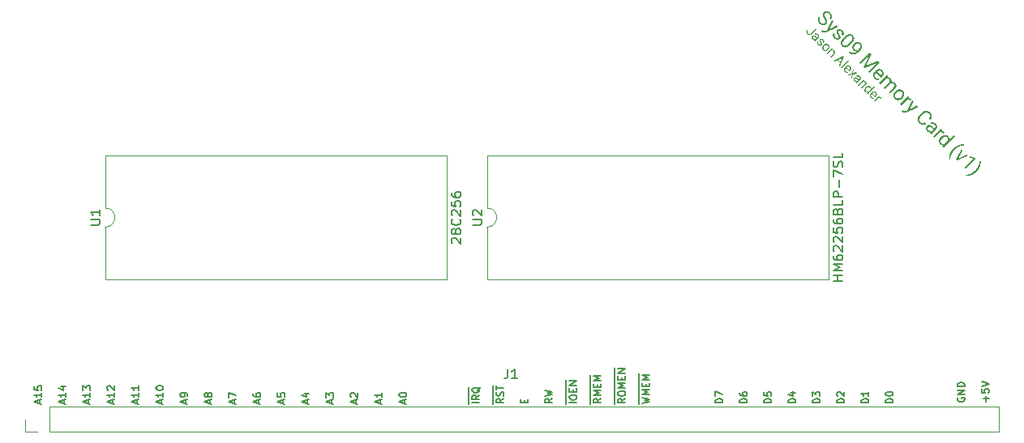
<source format=gto>
%TF.GenerationSoftware,KiCad,Pcbnew,7.0.1*%
%TF.CreationDate,2024-02-11T14:51:01+00:00*%
%TF.ProjectId,Sys09Memory,53797330-394d-4656-9d6f-72792e6b6963,rev?*%
%TF.SameCoordinates,Original*%
%TF.FileFunction,Legend,Top*%
%TF.FilePolarity,Positive*%
%FSLAX46Y46*%
G04 Gerber Fmt 4.6, Leading zero omitted, Abs format (unit mm)*
G04 Created by KiCad (PCBNEW 7.0.1) date 2024-02-11 14:51:01*
%MOMM*%
%LPD*%
G01*
G04 APERTURE LIST*
%ADD10C,0.150000*%
%ADD11C,0.127000*%
%ADD12C,0.120000*%
G04 APERTURE END LIST*
D10*
X115383031Y-133847857D02*
X115383031Y-133485000D01*
X115600745Y-133920428D02*
X114838745Y-133666428D01*
X114838745Y-133666428D02*
X115600745Y-133412428D01*
X115165317Y-133049571D02*
X115129031Y-133122142D01*
X115129031Y-133122142D02*
X115092745Y-133158428D01*
X115092745Y-133158428D02*
X115020174Y-133194714D01*
X115020174Y-133194714D02*
X114983888Y-133194714D01*
X114983888Y-133194714D02*
X114911317Y-133158428D01*
X114911317Y-133158428D02*
X114875031Y-133122142D01*
X114875031Y-133122142D02*
X114838745Y-133049571D01*
X114838745Y-133049571D02*
X114838745Y-132904428D01*
X114838745Y-132904428D02*
X114875031Y-132831857D01*
X114875031Y-132831857D02*
X114911317Y-132795571D01*
X114911317Y-132795571D02*
X114983888Y-132759285D01*
X114983888Y-132759285D02*
X115020174Y-132759285D01*
X115020174Y-132759285D02*
X115092745Y-132795571D01*
X115092745Y-132795571D02*
X115129031Y-132831857D01*
X115129031Y-132831857D02*
X115165317Y-132904428D01*
X115165317Y-132904428D02*
X115165317Y-133049571D01*
X115165317Y-133049571D02*
X115201602Y-133122142D01*
X115201602Y-133122142D02*
X115237888Y-133158428D01*
X115237888Y-133158428D02*
X115310460Y-133194714D01*
X115310460Y-133194714D02*
X115455602Y-133194714D01*
X115455602Y-133194714D02*
X115528174Y-133158428D01*
X115528174Y-133158428D02*
X115564460Y-133122142D01*
X115564460Y-133122142D02*
X115600745Y-133049571D01*
X115600745Y-133049571D02*
X115600745Y-132904428D01*
X115600745Y-132904428D02*
X115564460Y-132831857D01*
X115564460Y-132831857D02*
X115528174Y-132795571D01*
X115528174Y-132795571D02*
X115455602Y-132759285D01*
X115455602Y-132759285D02*
X115310460Y-132759285D01*
X115310460Y-132759285D02*
X115237888Y-132795571D01*
X115237888Y-132795571D02*
X115201602Y-132831857D01*
X115201602Y-132831857D02*
X115165317Y-132904428D01*
X133163031Y-133847857D02*
X133163031Y-133485000D01*
X133380745Y-133920428D02*
X132618745Y-133666428D01*
X132618745Y-133666428D02*
X133380745Y-133412428D01*
X133380745Y-132759285D02*
X133380745Y-133194714D01*
X133380745Y-132976999D02*
X132618745Y-132976999D01*
X132618745Y-132976999D02*
X132727602Y-133049571D01*
X132727602Y-133049571D02*
X132800174Y-133122142D01*
X132800174Y-133122142D02*
X132836460Y-133194714D01*
X186720745Y-133811571D02*
X185958745Y-133811571D01*
X185958745Y-133811571D02*
X185958745Y-133630142D01*
X185958745Y-133630142D02*
X185995031Y-133521285D01*
X185995031Y-133521285D02*
X186067602Y-133448714D01*
X186067602Y-133448714D02*
X186140174Y-133412428D01*
X186140174Y-133412428D02*
X186285317Y-133376142D01*
X186285317Y-133376142D02*
X186394174Y-133376142D01*
X186394174Y-133376142D02*
X186539317Y-133412428D01*
X186539317Y-133412428D02*
X186611888Y-133448714D01*
X186611888Y-133448714D02*
X186684460Y-133521285D01*
X186684460Y-133521285D02*
X186720745Y-133630142D01*
X186720745Y-133630142D02*
X186720745Y-133811571D01*
X185958745Y-132904428D02*
X185958745Y-132831857D01*
X185958745Y-132831857D02*
X185995031Y-132759285D01*
X185995031Y-132759285D02*
X186031317Y-132723000D01*
X186031317Y-132723000D02*
X186103888Y-132686714D01*
X186103888Y-132686714D02*
X186249031Y-132650428D01*
X186249031Y-132650428D02*
X186430460Y-132650428D01*
X186430460Y-132650428D02*
X186575602Y-132686714D01*
X186575602Y-132686714D02*
X186648174Y-132723000D01*
X186648174Y-132723000D02*
X186684460Y-132759285D01*
X186684460Y-132759285D02*
X186720745Y-132831857D01*
X186720745Y-132831857D02*
X186720745Y-132904428D01*
X186720745Y-132904428D02*
X186684460Y-132977000D01*
X186684460Y-132977000D02*
X186648174Y-133013285D01*
X186648174Y-133013285D02*
X186575602Y-133049571D01*
X186575602Y-133049571D02*
X186430460Y-133085857D01*
X186430460Y-133085857D02*
X186249031Y-133085857D01*
X186249031Y-133085857D02*
X186103888Y-133049571D01*
X186103888Y-133049571D02*
X186031317Y-133013285D01*
X186031317Y-133013285D02*
X185995031Y-132977000D01*
X185995031Y-132977000D02*
X185958745Y-132904428D01*
X168940745Y-133811571D02*
X168178745Y-133811571D01*
X168178745Y-133811571D02*
X168178745Y-133630142D01*
X168178745Y-133630142D02*
X168215031Y-133521285D01*
X168215031Y-133521285D02*
X168287602Y-133448714D01*
X168287602Y-133448714D02*
X168360174Y-133412428D01*
X168360174Y-133412428D02*
X168505317Y-133376142D01*
X168505317Y-133376142D02*
X168614174Y-133376142D01*
X168614174Y-133376142D02*
X168759317Y-133412428D01*
X168759317Y-133412428D02*
X168831888Y-133448714D01*
X168831888Y-133448714D02*
X168904460Y-133521285D01*
X168904460Y-133521285D02*
X168940745Y-133630142D01*
X168940745Y-133630142D02*
X168940745Y-133811571D01*
X168178745Y-133122142D02*
X168178745Y-132614142D01*
X168178745Y-132614142D02*
X168940745Y-132940714D01*
X100143031Y-133847857D02*
X100143031Y-133485000D01*
X100360745Y-133920428D02*
X99598745Y-133666428D01*
X99598745Y-133666428D02*
X100360745Y-133412428D01*
X100360745Y-132759285D02*
X100360745Y-133194714D01*
X100360745Y-132976999D02*
X99598745Y-132976999D01*
X99598745Y-132976999D02*
X99707602Y-133049571D01*
X99707602Y-133049571D02*
X99780174Y-133122142D01*
X99780174Y-133122142D02*
X99816460Y-133194714D01*
X99852745Y-132106143D02*
X100360745Y-132106143D01*
X99562460Y-132287571D02*
X100106745Y-132469000D01*
X100106745Y-132469000D02*
X100106745Y-131997285D01*
X174020745Y-133811571D02*
X173258745Y-133811571D01*
X173258745Y-133811571D02*
X173258745Y-133630142D01*
X173258745Y-133630142D02*
X173295031Y-133521285D01*
X173295031Y-133521285D02*
X173367602Y-133448714D01*
X173367602Y-133448714D02*
X173440174Y-133412428D01*
X173440174Y-133412428D02*
X173585317Y-133376142D01*
X173585317Y-133376142D02*
X173694174Y-133376142D01*
X173694174Y-133376142D02*
X173839317Y-133412428D01*
X173839317Y-133412428D02*
X173911888Y-133448714D01*
X173911888Y-133448714D02*
X173984460Y-133521285D01*
X173984460Y-133521285D02*
X174020745Y-133630142D01*
X174020745Y-133630142D02*
X174020745Y-133811571D01*
X173258745Y-132686714D02*
X173258745Y-133049571D01*
X173258745Y-133049571D02*
X173621602Y-133085857D01*
X173621602Y-133085857D02*
X173585317Y-133049571D01*
X173585317Y-133049571D02*
X173549031Y-132977000D01*
X173549031Y-132977000D02*
X173549031Y-132795571D01*
X173549031Y-132795571D02*
X173585317Y-132723000D01*
X173585317Y-132723000D02*
X173621602Y-132686714D01*
X173621602Y-132686714D02*
X173694174Y-132650428D01*
X173694174Y-132650428D02*
X173875602Y-132650428D01*
X173875602Y-132650428D02*
X173948174Y-132686714D01*
X173948174Y-132686714D02*
X173984460Y-132723000D01*
X173984460Y-132723000D02*
X174020745Y-132795571D01*
X174020745Y-132795571D02*
X174020745Y-132977000D01*
X174020745Y-132977000D02*
X173984460Y-133049571D01*
X173984460Y-133049571D02*
X173948174Y-133085857D01*
X123003031Y-133847857D02*
X123003031Y-133485000D01*
X123220745Y-133920428D02*
X122458745Y-133666428D01*
X122458745Y-133666428D02*
X123220745Y-133412428D01*
X122458745Y-132795571D02*
X122458745Y-133158428D01*
X122458745Y-133158428D02*
X122821602Y-133194714D01*
X122821602Y-133194714D02*
X122785317Y-133158428D01*
X122785317Y-133158428D02*
X122749031Y-133085857D01*
X122749031Y-133085857D02*
X122749031Y-132904428D01*
X122749031Y-132904428D02*
X122785317Y-132831857D01*
X122785317Y-132831857D02*
X122821602Y-132795571D01*
X122821602Y-132795571D02*
X122894174Y-132759285D01*
X122894174Y-132759285D02*
X123075602Y-132759285D01*
X123075602Y-132759285D02*
X123148174Y-132795571D01*
X123148174Y-132795571D02*
X123184460Y-132831857D01*
X123184460Y-132831857D02*
X123220745Y-132904428D01*
X123220745Y-132904428D02*
X123220745Y-133085857D01*
X123220745Y-133085857D02*
X123184460Y-133158428D01*
X123184460Y-133158428D02*
X123148174Y-133194714D01*
D11*
X97603031Y-133847857D02*
X97603031Y-133485000D01*
X97820745Y-133920428D02*
X97058745Y-133666428D01*
X97058745Y-133666428D02*
X97820745Y-133412428D01*
X97820745Y-132759285D02*
X97820745Y-133194714D01*
X97820745Y-132976999D02*
X97058745Y-132976999D01*
X97058745Y-132976999D02*
X97167602Y-133049571D01*
X97167602Y-133049571D02*
X97240174Y-133122142D01*
X97240174Y-133122142D02*
X97276460Y-133194714D01*
X97058745Y-132069857D02*
X97058745Y-132432714D01*
X97058745Y-132432714D02*
X97421602Y-132469000D01*
X97421602Y-132469000D02*
X97385317Y-132432714D01*
X97385317Y-132432714D02*
X97349031Y-132360143D01*
X97349031Y-132360143D02*
X97349031Y-132178714D01*
X97349031Y-132178714D02*
X97385317Y-132106143D01*
X97385317Y-132106143D02*
X97421602Y-132069857D01*
X97421602Y-132069857D02*
X97494174Y-132033571D01*
X97494174Y-132033571D02*
X97675602Y-132033571D01*
X97675602Y-132033571D02*
X97748174Y-132069857D01*
X97748174Y-132069857D02*
X97784460Y-132106143D01*
X97784460Y-132106143D02*
X97820745Y-132178714D01*
X97820745Y-132178714D02*
X97820745Y-132360143D01*
X97820745Y-132360143D02*
X97784460Y-132432714D01*
X97784460Y-132432714D02*
X97748174Y-132469000D01*
D10*
X156240745Y-133376142D02*
X155877888Y-133630142D01*
X156240745Y-133811571D02*
X155478745Y-133811571D01*
X155478745Y-133811571D02*
X155478745Y-133521285D01*
X155478745Y-133521285D02*
X155515031Y-133448714D01*
X155515031Y-133448714D02*
X155551317Y-133412428D01*
X155551317Y-133412428D02*
X155623888Y-133376142D01*
X155623888Y-133376142D02*
X155732745Y-133376142D01*
X155732745Y-133376142D02*
X155805317Y-133412428D01*
X155805317Y-133412428D02*
X155841602Y-133448714D01*
X155841602Y-133448714D02*
X155877888Y-133521285D01*
X155877888Y-133521285D02*
X155877888Y-133811571D01*
X156240745Y-133049571D02*
X155478745Y-133049571D01*
X155478745Y-133049571D02*
X156023031Y-132795571D01*
X156023031Y-132795571D02*
X155478745Y-132541571D01*
X155478745Y-132541571D02*
X156240745Y-132541571D01*
X155841602Y-132178714D02*
X155841602Y-131924714D01*
X156240745Y-131815857D02*
X156240745Y-132178714D01*
X156240745Y-132178714D02*
X155478745Y-132178714D01*
X155478745Y-132178714D02*
X155478745Y-131815857D01*
X156240745Y-131489285D02*
X155478745Y-131489285D01*
X155478745Y-131489285D02*
X156023031Y-131235285D01*
X156023031Y-131235285D02*
X155478745Y-130981285D01*
X155478745Y-130981285D02*
X156240745Y-130981285D01*
X155137660Y-133916800D02*
X155137660Y-130876057D01*
X105223031Y-133847857D02*
X105223031Y-133485000D01*
X105440745Y-133920428D02*
X104678745Y-133666428D01*
X104678745Y-133666428D02*
X105440745Y-133412428D01*
X105440745Y-132759285D02*
X105440745Y-133194714D01*
X105440745Y-132976999D02*
X104678745Y-132976999D01*
X104678745Y-132976999D02*
X104787602Y-133049571D01*
X104787602Y-133049571D02*
X104860174Y-133122142D01*
X104860174Y-133122142D02*
X104896460Y-133194714D01*
X104751317Y-132469000D02*
X104715031Y-132432714D01*
X104715031Y-132432714D02*
X104678745Y-132360143D01*
X104678745Y-132360143D02*
X104678745Y-132178714D01*
X104678745Y-132178714D02*
X104715031Y-132106143D01*
X104715031Y-132106143D02*
X104751317Y-132069857D01*
X104751317Y-132069857D02*
X104823888Y-132033571D01*
X104823888Y-132033571D02*
X104896460Y-132033571D01*
X104896460Y-132033571D02*
X105005317Y-132069857D01*
X105005317Y-132069857D02*
X105440745Y-132505285D01*
X105440745Y-132505285D02*
X105440745Y-132033571D01*
X146080745Y-133376142D02*
X145717888Y-133630142D01*
X146080745Y-133811571D02*
X145318745Y-133811571D01*
X145318745Y-133811571D02*
X145318745Y-133521285D01*
X145318745Y-133521285D02*
X145355031Y-133448714D01*
X145355031Y-133448714D02*
X145391317Y-133412428D01*
X145391317Y-133412428D02*
X145463888Y-133376142D01*
X145463888Y-133376142D02*
X145572745Y-133376142D01*
X145572745Y-133376142D02*
X145645317Y-133412428D01*
X145645317Y-133412428D02*
X145681602Y-133448714D01*
X145681602Y-133448714D02*
X145717888Y-133521285D01*
X145717888Y-133521285D02*
X145717888Y-133811571D01*
X146044460Y-133085857D02*
X146080745Y-132977000D01*
X146080745Y-132977000D02*
X146080745Y-132795571D01*
X146080745Y-132795571D02*
X146044460Y-132723000D01*
X146044460Y-132723000D02*
X146008174Y-132686714D01*
X146008174Y-132686714D02*
X145935602Y-132650428D01*
X145935602Y-132650428D02*
X145863031Y-132650428D01*
X145863031Y-132650428D02*
X145790460Y-132686714D01*
X145790460Y-132686714D02*
X145754174Y-132723000D01*
X145754174Y-132723000D02*
X145717888Y-132795571D01*
X145717888Y-132795571D02*
X145681602Y-132940714D01*
X145681602Y-132940714D02*
X145645317Y-133013285D01*
X145645317Y-133013285D02*
X145609031Y-133049571D01*
X145609031Y-133049571D02*
X145536460Y-133085857D01*
X145536460Y-133085857D02*
X145463888Y-133085857D01*
X145463888Y-133085857D02*
X145391317Y-133049571D01*
X145391317Y-133049571D02*
X145355031Y-133013285D01*
X145355031Y-133013285D02*
X145318745Y-132940714D01*
X145318745Y-132940714D02*
X145318745Y-132759285D01*
X145318745Y-132759285D02*
X145355031Y-132650428D01*
X145318745Y-132432714D02*
X145318745Y-131997286D01*
X146080745Y-132215000D02*
X145318745Y-132215000D01*
X144977660Y-133916800D02*
X144977660Y-132000915D01*
X196450460Y-133671571D02*
X196450460Y-133091000D01*
X196740745Y-133381285D02*
X196160174Y-133381285D01*
X195978745Y-132365285D02*
X195978745Y-132728142D01*
X195978745Y-132728142D02*
X196341602Y-132764428D01*
X196341602Y-132764428D02*
X196305317Y-132728142D01*
X196305317Y-132728142D02*
X196269031Y-132655571D01*
X196269031Y-132655571D02*
X196269031Y-132474142D01*
X196269031Y-132474142D02*
X196305317Y-132401571D01*
X196305317Y-132401571D02*
X196341602Y-132365285D01*
X196341602Y-132365285D02*
X196414174Y-132328999D01*
X196414174Y-132328999D02*
X196595602Y-132328999D01*
X196595602Y-132328999D02*
X196668174Y-132365285D01*
X196668174Y-132365285D02*
X196704460Y-132401571D01*
X196704460Y-132401571D02*
X196740745Y-132474142D01*
X196740745Y-132474142D02*
X196740745Y-132655571D01*
X196740745Y-132655571D02*
X196704460Y-132728142D01*
X196704460Y-132728142D02*
X196668174Y-132764428D01*
X195978745Y-132111285D02*
X196740745Y-131857285D01*
X196740745Y-131857285D02*
X195978745Y-131603285D01*
X179100745Y-133811571D02*
X178338745Y-133811571D01*
X178338745Y-133811571D02*
X178338745Y-133630142D01*
X178338745Y-133630142D02*
X178375031Y-133521285D01*
X178375031Y-133521285D02*
X178447602Y-133448714D01*
X178447602Y-133448714D02*
X178520174Y-133412428D01*
X178520174Y-133412428D02*
X178665317Y-133376142D01*
X178665317Y-133376142D02*
X178774174Y-133376142D01*
X178774174Y-133376142D02*
X178919317Y-133412428D01*
X178919317Y-133412428D02*
X178991888Y-133448714D01*
X178991888Y-133448714D02*
X179064460Y-133521285D01*
X179064460Y-133521285D02*
X179100745Y-133630142D01*
X179100745Y-133630142D02*
X179100745Y-133811571D01*
X178338745Y-133122142D02*
X178338745Y-132650428D01*
X178338745Y-132650428D02*
X178629031Y-132904428D01*
X178629031Y-132904428D02*
X178629031Y-132795571D01*
X178629031Y-132795571D02*
X178665317Y-132723000D01*
X178665317Y-132723000D02*
X178701602Y-132686714D01*
X178701602Y-132686714D02*
X178774174Y-132650428D01*
X178774174Y-132650428D02*
X178955602Y-132650428D01*
X178955602Y-132650428D02*
X179028174Y-132686714D01*
X179028174Y-132686714D02*
X179064460Y-132723000D01*
X179064460Y-132723000D02*
X179100745Y-132795571D01*
X179100745Y-132795571D02*
X179100745Y-133013285D01*
X179100745Y-133013285D02*
X179064460Y-133085857D01*
X179064460Y-133085857D02*
X179028174Y-133122142D01*
X181640745Y-133811571D02*
X180878745Y-133811571D01*
X180878745Y-133811571D02*
X180878745Y-133630142D01*
X180878745Y-133630142D02*
X180915031Y-133521285D01*
X180915031Y-133521285D02*
X180987602Y-133448714D01*
X180987602Y-133448714D02*
X181060174Y-133412428D01*
X181060174Y-133412428D02*
X181205317Y-133376142D01*
X181205317Y-133376142D02*
X181314174Y-133376142D01*
X181314174Y-133376142D02*
X181459317Y-133412428D01*
X181459317Y-133412428D02*
X181531888Y-133448714D01*
X181531888Y-133448714D02*
X181604460Y-133521285D01*
X181604460Y-133521285D02*
X181640745Y-133630142D01*
X181640745Y-133630142D02*
X181640745Y-133811571D01*
X180951317Y-133085857D02*
X180915031Y-133049571D01*
X180915031Y-133049571D02*
X180878745Y-132977000D01*
X180878745Y-132977000D02*
X180878745Y-132795571D01*
X180878745Y-132795571D02*
X180915031Y-132723000D01*
X180915031Y-132723000D02*
X180951317Y-132686714D01*
X180951317Y-132686714D02*
X181023888Y-132650428D01*
X181023888Y-132650428D02*
X181096460Y-132650428D01*
X181096460Y-132650428D02*
X181205317Y-132686714D01*
X181205317Y-132686714D02*
X181640745Y-133122142D01*
X181640745Y-133122142D02*
X181640745Y-132650428D01*
G36*
X179533252Y-93640164D02*
G01*
X179525230Y-93625515D01*
X179517449Y-93611012D01*
X179509910Y-93596657D01*
X179502613Y-93582449D01*
X179495558Y-93568387D01*
X179488744Y-93554473D01*
X179482171Y-93540706D01*
X179475840Y-93527085D01*
X179463904Y-93500286D01*
X179452934Y-93474074D01*
X179442930Y-93448451D01*
X179433892Y-93423416D01*
X179425821Y-93398969D01*
X179418717Y-93375110D01*
X179412579Y-93351839D01*
X179407408Y-93329156D01*
X179403202Y-93307061D01*
X179399964Y-93285555D01*
X179397692Y-93264636D01*
X179396386Y-93244306D01*
X179396094Y-93224455D01*
X179396731Y-93204973D01*
X179398298Y-93185862D01*
X179400795Y-93167121D01*
X179404220Y-93148751D01*
X179408575Y-93130750D01*
X179413860Y-93113120D01*
X179420074Y-93095859D01*
X179427218Y-93078969D01*
X179435291Y-93062449D01*
X179444293Y-93046299D01*
X179454225Y-93030519D01*
X179465086Y-93015109D01*
X179476877Y-93000069D01*
X179489597Y-92985400D01*
X179503247Y-92971101D01*
X179519460Y-92955683D01*
X179536122Y-92941408D01*
X179553233Y-92928277D01*
X179570791Y-92916288D01*
X179588798Y-92905444D01*
X179607253Y-92895742D01*
X179626156Y-92887184D01*
X179645508Y-92879769D01*
X179665308Y-92873497D01*
X179685556Y-92868369D01*
X179706253Y-92864384D01*
X179727397Y-92861542D01*
X179748990Y-92859844D01*
X179771032Y-92859288D01*
X179793521Y-92859877D01*
X179816459Y-92861608D01*
X179839565Y-92864444D01*
X179862495Y-92868410D01*
X179885247Y-92873508D01*
X179907823Y-92879736D01*
X179930222Y-92887095D01*
X179952445Y-92895586D01*
X179974490Y-92905207D01*
X179996358Y-92915959D01*
X180018050Y-92927843D01*
X180039565Y-92940857D01*
X180060903Y-92955002D01*
X180082064Y-92970278D01*
X180103048Y-92986685D01*
X180123856Y-93004223D01*
X180144487Y-93022892D01*
X180164940Y-93042692D01*
X180178530Y-93056617D01*
X180191598Y-93070690D01*
X180204143Y-93084911D01*
X180216166Y-93099281D01*
X180227667Y-93113798D01*
X180238646Y-93128463D01*
X180249102Y-93143277D01*
X180259036Y-93158238D01*
X180268447Y-93173348D01*
X180277337Y-93188605D01*
X180285704Y-93204011D01*
X180293548Y-93219565D01*
X180300871Y-93235267D01*
X180307671Y-93251116D01*
X180313949Y-93267114D01*
X180319704Y-93283260D01*
X180324950Y-93299486D01*
X180329632Y-93315659D01*
X180333751Y-93331778D01*
X180337306Y-93347844D01*
X180340298Y-93363856D01*
X180342726Y-93379815D01*
X180344591Y-93395720D01*
X180345893Y-93411572D01*
X180346631Y-93427370D01*
X180346806Y-93443115D01*
X180346417Y-93458807D01*
X180345465Y-93474445D01*
X180343950Y-93490029D01*
X180341871Y-93505560D01*
X180339228Y-93521038D01*
X180336023Y-93536462D01*
X180332327Y-93551760D01*
X180328147Y-93566792D01*
X180323485Y-93581559D01*
X180318339Y-93596061D01*
X180312710Y-93610298D01*
X180306597Y-93624269D01*
X180300002Y-93637975D01*
X180292923Y-93651416D01*
X180285361Y-93664592D01*
X180277316Y-93677502D01*
X180268788Y-93690147D01*
X180259776Y-93702527D01*
X180250281Y-93714642D01*
X180240303Y-93726491D01*
X180229842Y-93738075D01*
X180218897Y-93749394D01*
X180075978Y-93606474D01*
X180087778Y-93594189D01*
X180098765Y-93581745D01*
X180108941Y-93569143D01*
X180118304Y-93556383D01*
X180126855Y-93543465D01*
X180134594Y-93530388D01*
X180141520Y-93517152D01*
X180150387Y-93497003D01*
X180157427Y-93476497D01*
X180162639Y-93455635D01*
X180166023Y-93434416D01*
X180167580Y-93412841D01*
X180167309Y-93390910D01*
X180165233Y-93368796D01*
X180162802Y-93354102D01*
X180159535Y-93339447D01*
X180155430Y-93324831D01*
X180150489Y-93310254D01*
X180144711Y-93295716D01*
X180138096Y-93281217D01*
X180130644Y-93266757D01*
X180122355Y-93252336D01*
X180113229Y-93237955D01*
X180103267Y-93223612D01*
X180092467Y-93209309D01*
X180080831Y-93195044D01*
X180068357Y-93180819D01*
X180055047Y-93166633D01*
X180048078Y-93159554D01*
X180034917Y-93146757D01*
X180021754Y-93134686D01*
X180008588Y-93123340D01*
X179995421Y-93112721D01*
X179982251Y-93102827D01*
X179969080Y-93093659D01*
X179955906Y-93085217D01*
X179942731Y-93077501D01*
X179929553Y-93070510D01*
X179909783Y-93061386D01*
X179890008Y-93053895D01*
X179870228Y-93048037D01*
X179850444Y-93043812D01*
X179837252Y-93041902D01*
X179817711Y-93040465D01*
X179798567Y-93040693D01*
X179779822Y-93042587D01*
X179761474Y-93046147D01*
X179743524Y-93051372D01*
X179725972Y-93058262D01*
X179708818Y-93066818D01*
X179692062Y-93077040D01*
X179675704Y-93088927D01*
X179659744Y-93102480D01*
X179649325Y-93112441D01*
X179637559Y-93125187D01*
X179627135Y-93138554D01*
X179618053Y-93152540D01*
X179610313Y-93167146D01*
X179603914Y-93182372D01*
X179598857Y-93198219D01*
X179595142Y-93214685D01*
X179592769Y-93231771D01*
X179591737Y-93249477D01*
X179592047Y-93267803D01*
X179592999Y-93280365D01*
X179595678Y-93300084D01*
X179599865Y-93321042D01*
X179603494Y-93335703D01*
X179607794Y-93350916D01*
X179612764Y-93366679D01*
X179618404Y-93382994D01*
X179624715Y-93399859D01*
X179631696Y-93417276D01*
X179639347Y-93435244D01*
X179647669Y-93453763D01*
X179656661Y-93472832D01*
X179666324Y-93492453D01*
X179676657Y-93512626D01*
X179687660Y-93533349D01*
X179699333Y-93554623D01*
X179711148Y-93575974D01*
X179722442Y-93596929D01*
X179733216Y-93617486D01*
X179743469Y-93637647D01*
X179753203Y-93657411D01*
X179762416Y-93676778D01*
X179771109Y-93695748D01*
X179779281Y-93714322D01*
X179786934Y-93732498D01*
X179794066Y-93750278D01*
X179800678Y-93767661D01*
X179806770Y-93784646D01*
X179812341Y-93801236D01*
X179817392Y-93817428D01*
X179821923Y-93833223D01*
X179825934Y-93848621D01*
X179829504Y-93863696D01*
X179832646Y-93878585D01*
X179835360Y-93893290D01*
X179838630Y-93915000D01*
X179840937Y-93936293D01*
X179842282Y-93957170D01*
X179842664Y-93977630D01*
X179842084Y-93997674D01*
X179840542Y-94017302D01*
X179838037Y-94036513D01*
X179834571Y-94055308D01*
X179831725Y-94067607D01*
X179826720Y-94085782D01*
X179820689Y-94103688D01*
X179813630Y-94121327D01*
X179805544Y-94138696D01*
X179796431Y-94155798D01*
X179786291Y-94172631D01*
X179775124Y-94189196D01*
X179762930Y-94205493D01*
X179749708Y-94221521D01*
X179735460Y-94237281D01*
X179725390Y-94247638D01*
X179708777Y-94263452D01*
X179691770Y-94278059D01*
X179674371Y-94291458D01*
X179656579Y-94303651D01*
X179638394Y-94314637D01*
X179619817Y-94324415D01*
X179600847Y-94332987D01*
X179581484Y-94340352D01*
X179561728Y-94346509D01*
X179541580Y-94351460D01*
X179521038Y-94355203D01*
X179500105Y-94357739D01*
X179478778Y-94359069D01*
X179457058Y-94359191D01*
X179434946Y-94358106D01*
X179412441Y-94355815D01*
X179389846Y-94352343D01*
X179367331Y-94347717D01*
X179344896Y-94341938D01*
X179322541Y-94335005D01*
X179300266Y-94326919D01*
X179278072Y-94317679D01*
X179255958Y-94307286D01*
X179233923Y-94295739D01*
X179211970Y-94283038D01*
X179190096Y-94269184D01*
X179168302Y-94254176D01*
X179146589Y-94238015D01*
X179124956Y-94220700D01*
X179103403Y-94202231D01*
X179081931Y-94182609D01*
X179060538Y-94161834D01*
X179046877Y-94147842D01*
X179033663Y-94133634D01*
X179020894Y-94119210D01*
X179008572Y-94104570D01*
X178996696Y-94089715D01*
X178985266Y-94074643D01*
X178974282Y-94059356D01*
X178963745Y-94043853D01*
X178953654Y-94028133D01*
X178944009Y-94012198D01*
X178934810Y-93996047D01*
X178926057Y-93979680D01*
X178917751Y-93963097D01*
X178909891Y-93946299D01*
X178902477Y-93929284D01*
X178895509Y-93912053D01*
X178889124Y-93894763D01*
X178883324Y-93877570D01*
X178878110Y-93860473D01*
X178873483Y-93843472D01*
X178869441Y-93826569D01*
X178865985Y-93809762D01*
X178863116Y-93793052D01*
X178860832Y-93776438D01*
X178859135Y-93759921D01*
X178858023Y-93743500D01*
X178857498Y-93727177D01*
X178857559Y-93710949D01*
X178858205Y-93694819D01*
X178859438Y-93678785D01*
X178861257Y-93662848D01*
X178863662Y-93647007D01*
X178866706Y-93631342D01*
X178870312Y-93615929D01*
X178874479Y-93600769D01*
X178879207Y-93585862D01*
X178884497Y-93571208D01*
X178890348Y-93556807D01*
X178896761Y-93542659D01*
X178903735Y-93528763D01*
X178911270Y-93515121D01*
X178919366Y-93501731D01*
X178928024Y-93488595D01*
X178937244Y-93475711D01*
X178947024Y-93463081D01*
X178957366Y-93450703D01*
X178968270Y-93438578D01*
X178979735Y-93426706D01*
X179122654Y-93569626D01*
X179110890Y-93581953D01*
X179100010Y-93594523D01*
X179090015Y-93607336D01*
X179080903Y-93620391D01*
X179072676Y-93633689D01*
X179065333Y-93647230D01*
X179058875Y-93661013D01*
X179053300Y-93675039D01*
X179048610Y-93689307D01*
X179044803Y-93703818D01*
X179041881Y-93718572D01*
X179039844Y-93733569D01*
X179038690Y-93748808D01*
X179038421Y-93764289D01*
X179039036Y-93780014D01*
X179040535Y-93795981D01*
X179042887Y-93812038D01*
X179046062Y-93828034D01*
X179050059Y-93843968D01*
X179054879Y-93859840D01*
X179060522Y-93875651D01*
X179066987Y-93891400D01*
X179074274Y-93907088D01*
X179082384Y-93922713D01*
X179091316Y-93938277D01*
X179101071Y-93953779D01*
X179111649Y-93969220D01*
X179123049Y-93984599D01*
X179135271Y-93999916D01*
X179148316Y-94015172D01*
X179162184Y-94030366D01*
X179176874Y-94045498D01*
X179190898Y-94059162D01*
X179204872Y-94072057D01*
X179218797Y-94084182D01*
X179232673Y-94095539D01*
X179246500Y-94106127D01*
X179260277Y-94115946D01*
X179274004Y-94124995D01*
X179287683Y-94133276D01*
X179301312Y-94140788D01*
X179314891Y-94147530D01*
X179335168Y-94156202D01*
X179355334Y-94163144D01*
X179375389Y-94168355D01*
X179395333Y-94171835D01*
X179414988Y-94173630D01*
X179434175Y-94173782D01*
X179452895Y-94172291D01*
X179471148Y-94169158D01*
X179488934Y-94164383D01*
X179506252Y-94157965D01*
X179523103Y-94149904D01*
X179539486Y-94140202D01*
X179555403Y-94128856D01*
X179570852Y-94115869D01*
X179580892Y-94106298D01*
X179595038Y-94091176D01*
X179607569Y-94075716D01*
X179618485Y-94059918D01*
X179627787Y-94043783D01*
X179635474Y-94027310D01*
X179641547Y-94010499D01*
X179646004Y-93993350D01*
X179648847Y-93975864D01*
X179650076Y-93958040D01*
X179649690Y-93939878D01*
X179648535Y-93927582D01*
X179645509Y-93908195D01*
X179640873Y-93887244D01*
X179636888Y-93872408D01*
X179632188Y-93856877D01*
X179626771Y-93840651D01*
X179620639Y-93823730D01*
X179613792Y-93806114D01*
X179606229Y-93787803D01*
X179597950Y-93768797D01*
X179588956Y-93749095D01*
X179579247Y-93728699D01*
X179568821Y-93707608D01*
X179557680Y-93685822D01*
X179545824Y-93663340D01*
X179533252Y-93640164D01*
G37*
G36*
X180076767Y-94732196D02*
G01*
X180865852Y-94316334D01*
X181012456Y-94462939D01*
X179762502Y-95069096D01*
X179745405Y-95076678D01*
X179728527Y-95083695D01*
X179711869Y-95090148D01*
X179695430Y-95096038D01*
X179679211Y-95101363D01*
X179663212Y-95106125D01*
X179647431Y-95110323D01*
X179631871Y-95113956D01*
X179616530Y-95117026D01*
X179601408Y-95119532D01*
X179586506Y-95121474D01*
X179557360Y-95123666D01*
X179529093Y-95123602D01*
X179501703Y-95121283D01*
X179475191Y-95116707D01*
X179449558Y-95109876D01*
X179424802Y-95100790D01*
X179400925Y-95089447D01*
X179377925Y-95075849D01*
X179355804Y-95059995D01*
X179334561Y-95041886D01*
X179324268Y-95031985D01*
X179300317Y-95003822D01*
X179258994Y-94943022D01*
X179370066Y-94831950D01*
X179404282Y-94871957D01*
X179417292Y-94884467D01*
X179430265Y-94895941D01*
X179443201Y-94906379D01*
X179456100Y-94915780D01*
X179468962Y-94924145D01*
X179486054Y-94933686D01*
X179503080Y-94941385D01*
X179520040Y-94947241D01*
X179536935Y-94951255D01*
X179541148Y-94951971D01*
X179558511Y-94953649D01*
X179576911Y-94953419D01*
X179596347Y-94951280D01*
X179611604Y-94948424D01*
X179627444Y-94944494D01*
X179643867Y-94939491D01*
X179660873Y-94933415D01*
X179678461Y-94926265D01*
X179696633Y-94918042D01*
X179709072Y-94911964D01*
X179821723Y-94860376D01*
X180329969Y-93780452D01*
X180479469Y-93929951D01*
X180076767Y-94732196D01*
G37*
G36*
X180998506Y-95647092D02*
G01*
X181011218Y-95633072D01*
X181021849Y-95618518D01*
X181030399Y-95603429D01*
X181036868Y-95587805D01*
X181041256Y-95571647D01*
X181043563Y-95554954D01*
X181043790Y-95537726D01*
X181041935Y-95519964D01*
X181037999Y-95501034D01*
X181033595Y-95485741D01*
X181027947Y-95469508D01*
X181021054Y-95452337D01*
X181012917Y-95434226D01*
X181003535Y-95415176D01*
X180996588Y-95401954D01*
X180989089Y-95388314D01*
X180981037Y-95374258D01*
X180972431Y-95359784D01*
X180963273Y-95344892D01*
X180953561Y-95329583D01*
X180948497Y-95321772D01*
X180938466Y-95306145D01*
X180928835Y-95290784D01*
X180919606Y-95275688D01*
X180910777Y-95260857D01*
X180902349Y-95246291D01*
X180894323Y-95231991D01*
X180886697Y-95217956D01*
X180879472Y-95204186D01*
X180872649Y-95190681D01*
X180863165Y-95170922D01*
X180854583Y-95151759D01*
X180846904Y-95133193D01*
X180840126Y-95115224D01*
X180836110Y-95103576D01*
X180830865Y-95086482D01*
X180826384Y-95069743D01*
X180822667Y-95053361D01*
X180819713Y-95037335D01*
X180817522Y-95021666D01*
X180816095Y-95006352D01*
X180815431Y-94991395D01*
X180815733Y-94972006D01*
X180817393Y-94953251D01*
X180819528Y-94939600D01*
X180823595Y-94921838D01*
X180829085Y-94904479D01*
X180835999Y-94887523D01*
X180844335Y-94870970D01*
X180854094Y-94854820D01*
X180865276Y-94839073D01*
X180877881Y-94823729D01*
X180888268Y-94812486D01*
X180891909Y-94808788D01*
X180904354Y-94796992D01*
X180917213Y-94786083D01*
X180930486Y-94776059D01*
X180944171Y-94766922D01*
X180958270Y-94758672D01*
X180972782Y-94751307D01*
X180987708Y-94744829D01*
X181003046Y-94739237D01*
X181018799Y-94734531D01*
X181034964Y-94730711D01*
X181051543Y-94727778D01*
X181068535Y-94725731D01*
X181085940Y-94724570D01*
X181103759Y-94724296D01*
X181121991Y-94724907D01*
X181140636Y-94726405D01*
X181159437Y-94728824D01*
X181178069Y-94732130D01*
X181196532Y-94736325D01*
X181214827Y-94741408D01*
X181232953Y-94747379D01*
X181250910Y-94754239D01*
X181268699Y-94761987D01*
X181286319Y-94770624D01*
X181303771Y-94780148D01*
X181321054Y-94790561D01*
X181338168Y-94801863D01*
X181355114Y-94814052D01*
X181371891Y-94827130D01*
X181388500Y-94841096D01*
X181404940Y-94855951D01*
X181421211Y-94871694D01*
X181437777Y-94888810D01*
X181453388Y-94906075D01*
X181468045Y-94923487D01*
X181481748Y-94941048D01*
X181494497Y-94958757D01*
X181506292Y-94976613D01*
X181517132Y-94994618D01*
X181527019Y-95012771D01*
X181535951Y-95031072D01*
X181543930Y-95049521D01*
X181550954Y-95068118D01*
X181557024Y-95086863D01*
X181562140Y-95105756D01*
X181566302Y-95124797D01*
X181569510Y-95143986D01*
X181571764Y-95163323D01*
X181573089Y-95182524D01*
X181573446Y-95201369D01*
X181572834Y-95219858D01*
X181571254Y-95237991D01*
X181568705Y-95255769D01*
X181565188Y-95273190D01*
X181560702Y-95290256D01*
X181555248Y-95306967D01*
X181548825Y-95323321D01*
X181541434Y-95339320D01*
X181533074Y-95354963D01*
X181523745Y-95370251D01*
X181513449Y-95385182D01*
X181502183Y-95399758D01*
X181489949Y-95413979D01*
X181476747Y-95427843D01*
X181339092Y-95290188D01*
X181352178Y-95275604D01*
X181363273Y-95260018D01*
X181372379Y-95243428D01*
X181379493Y-95225834D01*
X181384618Y-95207237D01*
X181387751Y-95187637D01*
X181388795Y-95172278D01*
X181388720Y-95156355D01*
X181388048Y-95145426D01*
X181386186Y-95128983D01*
X181383168Y-95112817D01*
X181378993Y-95096929D01*
X181373662Y-95081319D01*
X181367174Y-95065986D01*
X181359529Y-95050931D01*
X181350728Y-95036154D01*
X181340770Y-95021654D01*
X181329655Y-95007432D01*
X181317384Y-94993487D01*
X181308560Y-94984345D01*
X181294549Y-94970898D01*
X181280547Y-94958590D01*
X181266555Y-94947420D01*
X181252572Y-94937388D01*
X181238598Y-94928494D01*
X181224633Y-94920738D01*
X181210678Y-94914120D01*
X181196731Y-94908641D01*
X181178151Y-94903106D01*
X181159587Y-94899593D01*
X181141380Y-94898059D01*
X181123873Y-94898458D01*
X181107065Y-94900790D01*
X181090956Y-94905055D01*
X181075547Y-94911252D01*
X181060836Y-94919383D01*
X181046825Y-94929446D01*
X181033512Y-94941443D01*
X181022260Y-94953920D01*
X181012982Y-94966875D01*
X181005678Y-94980306D01*
X181000349Y-94994215D01*
X180996462Y-95012272D01*
X180995574Y-95027254D01*
X180996660Y-95042713D01*
X180998769Y-95054620D01*
X181003404Y-95071568D01*
X181010071Y-95090432D01*
X181016404Y-95105838D01*
X181023880Y-95122322D01*
X181032498Y-95139884D01*
X181042260Y-95158524D01*
X181053164Y-95178242D01*
X181061068Y-95191986D01*
X181069480Y-95206209D01*
X181078401Y-95220912D01*
X181087829Y-95236093D01*
X181092733Y-95243864D01*
X181102516Y-95259439D01*
X181111926Y-95274778D01*
X181120965Y-95289880D01*
X181129631Y-95304746D01*
X181137925Y-95319375D01*
X181145847Y-95333768D01*
X181153396Y-95347925D01*
X181160574Y-95361845D01*
X181167379Y-95375528D01*
X181173812Y-95388975D01*
X181182764Y-95408702D01*
X181190878Y-95427897D01*
X181198155Y-95446561D01*
X181204595Y-95464692D01*
X181210208Y-95482381D01*
X181215008Y-95499718D01*
X181218993Y-95516704D01*
X181222163Y-95533338D01*
X181224520Y-95549621D01*
X181226062Y-95565552D01*
X181226790Y-95581131D01*
X181226704Y-95596359D01*
X181225803Y-95611235D01*
X181223336Y-95630523D01*
X181222492Y-95635247D01*
X181218285Y-95653890D01*
X181212507Y-95672178D01*
X181205158Y-95690113D01*
X181196238Y-95707694D01*
X181188517Y-95720648D01*
X181179912Y-95733403D01*
X181170424Y-95745959D01*
X181160052Y-95758316D01*
X181148796Y-95770474D01*
X181144847Y-95774482D01*
X181131319Y-95787338D01*
X181117450Y-95799190D01*
X181103239Y-95810039D01*
X181088686Y-95819885D01*
X181073793Y-95828727D01*
X181058558Y-95836565D01*
X181042981Y-95843400D01*
X181027064Y-95849232D01*
X181010805Y-95854060D01*
X180994204Y-95857885D01*
X180977263Y-95860706D01*
X180959980Y-95862524D01*
X180942355Y-95863338D01*
X180924390Y-95863149D01*
X180906083Y-95861956D01*
X180887434Y-95859760D01*
X180868701Y-95856644D01*
X180850072Y-95852625D01*
X180831548Y-95847703D01*
X180813129Y-95841879D01*
X180794814Y-95835152D01*
X180776605Y-95827522D01*
X180758500Y-95818989D01*
X180740501Y-95809554D01*
X180722606Y-95799216D01*
X180704816Y-95787975D01*
X180687131Y-95775832D01*
X180669551Y-95762786D01*
X180652076Y-95748837D01*
X180634705Y-95733986D01*
X180617440Y-95718232D01*
X180600279Y-95701575D01*
X180588488Y-95689519D01*
X180577134Y-95677368D01*
X180566215Y-95665123D01*
X180555732Y-95652783D01*
X180545685Y-95640349D01*
X180536074Y-95627820D01*
X180526899Y-95615197D01*
X180518160Y-95602479D01*
X180509856Y-95589666D01*
X180501989Y-95576759D01*
X180494558Y-95563757D01*
X180484228Y-95544077D01*
X180474879Y-95524184D01*
X180466511Y-95504078D01*
X180463940Y-95497329D01*
X180457006Y-95477092D01*
X180451108Y-95456948D01*
X180446247Y-95436896D01*
X180442423Y-95416937D01*
X180439634Y-95397070D01*
X180437883Y-95377296D01*
X180437167Y-95357614D01*
X180437488Y-95338025D01*
X180438845Y-95318528D01*
X180441238Y-95299124D01*
X180443410Y-95286239D01*
X180447468Y-95267223D01*
X180452438Y-95248767D01*
X180458319Y-95230870D01*
X180465112Y-95213534D01*
X180472816Y-95196757D01*
X180481431Y-95180540D01*
X180490958Y-95164882D01*
X180501397Y-95149785D01*
X180512747Y-95135247D01*
X180525008Y-95121269D01*
X180533689Y-95112262D01*
X180670818Y-95249391D01*
X180659250Y-95263178D01*
X180649023Y-95277299D01*
X180640139Y-95291752D01*
X180632596Y-95306539D01*
X180626394Y-95321659D01*
X180621535Y-95337112D01*
X180618017Y-95352898D01*
X180615841Y-95369017D01*
X180615007Y-95385469D01*
X180615514Y-95402255D01*
X180616598Y-95413630D01*
X180619361Y-95430786D01*
X180623405Y-95447808D01*
X180628731Y-95464696D01*
X180635339Y-95481450D01*
X180643228Y-95498070D01*
X180652399Y-95514555D01*
X180662851Y-95530906D01*
X180674585Y-95547124D01*
X180687600Y-95563207D01*
X180701897Y-95579155D01*
X180712141Y-95589713D01*
X180726704Y-95603730D01*
X180741276Y-95616665D01*
X180755858Y-95628517D01*
X180770448Y-95639286D01*
X180785049Y-95648973D01*
X180799658Y-95657577D01*
X180814277Y-95665098D01*
X180828904Y-95671537D01*
X180843541Y-95676893D01*
X180858188Y-95681166D01*
X180867957Y-95683414D01*
X180887155Y-95686301D01*
X180905530Y-95687066D01*
X180923082Y-95685709D01*
X180939812Y-95682229D01*
X180955719Y-95676628D01*
X180970804Y-95668905D01*
X180985066Y-95659059D01*
X180998506Y-95647092D01*
G37*
G36*
X182240696Y-95249029D02*
G01*
X182264688Y-95252165D01*
X182288500Y-95256933D01*
X182312131Y-95263335D01*
X182335580Y-95271368D01*
X182358849Y-95281035D01*
X182381937Y-95292334D01*
X182404844Y-95305266D01*
X182427570Y-95319831D01*
X182450115Y-95336028D01*
X182472479Y-95353858D01*
X182494662Y-95373321D01*
X182505686Y-95383664D01*
X182516665Y-95394416D01*
X182527339Y-95405309D01*
X182537616Y-95416241D01*
X182556976Y-95438223D01*
X182574744Y-95460361D01*
X182590921Y-95482655D01*
X182605506Y-95505106D01*
X182618500Y-95527712D01*
X182629902Y-95550475D01*
X182639712Y-95573395D01*
X182647931Y-95596470D01*
X182654559Y-95619702D01*
X182659594Y-95643090D01*
X182663039Y-95666634D01*
X182664891Y-95690335D01*
X182665152Y-95714192D01*
X182663822Y-95738205D01*
X182660900Y-95762375D01*
X182656428Y-95786816D01*
X182650380Y-95811577D01*
X182642758Y-95836660D01*
X182633560Y-95862063D01*
X182622787Y-95887787D01*
X182610439Y-95913832D01*
X182596516Y-95940198D01*
X182588964Y-95953501D01*
X182581018Y-95966884D01*
X182572678Y-95980347D01*
X182563945Y-95993891D01*
X182554817Y-96007515D01*
X182545296Y-96021219D01*
X182535381Y-96035003D01*
X182525073Y-96048868D01*
X182514370Y-96062812D01*
X182503274Y-96076837D01*
X182491784Y-96090942D01*
X182479900Y-96105128D01*
X182467623Y-96119393D01*
X182454952Y-96133739D01*
X182441886Y-96148164D01*
X182428428Y-96162670D01*
X182414575Y-96177257D01*
X182400329Y-96191923D01*
X182221877Y-96370375D01*
X182206816Y-96385275D01*
X182191838Y-96399772D01*
X182176943Y-96413865D01*
X182162129Y-96427556D01*
X182147398Y-96440844D01*
X182132749Y-96453728D01*
X182118183Y-96466210D01*
X182103698Y-96478289D01*
X182089296Y-96489964D01*
X182074976Y-96501237D01*
X182060738Y-96512106D01*
X182046583Y-96522573D01*
X182032510Y-96532636D01*
X182018519Y-96542296D01*
X182004610Y-96551554D01*
X181990784Y-96560408D01*
X181977040Y-96568859D01*
X181963378Y-96576908D01*
X181949798Y-96584553D01*
X181936301Y-96591795D01*
X181922885Y-96598634D01*
X181896302Y-96611104D01*
X181870047Y-96621961D01*
X181844122Y-96631206D01*
X181818525Y-96638839D01*
X181793258Y-96644859D01*
X181780747Y-96647265D01*
X181755905Y-96650853D01*
X181731257Y-96652801D01*
X181706801Y-96653107D01*
X181682539Y-96651773D01*
X181658471Y-96648797D01*
X181634595Y-96644181D01*
X181610913Y-96637924D01*
X181587424Y-96630025D01*
X181564129Y-96620486D01*
X181541026Y-96609306D01*
X181518117Y-96596485D01*
X181495402Y-96582024D01*
X181472879Y-96565921D01*
X181450550Y-96548177D01*
X181428414Y-96528793D01*
X181417419Y-96518485D01*
X181406472Y-96507767D01*
X181395896Y-96496968D01*
X181375942Y-96475221D01*
X181357584Y-96453276D01*
X181340821Y-96431134D01*
X181325654Y-96408795D01*
X181312082Y-96386258D01*
X181300107Y-96363524D01*
X181289727Y-96340592D01*
X181280942Y-96317463D01*
X181273753Y-96294137D01*
X181268160Y-96270613D01*
X181264163Y-96246891D01*
X181261841Y-96223771D01*
X181440359Y-96223771D01*
X181441021Y-96239472D01*
X181442745Y-96254927D01*
X181445529Y-96270136D01*
X181449374Y-96285097D01*
X181454280Y-96299812D01*
X181460248Y-96314280D01*
X181467276Y-96328501D01*
X181475365Y-96342476D01*
X181484516Y-96356203D01*
X181494727Y-96369684D01*
X181506000Y-96382918D01*
X181518333Y-96395906D01*
X181531104Y-96408062D01*
X181544082Y-96419195D01*
X181557268Y-96429307D01*
X181570661Y-96438397D01*
X181584263Y-96446465D01*
X181598072Y-96453510D01*
X181612088Y-96459534D01*
X181626313Y-96464536D01*
X181640745Y-96468516D01*
X181655384Y-96471474D01*
X181670232Y-96473410D01*
X181685287Y-96474324D01*
X181700549Y-96474216D01*
X181716020Y-96473086D01*
X181731698Y-96470934D01*
X181747584Y-96467760D01*
X181763777Y-96463506D01*
X181780311Y-96458178D01*
X181797187Y-96451777D01*
X181814404Y-96444302D01*
X181831963Y-96435754D01*
X181849863Y-96426133D01*
X181868104Y-96415438D01*
X181886687Y-96403670D01*
X181905611Y-96390829D01*
X181924876Y-96376914D01*
X181944483Y-96361926D01*
X181964430Y-96345864D01*
X181984720Y-96328729D01*
X182005350Y-96310521D01*
X182026322Y-96291239D01*
X182047636Y-96270884D01*
X182272938Y-96045582D01*
X182283721Y-96034704D01*
X182294223Y-96023915D01*
X182314384Y-96002606D01*
X182333423Y-95981654D01*
X182351340Y-95961061D01*
X182368133Y-95940825D01*
X182383804Y-95920947D01*
X182398352Y-95901426D01*
X182411778Y-95882264D01*
X182424081Y-95863459D01*
X182435261Y-95845012D01*
X182445318Y-95826923D01*
X182454252Y-95809192D01*
X182462064Y-95791819D01*
X182468753Y-95774803D01*
X182474320Y-95758145D01*
X182478763Y-95741845D01*
X182482142Y-95725845D01*
X182484447Y-95710022D01*
X182485678Y-95694376D01*
X182485837Y-95678906D01*
X182484922Y-95663614D01*
X182482933Y-95648498D01*
X182479872Y-95633559D01*
X182475736Y-95618797D01*
X182470528Y-95604212D01*
X182464246Y-95589804D01*
X182456891Y-95575572D01*
X182448462Y-95561518D01*
X182438960Y-95547640D01*
X182428384Y-95533939D01*
X182416736Y-95520415D01*
X182404013Y-95507067D01*
X182390797Y-95494474D01*
X182377401Y-95482947D01*
X182363827Y-95472488D01*
X182350073Y-95463096D01*
X182336141Y-95454771D01*
X182322030Y-95447513D01*
X182307739Y-95441323D01*
X182293270Y-95436200D01*
X182278623Y-95432144D01*
X182263796Y-95429155D01*
X182248790Y-95427233D01*
X182233606Y-95426379D01*
X182218242Y-95426592D01*
X182202700Y-95427872D01*
X182186978Y-95430219D01*
X182171078Y-95433633D01*
X182154970Y-95438066D01*
X182138560Y-95443532D01*
X182121848Y-95450033D01*
X182104833Y-95457569D01*
X182087516Y-95466138D01*
X182069897Y-95475742D01*
X182051976Y-95486380D01*
X182033752Y-95498053D01*
X182015226Y-95510759D01*
X181996397Y-95524500D01*
X181977267Y-95539276D01*
X181957834Y-95555085D01*
X181938099Y-95571929D01*
X181918061Y-95589808D01*
X181897722Y-95608720D01*
X181877080Y-95628667D01*
X181657042Y-95848706D01*
X181646208Y-95859638D01*
X181635653Y-95870489D01*
X181615377Y-95891949D01*
X181596214Y-95913087D01*
X181578163Y-95933901D01*
X181561224Y-95954393D01*
X181545398Y-95974562D01*
X181530684Y-95994408D01*
X181517083Y-96013932D01*
X181504594Y-96033132D01*
X181493218Y-96052010D01*
X181482954Y-96070565D01*
X181473803Y-96088797D01*
X181465764Y-96106706D01*
X181458837Y-96124292D01*
X181453023Y-96141556D01*
X181448321Y-96158496D01*
X181444739Y-96175185D01*
X181442218Y-96191627D01*
X181440758Y-96207822D01*
X181440359Y-96223771D01*
X181261841Y-96223771D01*
X181261761Y-96222973D01*
X181260955Y-96198857D01*
X181261745Y-96174543D01*
X181264130Y-96150033D01*
X181265921Y-96137703D01*
X181270657Y-96112863D01*
X181276902Y-96087760D01*
X181284656Y-96062394D01*
X181293919Y-96036765D01*
X181304692Y-96010872D01*
X181316974Y-95984716D01*
X181330766Y-95958297D01*
X181338227Y-95944989D01*
X181346067Y-95931615D01*
X181354283Y-95918175D01*
X181362877Y-95904669D01*
X181371848Y-95891098D01*
X181381196Y-95877461D01*
X181390922Y-95863758D01*
X181401025Y-95849989D01*
X181411505Y-95836154D01*
X181422363Y-95822254D01*
X181433598Y-95808287D01*
X181445210Y-95794255D01*
X181457200Y-95780157D01*
X181469567Y-95765994D01*
X181482311Y-95751764D01*
X181495433Y-95737469D01*
X181508931Y-95723108D01*
X181522808Y-95708681D01*
X181706524Y-95524965D01*
X181721388Y-95510261D01*
X181736173Y-95495957D01*
X181750879Y-95482053D01*
X181765506Y-95468549D01*
X181780054Y-95455445D01*
X181794522Y-95442741D01*
X181808912Y-95430436D01*
X181823222Y-95418532D01*
X181837453Y-95407028D01*
X181851605Y-95395923D01*
X181865677Y-95385219D01*
X181879671Y-95374914D01*
X181893585Y-95365010D01*
X181907420Y-95355505D01*
X181921176Y-95346401D01*
X181934853Y-95337696D01*
X181948451Y-95329391D01*
X181961969Y-95321486D01*
X181975408Y-95313981D01*
X181988769Y-95306876D01*
X182015251Y-95293866D01*
X182041418Y-95282456D01*
X182067267Y-95272645D01*
X182092800Y-95264435D01*
X182118016Y-95257824D01*
X182142915Y-95252813D01*
X182167632Y-95249418D01*
X182192167Y-95247655D01*
X182216522Y-95247526D01*
X182240696Y-95249029D01*
G37*
G36*
X183046516Y-96083417D02*
G01*
X183061989Y-96084404D01*
X183077410Y-96085984D01*
X183092776Y-96088155D01*
X183108089Y-96090919D01*
X183123349Y-96094275D01*
X183138531Y-96098174D01*
X183153547Y-96102635D01*
X183168397Y-96107658D01*
X183183080Y-96113242D01*
X183197596Y-96119387D01*
X183211946Y-96126093D01*
X183226129Y-96133361D01*
X183240145Y-96141191D01*
X183253995Y-96149581D01*
X183267679Y-96158533D01*
X183281196Y-96168047D01*
X183294546Y-96178121D01*
X183307730Y-96188757D01*
X183320747Y-96199955D01*
X183333598Y-96211714D01*
X183346282Y-96224034D01*
X183365521Y-96244208D01*
X183383295Y-96264789D01*
X183399606Y-96285778D01*
X183414452Y-96307173D01*
X183427834Y-96328976D01*
X183439752Y-96351186D01*
X183450207Y-96373803D01*
X183459197Y-96396827D01*
X183466723Y-96420258D01*
X183472785Y-96444097D01*
X183477382Y-96468342D01*
X183480516Y-96492995D01*
X183482186Y-96518055D01*
X183482391Y-96543522D01*
X183481133Y-96569396D01*
X183478410Y-96595677D01*
X183474288Y-96622175D01*
X183468762Y-96648631D01*
X183461835Y-96675046D01*
X183453505Y-96701419D01*
X183443772Y-96727752D01*
X183432638Y-96754044D01*
X183420101Y-96780294D01*
X183406161Y-96806503D01*
X183398665Y-96819593D01*
X183390819Y-96832672D01*
X183382622Y-96845740D01*
X183374075Y-96858799D01*
X183365177Y-96871847D01*
X183355928Y-96884885D01*
X183346329Y-96897912D01*
X183336379Y-96910929D01*
X183326079Y-96923936D01*
X183315428Y-96936933D01*
X183304426Y-96949920D01*
X183293074Y-96962896D01*
X183281371Y-96975862D01*
X183269318Y-96988817D01*
X183256914Y-97001762D01*
X183244159Y-97014698D01*
X183204152Y-97054704D01*
X183184506Y-97074108D01*
X183164948Y-97092936D01*
X183145480Y-97111189D01*
X183126100Y-97128866D01*
X183106809Y-97145968D01*
X183087608Y-97162496D01*
X183068495Y-97178447D01*
X183049471Y-97193824D01*
X183030536Y-97208625D01*
X183011690Y-97222851D01*
X182992933Y-97236502D01*
X182974265Y-97249578D01*
X182955685Y-97262078D01*
X182937195Y-97274003D01*
X182918794Y-97285353D01*
X182900481Y-97296128D01*
X182882258Y-97306327D01*
X182864123Y-97315951D01*
X182846077Y-97325000D01*
X182828121Y-97333474D01*
X182810253Y-97341372D01*
X182792474Y-97348696D01*
X182774784Y-97355444D01*
X182757183Y-97361616D01*
X182739671Y-97367214D01*
X182722248Y-97372236D01*
X182704914Y-97376683D01*
X182687669Y-97380555D01*
X182670512Y-97383851D01*
X182653445Y-97386572D01*
X182636467Y-97388718D01*
X182619577Y-97390289D01*
X182602779Y-97391310D01*
X182586008Y-97391809D01*
X182569266Y-97391783D01*
X182552551Y-97391235D01*
X182535863Y-97390163D01*
X182519204Y-97388568D01*
X182502572Y-97386449D01*
X182485968Y-97383808D01*
X182469392Y-97380643D01*
X182452844Y-97376954D01*
X182436323Y-97372742D01*
X182419830Y-97368007D01*
X182403365Y-97362749D01*
X182386928Y-97356967D01*
X182370518Y-97350662D01*
X182354136Y-97343834D01*
X182337782Y-97336482D01*
X182321456Y-97328607D01*
X182305157Y-97320209D01*
X182288886Y-97311287D01*
X182272643Y-97301842D01*
X182256428Y-97291874D01*
X182240241Y-97281382D01*
X182224081Y-97270367D01*
X182207949Y-97258829D01*
X182191845Y-97246767D01*
X182175768Y-97234182D01*
X182159719Y-97221074D01*
X182143698Y-97207442D01*
X182127705Y-97193287D01*
X182111740Y-97178609D01*
X182095802Y-97163408D01*
X182069218Y-97136824D01*
X182184765Y-97021278D01*
X182213717Y-97050230D01*
X182235276Y-97070432D01*
X182256854Y-97089386D01*
X182278450Y-97107091D01*
X182300064Y-97123549D01*
X182321698Y-97138758D01*
X182343349Y-97152719D01*
X182365019Y-97165432D01*
X182386708Y-97176897D01*
X182408415Y-97187113D01*
X182430140Y-97196082D01*
X182451885Y-97203802D01*
X182473647Y-97210274D01*
X182495428Y-97215498D01*
X182517228Y-97219474D01*
X182539046Y-97222202D01*
X182560883Y-97223681D01*
X182582852Y-97223831D01*
X182604936Y-97222571D01*
X182627136Y-97219900D01*
X182649451Y-97215818D01*
X182671881Y-97210326D01*
X182694426Y-97203423D01*
X182717086Y-97195109D01*
X182739861Y-97185385D01*
X182762752Y-97174250D01*
X182785757Y-97161705D01*
X182808878Y-97147749D01*
X182832114Y-97132382D01*
X182855465Y-97115605D01*
X182878931Y-97097417D01*
X182890708Y-97087795D01*
X182902513Y-97077819D01*
X182914347Y-97067491D01*
X182926209Y-97056810D01*
X182908473Y-97058162D01*
X182890797Y-97058861D01*
X182873181Y-97058908D01*
X182855626Y-97058303D01*
X182838130Y-97057045D01*
X182820695Y-97055135D01*
X182803319Y-97052573D01*
X182786004Y-97049358D01*
X182768749Y-97045491D01*
X182751554Y-97040972D01*
X182740124Y-97037596D01*
X182723272Y-97031939D01*
X182706766Y-97025527D01*
X182690608Y-97018361D01*
X182674796Y-97010441D01*
X182659332Y-97001767D01*
X182644214Y-96992339D01*
X182629444Y-96982156D01*
X182615020Y-96971220D01*
X182600944Y-96959529D01*
X182587214Y-96947084D01*
X182578254Y-96938368D01*
X182566882Y-96926634D01*
X182556059Y-96914725D01*
X182545785Y-96902642D01*
X182536059Y-96890383D01*
X182526883Y-96877950D01*
X182518256Y-96865342D01*
X182510178Y-96852559D01*
X182502649Y-96839601D01*
X182492385Y-96819837D01*
X182483356Y-96799680D01*
X182475562Y-96779129D01*
X182469004Y-96758185D01*
X182463681Y-96736848D01*
X182462181Y-96729648D01*
X182458543Y-96707878D01*
X182456117Y-96685997D01*
X182455723Y-96678847D01*
X182641000Y-96678847D01*
X182642076Y-96700779D01*
X182645063Y-96722069D01*
X182649960Y-96742715D01*
X182656768Y-96762718D01*
X182665487Y-96782078D01*
X182676117Y-96800795D01*
X182688657Y-96818869D01*
X182698079Y-96830561D01*
X182708350Y-96841967D01*
X182713804Y-96847563D01*
X182726969Y-96859974D01*
X182740703Y-96871446D01*
X182755006Y-96881978D01*
X182769879Y-96891572D01*
X182785320Y-96900226D01*
X182801331Y-96907941D01*
X182817910Y-96914716D01*
X182835059Y-96920553D01*
X182852776Y-96925450D01*
X182871063Y-96929408D01*
X182883570Y-96931525D01*
X182902424Y-96933929D01*
X182921083Y-96935418D01*
X182939548Y-96935990D01*
X182957818Y-96935646D01*
X182975895Y-96934386D01*
X182993777Y-96932210D01*
X183011464Y-96929118D01*
X183028957Y-96925110D01*
X183046256Y-96920185D01*
X183063361Y-96914345D01*
X183074656Y-96909942D01*
X183130455Y-96854143D01*
X183147168Y-96836974D01*
X183163023Y-96819750D01*
X183178020Y-96802470D01*
X183192160Y-96785135D01*
X183205443Y-96767744D01*
X183217868Y-96750297D01*
X183229435Y-96732795D01*
X183240145Y-96715238D01*
X183249998Y-96697625D01*
X183258993Y-96679956D01*
X183267131Y-96662232D01*
X183274411Y-96644452D01*
X183280834Y-96626617D01*
X183286399Y-96608727D01*
X183291107Y-96590780D01*
X183294958Y-96572779D01*
X183297955Y-96554931D01*
X183300037Y-96537513D01*
X183301204Y-96520526D01*
X183301455Y-96503967D01*
X183300792Y-96487839D01*
X183299214Y-96472140D01*
X183296721Y-96456871D01*
X183293313Y-96442032D01*
X183288989Y-96427623D01*
X183283751Y-96413643D01*
X183274178Y-96393480D01*
X183266652Y-96380574D01*
X183258211Y-96368099D01*
X183248855Y-96356053D01*
X183238583Y-96344437D01*
X183233105Y-96338791D01*
X183221651Y-96327888D01*
X183209926Y-96317817D01*
X183197930Y-96308576D01*
X183179427Y-96296272D01*
X183160312Y-96285837D01*
X183140588Y-96277272D01*
X183120252Y-96270576D01*
X183099306Y-96265749D01*
X183077749Y-96262791D01*
X183055581Y-96261702D01*
X183040463Y-96262014D01*
X183025074Y-96263158D01*
X183017278Y-96264041D01*
X183001656Y-96266404D01*
X182986113Y-96269543D01*
X182970648Y-96273461D01*
X182955260Y-96278155D01*
X182939951Y-96283627D01*
X182924721Y-96289876D01*
X182909568Y-96296902D01*
X182894493Y-96304706D01*
X182879497Y-96313287D01*
X182864579Y-96322645D01*
X182849738Y-96332780D01*
X182834976Y-96343693D01*
X182820293Y-96355383D01*
X182805687Y-96367850D01*
X182791159Y-96381094D01*
X182776710Y-96395116D01*
X182763054Y-96409185D01*
X182750118Y-96423361D01*
X182737902Y-96437644D01*
X182726405Y-96452034D01*
X182715628Y-96466531D01*
X182705571Y-96481134D01*
X182696233Y-96495845D01*
X182687615Y-96510663D01*
X182679717Y-96525587D01*
X182672539Y-96540618D01*
X182666080Y-96555757D01*
X182660341Y-96571002D01*
X182655321Y-96586354D01*
X182651022Y-96601813D01*
X182647442Y-96617379D01*
X182644581Y-96633052D01*
X182642539Y-96648603D01*
X182641345Y-96663868D01*
X182641000Y-96678847D01*
X182455723Y-96678847D01*
X182454904Y-96664005D01*
X182454902Y-96641903D01*
X182456113Y-96619689D01*
X182457593Y-96604818D01*
X182459613Y-96589897D01*
X182462171Y-96574927D01*
X182465267Y-96559908D01*
X182468903Y-96544840D01*
X182473077Y-96529722D01*
X182477790Y-96514555D01*
X182483042Y-96499339D01*
X182485870Y-96491712D01*
X182491941Y-96476525D01*
X182498442Y-96461497D01*
X182505372Y-96446627D01*
X182512733Y-96431915D01*
X182520523Y-96417362D01*
X182528743Y-96402967D01*
X182537393Y-96388730D01*
X182546472Y-96374652D01*
X182555982Y-96360732D01*
X182565921Y-96346971D01*
X182576289Y-96333367D01*
X182587088Y-96319922D01*
X182598316Y-96306636D01*
X182609974Y-96293507D01*
X182622062Y-96280537D01*
X182634580Y-96267726D01*
X182648341Y-96254285D01*
X182662253Y-96241335D01*
X182676315Y-96228877D01*
X182690527Y-96216911D01*
X182704889Y-96205436D01*
X182719401Y-96194452D01*
X182734064Y-96183960D01*
X182748876Y-96173959D01*
X182763838Y-96164450D01*
X182778951Y-96155432D01*
X182794214Y-96146906D01*
X182809627Y-96138871D01*
X182825190Y-96131328D01*
X182840903Y-96124276D01*
X182856766Y-96117715D01*
X182872779Y-96111646D01*
X182888841Y-96106119D01*
X182904849Y-96101184D01*
X182920803Y-96096841D01*
X182936705Y-96093090D01*
X182952552Y-96089932D01*
X182968347Y-96087365D01*
X182984087Y-96085391D01*
X182999775Y-96084010D01*
X183015409Y-96083220D01*
X183030989Y-96083023D01*
X183046516Y-96083417D01*
G37*
G36*
X184449369Y-97360810D02*
G01*
X183922172Y-98592866D01*
X185153965Y-98065406D01*
X185338470Y-98249912D01*
X184260388Y-99327994D01*
X184118258Y-99185864D01*
X184538068Y-98766054D01*
X185004465Y-98325978D01*
X183777673Y-98845279D01*
X183668707Y-98736312D01*
X184186428Y-97512679D01*
X183749510Y-97977496D01*
X183329700Y-98397306D01*
X183187571Y-98255176D01*
X184265652Y-97177094D01*
X184449369Y-97360810D01*
G37*
G36*
X185292828Y-98922310D02*
G01*
X185309765Y-98923236D01*
X185326666Y-98924761D01*
X185343533Y-98926884D01*
X185360365Y-98929605D01*
X185377161Y-98932925D01*
X185393821Y-98936836D01*
X185410177Y-98941266D01*
X185426228Y-98946213D01*
X185441975Y-98951679D01*
X185457418Y-98957662D01*
X185472556Y-98964164D01*
X185487390Y-98971184D01*
X185501920Y-98978723D01*
X185516145Y-98986779D01*
X185530066Y-98995354D01*
X185543683Y-99004447D01*
X185556995Y-99014058D01*
X185570003Y-99024187D01*
X185582707Y-99034834D01*
X185595106Y-99046000D01*
X185607201Y-99057684D01*
X185626042Y-99077320D01*
X185643544Y-99097210D01*
X185659707Y-99117352D01*
X185674532Y-99137747D01*
X185688018Y-99158395D01*
X185700166Y-99179296D01*
X185710974Y-99200450D01*
X185720445Y-99221857D01*
X185728576Y-99243517D01*
X185735369Y-99265430D01*
X185740823Y-99287595D01*
X185744939Y-99310014D01*
X185747716Y-99332685D01*
X185749154Y-99355610D01*
X185749254Y-99378787D01*
X185748015Y-99402217D01*
X185745457Y-99425747D01*
X185741534Y-99449290D01*
X185736245Y-99472844D01*
X185729591Y-99496411D01*
X185721571Y-99519991D01*
X185712187Y-99543582D01*
X185701436Y-99567186D01*
X185689321Y-99590803D01*
X185675840Y-99614431D01*
X185660993Y-99638072D01*
X185644782Y-99661726D01*
X185627205Y-99685392D01*
X185617904Y-99697229D01*
X185608262Y-99709070D01*
X185598279Y-99720913D01*
X185587954Y-99732760D01*
X185577289Y-99744610D01*
X185566281Y-99756463D01*
X185554933Y-99768319D01*
X185543243Y-99780178D01*
X185486917Y-99836503D01*
X184944455Y-99294041D01*
X184930437Y-99309278D01*
X184917271Y-99324655D01*
X184904955Y-99340171D01*
X184893492Y-99355828D01*
X184882879Y-99371624D01*
X184873118Y-99387560D01*
X184864208Y-99403636D01*
X184856150Y-99419852D01*
X184848942Y-99436208D01*
X184842587Y-99452703D01*
X184837082Y-99469338D01*
X184832429Y-99486113D01*
X184828626Y-99503028D01*
X184825676Y-99520083D01*
X184823576Y-99537278D01*
X184822328Y-99554612D01*
X184821962Y-99571840D01*
X184822443Y-99588779D01*
X184823772Y-99605431D01*
X184825947Y-99621795D01*
X184828970Y-99637871D01*
X184832840Y-99653659D01*
X184837557Y-99669159D01*
X184843121Y-99684372D01*
X184849533Y-99699296D01*
X184856791Y-99713933D01*
X184864897Y-99728281D01*
X184873850Y-99742342D01*
X184883650Y-99756115D01*
X184894298Y-99769600D01*
X184905792Y-99782797D01*
X184918134Y-99795707D01*
X184931768Y-99808827D01*
X184945527Y-99821045D01*
X184959411Y-99832361D01*
X184973419Y-99842775D01*
X184987553Y-99852287D01*
X185001811Y-99860896D01*
X185016195Y-99868603D01*
X185030703Y-99875408D01*
X185045336Y-99881311D01*
X185060094Y-99886311D01*
X185070003Y-99889144D01*
X185085009Y-99892861D01*
X185100122Y-99896019D01*
X185115341Y-99898617D01*
X185130667Y-99900655D01*
X185146099Y-99902133D01*
X185161638Y-99903052D01*
X185177283Y-99903410D01*
X185193034Y-99903209D01*
X185208892Y-99902448D01*
X185224856Y-99901127D01*
X185235558Y-99899935D01*
X185254508Y-100048382D01*
X185238669Y-100051457D01*
X185222933Y-100054034D01*
X185207301Y-100056114D01*
X185191771Y-100057697D01*
X185176345Y-100058783D01*
X185161023Y-100059372D01*
X185145803Y-100059464D01*
X185130688Y-100059058D01*
X185115675Y-100058156D01*
X185100766Y-100056756D01*
X185085960Y-100054860D01*
X185071257Y-100052466D01*
X185042162Y-100046187D01*
X185027769Y-100042302D01*
X185013480Y-100037920D01*
X184999294Y-100033041D01*
X184985211Y-100027664D01*
X184971232Y-100021791D01*
X184957356Y-100015420D01*
X184943583Y-100008552D01*
X184929914Y-100001188D01*
X184916348Y-99993326D01*
X184902885Y-99984967D01*
X184889525Y-99976110D01*
X184876269Y-99966757D01*
X184863117Y-99956907D01*
X184850067Y-99946559D01*
X184837121Y-99935715D01*
X184824278Y-99924373D01*
X184811539Y-99912534D01*
X184798903Y-99900199D01*
X184779190Y-99879655D01*
X184760784Y-99858756D01*
X184743683Y-99837502D01*
X184727887Y-99815891D01*
X184713398Y-99793925D01*
X184700214Y-99771603D01*
X184688336Y-99748925D01*
X184677763Y-99725892D01*
X184668497Y-99702503D01*
X184660536Y-99678758D01*
X184653881Y-99654657D01*
X184648531Y-99630201D01*
X184644488Y-99605389D01*
X184641750Y-99580221D01*
X184640318Y-99554698D01*
X184640191Y-99528818D01*
X184641396Y-99502880D01*
X184643958Y-99477181D01*
X184647878Y-99451720D01*
X184653154Y-99426498D01*
X184659788Y-99401514D01*
X184667778Y-99376769D01*
X184677126Y-99352262D01*
X184687831Y-99327994D01*
X184699893Y-99303964D01*
X184713312Y-99280173D01*
X184728089Y-99256621D01*
X184744222Y-99233306D01*
X184761713Y-99210231D01*
X184780561Y-99187394D01*
X184781902Y-99185864D01*
X185061580Y-99185864D01*
X185462702Y-99586986D01*
X185472704Y-99576985D01*
X185484391Y-99563500D01*
X185495368Y-99550027D01*
X185505636Y-99536563D01*
X185515195Y-99523110D01*
X185524044Y-99509667D01*
X185532184Y-99496234D01*
X185539614Y-99482812D01*
X185546335Y-99469400D01*
X185555087Y-99449301D01*
X185562242Y-99429226D01*
X185567801Y-99409173D01*
X185571763Y-99389144D01*
X185574130Y-99369137D01*
X185574564Y-99362474D01*
X185574845Y-99342716D01*
X185573515Y-99323320D01*
X185570576Y-99304285D01*
X185566026Y-99285610D01*
X185559867Y-99267296D01*
X185552097Y-99249343D01*
X185542717Y-99231751D01*
X185531728Y-99214520D01*
X185519128Y-99197650D01*
X185504918Y-99181141D01*
X185494550Y-99170335D01*
X185478720Y-99155541D01*
X185462321Y-99142251D01*
X185445353Y-99130465D01*
X185427816Y-99120182D01*
X185409709Y-99111403D01*
X185391034Y-99104128D01*
X185371789Y-99098356D01*
X185351976Y-99094088D01*
X185331593Y-99091324D01*
X185310642Y-99090063D01*
X185296358Y-99090058D01*
X185274705Y-99091347D01*
X185252979Y-99094228D01*
X185231178Y-99098700D01*
X185216603Y-99102566D01*
X185201995Y-99107139D01*
X185187354Y-99112420D01*
X185172681Y-99118408D01*
X185157974Y-99125103D01*
X185143235Y-99132506D01*
X185128463Y-99140616D01*
X185113657Y-99149433D01*
X185098819Y-99158958D01*
X185083948Y-99169190D01*
X185069044Y-99180129D01*
X185061580Y-99185864D01*
X184781902Y-99185864D01*
X184790494Y-99176065D01*
X184800766Y-99164795D01*
X184811377Y-99153586D01*
X184822328Y-99142435D01*
X184847332Y-99117431D01*
X184862216Y-99102903D01*
X184877255Y-99088931D01*
X184892451Y-99075514D01*
X184907803Y-99062652D01*
X184923312Y-99050345D01*
X184938977Y-99038593D01*
X184954798Y-99027397D01*
X184970775Y-99016756D01*
X184986908Y-99006670D01*
X185003198Y-98997139D01*
X185019644Y-98988163D01*
X185036247Y-98979743D01*
X185053005Y-98971877D01*
X185069920Y-98964567D01*
X185086992Y-98957812D01*
X185104219Y-98951613D01*
X185121540Y-98945957D01*
X185138826Y-98940900D01*
X185156077Y-98936441D01*
X185173294Y-98932580D01*
X185190475Y-98929318D01*
X185207621Y-98926654D01*
X185224732Y-98924588D01*
X185241809Y-98923121D01*
X185258850Y-98922252D01*
X185275857Y-98921982D01*
X185292828Y-98922310D01*
G37*
G36*
X186219676Y-99670159D02*
G01*
X186120711Y-99776493D01*
X186144403Y-99775324D01*
X186167771Y-99775436D01*
X186190817Y-99776829D01*
X186213540Y-99779503D01*
X186235940Y-99783459D01*
X186258017Y-99788695D01*
X186279772Y-99795212D01*
X186301203Y-99803011D01*
X186322312Y-99812090D01*
X186343098Y-99822451D01*
X186363561Y-99834092D01*
X186383701Y-99847015D01*
X186403519Y-99861219D01*
X186423013Y-99876704D01*
X186442185Y-99893469D01*
X186461034Y-99911516D01*
X186481107Y-99932587D01*
X186499346Y-99953818D01*
X186515751Y-99975210D01*
X186530322Y-99996761D01*
X186543059Y-100018474D01*
X186553961Y-100040346D01*
X186563029Y-100062379D01*
X186570263Y-100084573D01*
X186575663Y-100106926D01*
X186579229Y-100129441D01*
X186580960Y-100152115D01*
X186580857Y-100174950D01*
X186578920Y-100197946D01*
X186575149Y-100221101D01*
X186569543Y-100244417D01*
X186562104Y-100267894D01*
X186580333Y-100265089D01*
X186598599Y-100263088D01*
X186616902Y-100261893D01*
X186635242Y-100261503D01*
X186653619Y-100261918D01*
X186672032Y-100263138D01*
X186690483Y-100265163D01*
X186708971Y-100267993D01*
X186727496Y-100271628D01*
X186746058Y-100276068D01*
X186758454Y-100279475D01*
X186777000Y-100285415D01*
X186795328Y-100292377D01*
X186813439Y-100300362D01*
X186831332Y-100309369D01*
X186849008Y-100319399D01*
X186866467Y-100330451D01*
X186883708Y-100342526D01*
X186900732Y-100355623D01*
X186917538Y-100369743D01*
X186928621Y-100379724D01*
X186939608Y-100390160D01*
X186945065Y-100395548D01*
X186961025Y-100412048D01*
X186975938Y-100428582D01*
X186989805Y-100445150D01*
X187002624Y-100461752D01*
X187014398Y-100478387D01*
X187025124Y-100495057D01*
X187034804Y-100511761D01*
X187043437Y-100528498D01*
X187051024Y-100545270D01*
X187057564Y-100562075D01*
X187063057Y-100578915D01*
X187067504Y-100595788D01*
X187070904Y-100612695D01*
X187073258Y-100629636D01*
X187074564Y-100646612D01*
X187074824Y-100663621D01*
X187074038Y-100680664D01*
X187072205Y-100697740D01*
X187069325Y-100714851D01*
X187065398Y-100731996D01*
X187060425Y-100749175D01*
X187054406Y-100766387D01*
X187047339Y-100783634D01*
X187039226Y-100800914D01*
X187030066Y-100818229D01*
X187019860Y-100835577D01*
X187008607Y-100852959D01*
X186996308Y-100870375D01*
X186982961Y-100887825D01*
X186968568Y-100905309D01*
X186953129Y-100922827D01*
X186936643Y-100940379D01*
X186404708Y-101472314D01*
X186267579Y-101335185D01*
X186790565Y-100812199D01*
X186805783Y-100796291D01*
X186819558Y-100780448D01*
X186831890Y-100764670D01*
X186842778Y-100748956D01*
X186852222Y-100733307D01*
X186860223Y-100717723D01*
X186866781Y-100702204D01*
X186871894Y-100686750D01*
X186875565Y-100671360D01*
X186877792Y-100656035D01*
X186878475Y-100645854D01*
X186878180Y-100630508D01*
X186876211Y-100614967D01*
X186872566Y-100599232D01*
X186867247Y-100583302D01*
X186860253Y-100567179D01*
X186851585Y-100550860D01*
X186841241Y-100534348D01*
X186829223Y-100517641D01*
X186815529Y-100500740D01*
X186805470Y-100489365D01*
X186794666Y-100477903D01*
X186788985Y-100472140D01*
X186774505Y-100458451D01*
X186759686Y-100446006D01*
X186744530Y-100434805D01*
X186729037Y-100424850D01*
X186713205Y-100416139D01*
X186697036Y-100408672D01*
X186680529Y-100402450D01*
X186663684Y-100397472D01*
X186646501Y-100393739D01*
X186628981Y-100391251D01*
X186617113Y-100390284D01*
X186599343Y-100389942D01*
X186581763Y-100390891D01*
X186564372Y-100393131D01*
X186547171Y-100396662D01*
X186530160Y-100401484D01*
X186513338Y-100407596D01*
X186496706Y-100415000D01*
X186480264Y-100423694D01*
X186464011Y-100433679D01*
X186447949Y-100444955D01*
X186437345Y-100453189D01*
X185911465Y-100979070D01*
X185773809Y-100841415D01*
X186293110Y-100322114D01*
X186303582Y-100311308D01*
X186322512Y-100289709D01*
X186338757Y-100268126D01*
X186352316Y-100246560D01*
X186363189Y-100225010D01*
X186371377Y-100203477D01*
X186376880Y-100181960D01*
X186379697Y-100160460D01*
X186379829Y-100138976D01*
X186377275Y-100117508D01*
X186372035Y-100096057D01*
X186364110Y-100074622D01*
X186353500Y-100053204D01*
X186340204Y-100031802D01*
X186324223Y-100010417D01*
X186305556Y-99989048D01*
X186295215Y-99978370D01*
X186278259Y-99962300D01*
X186261081Y-99947781D01*
X186243681Y-99934812D01*
X186226059Y-99923393D01*
X186208214Y-99913525D01*
X186190148Y-99905208D01*
X186171859Y-99898440D01*
X186153349Y-99893224D01*
X186134616Y-99889557D01*
X186115661Y-99887441D01*
X186096484Y-99886876D01*
X186077085Y-99887861D01*
X186057464Y-99890396D01*
X186037621Y-99894482D01*
X186017556Y-99900118D01*
X185997269Y-99907305D01*
X185418484Y-100486090D01*
X185281618Y-100349224D01*
X186090180Y-99540662D01*
X186219676Y-99670159D01*
G37*
G36*
X187417334Y-101041239D02*
G01*
X187434213Y-101042420D01*
X187451040Y-101044216D01*
X187467816Y-101046627D01*
X187484541Y-101049653D01*
X187501214Y-101053294D01*
X187517787Y-101057563D01*
X187534144Y-101062411D01*
X187550284Y-101067837D01*
X187566209Y-101073840D01*
X187581918Y-101080421D01*
X187597411Y-101087580D01*
X187612688Y-101095317D01*
X187627749Y-101103631D01*
X187642595Y-101112524D01*
X187657224Y-101121994D01*
X187671638Y-101132042D01*
X187685835Y-101142668D01*
X187699817Y-101153871D01*
X187713583Y-101165653D01*
X187727132Y-101178012D01*
X187740466Y-101190949D01*
X187760214Y-101211577D01*
X187778594Y-101232597D01*
X187795606Y-101254010D01*
X187811252Y-101275816D01*
X187825529Y-101298014D01*
X187838440Y-101320606D01*
X187849983Y-101343590D01*
X187860158Y-101366966D01*
X187868966Y-101390736D01*
X187876407Y-101414898D01*
X187882480Y-101439453D01*
X187887186Y-101464401D01*
X187890524Y-101489742D01*
X187892495Y-101515475D01*
X187893099Y-101541601D01*
X187892335Y-101568120D01*
X187890234Y-101594698D01*
X187886762Y-101621069D01*
X187881919Y-101647232D01*
X187875704Y-101673187D01*
X187868117Y-101698935D01*
X187859159Y-101724475D01*
X187848829Y-101749807D01*
X187837128Y-101774932D01*
X187824055Y-101799849D01*
X187809611Y-101824558D01*
X187793795Y-101849060D01*
X187776608Y-101873354D01*
X187767499Y-101885423D01*
X187758049Y-101897440D01*
X187748255Y-101909405D01*
X187738118Y-101921318D01*
X187727639Y-101933180D01*
X187716816Y-101944989D01*
X187705651Y-101956747D01*
X187694143Y-101968452D01*
X187684404Y-101978191D01*
X187669813Y-101992433D01*
X187655057Y-102006140D01*
X187640136Y-102019312D01*
X187625052Y-102031950D01*
X187609802Y-102044054D01*
X187594388Y-102055622D01*
X187578810Y-102066656D01*
X187563067Y-102077156D01*
X187547160Y-102087120D01*
X187531088Y-102096550D01*
X187514852Y-102105446D01*
X187498451Y-102113807D01*
X187481885Y-102121633D01*
X187465155Y-102128924D01*
X187448261Y-102135681D01*
X187431202Y-102141904D01*
X187414069Y-102147548D01*
X187396953Y-102152572D01*
X187379853Y-102156974D01*
X187362769Y-102160756D01*
X187345702Y-102163916D01*
X187328651Y-102166456D01*
X187311617Y-102168374D01*
X187294599Y-102169672D01*
X187277598Y-102170348D01*
X187260613Y-102170404D01*
X187243645Y-102169838D01*
X187226693Y-102168652D01*
X187209757Y-102166844D01*
X187192838Y-102164416D01*
X187175936Y-102161366D01*
X187159050Y-102157696D01*
X187142341Y-102153418D01*
X187125841Y-102148545D01*
X187109548Y-102143079D01*
X187093463Y-102137018D01*
X187077585Y-102130363D01*
X187061915Y-102123113D01*
X187046453Y-102115270D01*
X187031198Y-102106832D01*
X187016152Y-102097800D01*
X187001313Y-102088173D01*
X186986681Y-102077952D01*
X186972257Y-102067137D01*
X186958041Y-102055728D01*
X186944033Y-102043725D01*
X186930232Y-102031127D01*
X186916639Y-102017935D01*
X186896954Y-101997372D01*
X186878631Y-101976414D01*
X186861669Y-101955062D01*
X186846068Y-101933315D01*
X186831828Y-101911173D01*
X186818949Y-101888636D01*
X186807432Y-101865704D01*
X186797276Y-101842378D01*
X186788482Y-101818657D01*
X186781048Y-101794541D01*
X186774976Y-101770030D01*
X186770265Y-101745124D01*
X186766915Y-101719824D01*
X186765023Y-101695375D01*
X186940323Y-101695375D01*
X186940433Y-101712363D01*
X186941495Y-101729052D01*
X186943510Y-101745444D01*
X186946476Y-101761537D01*
X186950394Y-101777333D01*
X186955264Y-101792830D01*
X186961087Y-101808029D01*
X186967861Y-101822930D01*
X186975587Y-101837532D01*
X186984266Y-101851837D01*
X186993897Y-101865843D01*
X187004479Y-101879551D01*
X187016014Y-101892961D01*
X187028501Y-101906073D01*
X187041678Y-101918618D01*
X187055154Y-101930193D01*
X187068928Y-101940801D01*
X187083000Y-101950439D01*
X187097371Y-101959110D01*
X187112039Y-101966812D01*
X187127006Y-101973545D01*
X187142270Y-101979310D01*
X187157833Y-101984106D01*
X187173694Y-101987934D01*
X187189854Y-101990793D01*
X187206311Y-101992684D01*
X187223067Y-101993606D01*
X187240120Y-101993560D01*
X187257472Y-101992545D01*
X187275122Y-101990562D01*
X187292968Y-101987632D01*
X187310840Y-101983714D01*
X187328739Y-101978807D01*
X187346664Y-101972910D01*
X187364617Y-101966025D01*
X187382596Y-101958150D01*
X187400602Y-101949287D01*
X187418634Y-101939434D01*
X187436693Y-101928593D01*
X187454779Y-101916762D01*
X187472892Y-101903942D01*
X187491032Y-101890133D01*
X187509198Y-101875335D01*
X187527391Y-101859548D01*
X187545610Y-101842772D01*
X187563857Y-101825006D01*
X187579737Y-101808636D01*
X187594742Y-101792164D01*
X187608871Y-101775588D01*
X187622123Y-101758909D01*
X187634500Y-101742128D01*
X187646001Y-101725244D01*
X187656626Y-101708257D01*
X187666375Y-101691167D01*
X187675247Y-101673975D01*
X187683244Y-101656680D01*
X187690365Y-101639281D01*
X187696610Y-101621780D01*
X187701979Y-101604177D01*
X187706472Y-101586470D01*
X187710089Y-101568661D01*
X187712830Y-101550748D01*
X187714688Y-101532973D01*
X187715590Y-101515508D01*
X187715535Y-101498353D01*
X187714524Y-101481509D01*
X187712558Y-101464976D01*
X187709635Y-101448753D01*
X187705755Y-101432840D01*
X187700920Y-101417238D01*
X187695129Y-101401947D01*
X187688381Y-101386966D01*
X187680677Y-101372295D01*
X187672017Y-101357935D01*
X187662401Y-101343886D01*
X187651828Y-101330147D01*
X187640300Y-101316718D01*
X187627815Y-101303600D01*
X187614988Y-101291398D01*
X187601840Y-101280126D01*
X187588372Y-101269783D01*
X187574582Y-101260369D01*
X187560472Y-101251885D01*
X187546041Y-101244330D01*
X187531289Y-101237705D01*
X187516217Y-101232009D01*
X187500824Y-101227242D01*
X187485110Y-101223405D01*
X187469075Y-101220498D01*
X187452719Y-101218520D01*
X187436043Y-101217471D01*
X187419045Y-101217352D01*
X187401727Y-101218162D01*
X187384089Y-101219901D01*
X187366296Y-101222651D01*
X187348449Y-101226424D01*
X187330549Y-101231221D01*
X187312596Y-101237043D01*
X187294589Y-101243888D01*
X187276529Y-101251757D01*
X187258415Y-101260651D01*
X187240248Y-101270568D01*
X187222027Y-101281510D01*
X187203753Y-101293475D01*
X187185425Y-101306465D01*
X187167044Y-101320478D01*
X187148610Y-101335516D01*
X187130122Y-101351577D01*
X187111580Y-101368663D01*
X187092986Y-101386772D01*
X187076947Y-101403295D01*
X187061796Y-101419895D01*
X187047534Y-101436573D01*
X187034160Y-101453330D01*
X187021674Y-101470165D01*
X187010076Y-101487078D01*
X186999367Y-101504069D01*
X186989546Y-101521138D01*
X186980614Y-101538285D01*
X186972570Y-101555511D01*
X186965414Y-101572814D01*
X186959146Y-101590196D01*
X186953767Y-101607656D01*
X186949276Y-101625194D01*
X186945674Y-101642810D01*
X186942959Y-101660504D01*
X186941165Y-101678088D01*
X186940323Y-101695375D01*
X186765023Y-101695375D01*
X186764927Y-101694128D01*
X186764300Y-101668038D01*
X186765034Y-101641554D01*
X186767161Y-101614948D01*
X186770647Y-101588563D01*
X186775493Y-101562398D01*
X186781698Y-101536453D01*
X186789262Y-101510728D01*
X186798185Y-101485223D01*
X186808468Y-101459938D01*
X186820109Y-101434873D01*
X186833110Y-101410028D01*
X186847470Y-101385403D01*
X186863189Y-101360998D01*
X186880268Y-101336813D01*
X186889317Y-101324803D01*
X186898705Y-101312848D01*
X186908434Y-101300948D01*
X186918502Y-101289103D01*
X186928910Y-101277313D01*
X186939658Y-101265579D01*
X186950746Y-101253899D01*
X186962173Y-101242274D01*
X186971649Y-101232798D01*
X186986346Y-101218463D01*
X187001222Y-101204673D01*
X187016277Y-101191427D01*
X187031511Y-101178726D01*
X187046924Y-101166571D01*
X187062516Y-101154960D01*
X187078286Y-101143894D01*
X187094236Y-101133373D01*
X187110364Y-101123397D01*
X187126671Y-101113966D01*
X187143158Y-101105080D01*
X187159823Y-101096739D01*
X187176667Y-101088942D01*
X187193690Y-101081691D01*
X187210891Y-101074984D01*
X187228272Y-101068823D01*
X187245717Y-101063241D01*
X187263110Y-101058274D01*
X187280451Y-101053922D01*
X187297741Y-101050184D01*
X187314980Y-101047062D01*
X187332168Y-101044554D01*
X187349304Y-101042662D01*
X187366388Y-101041384D01*
X187383421Y-101040720D01*
X187400403Y-101040672D01*
X187417334Y-101041239D01*
G37*
G36*
X188522971Y-102248764D02*
G01*
X188512928Y-102235143D01*
X188502145Y-102221523D01*
X188490621Y-102207902D01*
X188480453Y-102196551D01*
X188469771Y-102185201D01*
X188460855Y-102176120D01*
X188443905Y-102160056D01*
X188426745Y-102145556D01*
X188409376Y-102132617D01*
X188391797Y-102121242D01*
X188374008Y-102111430D01*
X188356009Y-102103180D01*
X188337801Y-102096493D01*
X188319383Y-102091369D01*
X188300755Y-102087807D01*
X188281917Y-102085808D01*
X188262870Y-102085372D01*
X188243613Y-102086499D01*
X188224146Y-102089189D01*
X188204470Y-102093441D01*
X188184583Y-102099256D01*
X188164487Y-102106634D01*
X187601758Y-102669364D01*
X187464892Y-102532498D01*
X188273454Y-101723936D01*
X188406635Y-101857117D01*
X188302406Y-101965557D01*
X188323925Y-101961323D01*
X188345053Y-101958360D01*
X188365791Y-101956668D01*
X188386138Y-101956246D01*
X188406094Y-101957096D01*
X188425659Y-101959216D01*
X188444834Y-101962606D01*
X188463618Y-101967268D01*
X188482012Y-101973200D01*
X188500014Y-101980404D01*
X188517626Y-101988877D01*
X188534848Y-101998622D01*
X188551678Y-102009638D01*
X188568118Y-102021924D01*
X188584168Y-102035481D01*
X188599826Y-102050309D01*
X188611609Y-102062592D01*
X188621952Y-102074439D01*
X188632463Y-102088078D01*
X188640902Y-102101089D01*
X188648128Y-102115472D01*
X188650361Y-102121374D01*
X188522971Y-102248764D01*
G37*
G36*
X188456117Y-103111546D02*
G01*
X189245201Y-102695684D01*
X189391806Y-102842288D01*
X188141852Y-103448446D01*
X188124755Y-103456028D01*
X188107877Y-103463045D01*
X188091219Y-103469498D01*
X188074780Y-103475388D01*
X188058561Y-103480713D01*
X188042561Y-103485475D01*
X188026781Y-103489672D01*
X188011221Y-103493306D01*
X187995879Y-103496376D01*
X187980758Y-103498882D01*
X187965856Y-103500824D01*
X187936710Y-103503016D01*
X187908442Y-103502952D01*
X187881053Y-103500632D01*
X187854541Y-103496057D01*
X187828908Y-103489226D01*
X187804152Y-103480139D01*
X187780275Y-103468797D01*
X187757275Y-103455199D01*
X187735154Y-103439345D01*
X187713910Y-103421235D01*
X187703618Y-103411335D01*
X187679666Y-103383172D01*
X187638343Y-103322372D01*
X187749415Y-103211300D01*
X187783632Y-103251307D01*
X187796642Y-103263817D01*
X187809615Y-103275291D01*
X187822551Y-103285729D01*
X187835450Y-103295130D01*
X187848312Y-103303495D01*
X187865404Y-103313036D01*
X187882430Y-103320735D01*
X187899390Y-103326591D01*
X187916284Y-103330605D01*
X187920498Y-103331321D01*
X187937861Y-103332999D01*
X187956260Y-103332768D01*
X187975696Y-103330630D01*
X187990953Y-103327774D01*
X188006793Y-103323844D01*
X188023216Y-103318841D01*
X188040222Y-103312765D01*
X188057811Y-103305615D01*
X188075983Y-103297392D01*
X188088422Y-103291314D01*
X188201073Y-103239726D01*
X188709319Y-102159801D01*
X188858818Y-102309301D01*
X188456117Y-103111546D01*
G37*
G36*
X190229056Y-104616544D02*
G01*
X190217106Y-104625826D01*
X190205139Y-104634786D01*
X190181157Y-104651743D01*
X190157112Y-104667415D01*
X190133004Y-104681802D01*
X190108831Y-104694903D01*
X190084595Y-104706720D01*
X190060295Y-104717251D01*
X190035931Y-104726497D01*
X190011503Y-104734458D01*
X189987012Y-104741134D01*
X189962457Y-104746524D01*
X189937838Y-104750630D01*
X189913156Y-104753450D01*
X189888409Y-104754985D01*
X189863599Y-104755235D01*
X189838725Y-104754199D01*
X189813910Y-104751886D01*
X189789276Y-104748302D01*
X189764823Y-104743447D01*
X189740551Y-104737321D01*
X189716459Y-104729925D01*
X189692549Y-104721258D01*
X189668819Y-104711320D01*
X189645271Y-104700111D01*
X189621903Y-104687631D01*
X189598717Y-104673881D01*
X189575711Y-104658860D01*
X189552886Y-104642568D01*
X189530243Y-104625005D01*
X189507780Y-104606172D01*
X189496616Y-104596279D01*
X189485498Y-104586068D01*
X189474425Y-104575539D01*
X189463397Y-104564693D01*
X189451663Y-104552690D01*
X189440345Y-104540567D01*
X189429445Y-104528325D01*
X189418961Y-104515963D01*
X189408894Y-104503481D01*
X189399244Y-104490880D01*
X189390011Y-104478158D01*
X189381195Y-104465317D01*
X189372796Y-104452356D01*
X189364814Y-104439275D01*
X189357249Y-104426075D01*
X189350100Y-104412754D01*
X189343369Y-104399314D01*
X189337054Y-104385754D01*
X189331157Y-104372075D01*
X189320612Y-104344356D01*
X189311735Y-104316158D01*
X189304526Y-104287482D01*
X189298984Y-104258326D01*
X189296839Y-104243568D01*
X189295110Y-104228690D01*
X189293798Y-104213693D01*
X189292904Y-104198576D01*
X189292426Y-104183340D01*
X189292365Y-104167983D01*
X189292721Y-104152507D01*
X189293494Y-104136911D01*
X189294684Y-104121195D01*
X189296301Y-104105424D01*
X189298324Y-104089698D01*
X189300753Y-104074015D01*
X189303587Y-104058375D01*
X189306827Y-104042780D01*
X189310473Y-104027228D01*
X189314524Y-104011720D01*
X189318981Y-103996255D01*
X189323843Y-103980834D01*
X189329111Y-103965457D01*
X189334784Y-103950124D01*
X189340864Y-103934834D01*
X189347348Y-103919588D01*
X189354239Y-103904386D01*
X189361535Y-103889227D01*
X189369236Y-103874112D01*
X189377343Y-103859041D01*
X189385856Y-103844014D01*
X189394774Y-103829030D01*
X189404098Y-103814090D01*
X189413828Y-103799193D01*
X189423963Y-103784340D01*
X189434504Y-103769531D01*
X189445450Y-103754766D01*
X189456802Y-103740044D01*
X189468559Y-103725366D01*
X189480723Y-103710732D01*
X189493291Y-103696141D01*
X189506266Y-103681595D01*
X189519646Y-103667091D01*
X189533431Y-103652632D01*
X189547622Y-103638216D01*
X189651588Y-103534251D01*
X189670508Y-103515750D01*
X189689563Y-103497953D01*
X189708754Y-103480859D01*
X189728081Y-103464469D01*
X189747544Y-103448781D01*
X189767142Y-103433797D01*
X189786876Y-103419516D01*
X189806746Y-103405939D01*
X189826752Y-103393065D01*
X189846893Y-103380893D01*
X189867170Y-103369426D01*
X189887583Y-103358661D01*
X189908131Y-103348600D01*
X189928815Y-103339241D01*
X189949635Y-103330587D01*
X189970590Y-103322635D01*
X189991581Y-103315417D01*
X190012506Y-103308965D01*
X190033365Y-103303277D01*
X190054158Y-103298354D01*
X190074885Y-103294197D01*
X190095546Y-103290804D01*
X190116142Y-103288176D01*
X190136672Y-103286313D01*
X190157136Y-103285215D01*
X190177534Y-103284882D01*
X190197867Y-103285314D01*
X190218133Y-103286510D01*
X190238334Y-103288472D01*
X190258469Y-103291199D01*
X190278539Y-103294690D01*
X190298542Y-103298947D01*
X190318394Y-103303946D01*
X190338010Y-103309668D01*
X190357390Y-103316111D01*
X190376533Y-103323277D01*
X190395439Y-103331163D01*
X190414109Y-103339772D01*
X190432543Y-103349102D01*
X190450740Y-103359154D01*
X190468700Y-103369928D01*
X190486424Y-103381424D01*
X190503912Y-103393641D01*
X190521163Y-103406580D01*
X190538178Y-103420241D01*
X190554956Y-103434624D01*
X190571498Y-103449728D01*
X190587803Y-103465555D01*
X190598368Y-103476308D01*
X190608613Y-103487116D01*
X190628143Y-103508897D01*
X190646391Y-103530898D01*
X190663359Y-103553119D01*
X190679045Y-103575560D01*
X190693450Y-103598221D01*
X190706575Y-103621103D01*
X190718418Y-103644204D01*
X190728980Y-103667525D01*
X190738261Y-103691067D01*
X190746261Y-103714828D01*
X190752980Y-103738809D01*
X190758417Y-103763011D01*
X190762574Y-103787432D01*
X190765450Y-103812073D01*
X190767045Y-103836935D01*
X190767405Y-103861823D01*
X190766514Y-103886610D01*
X190764370Y-103911297D01*
X190760974Y-103935883D01*
X190756326Y-103960368D01*
X190750426Y-103984752D01*
X190743273Y-104009036D01*
X190734868Y-104033219D01*
X190725211Y-104057301D01*
X190714301Y-104081282D01*
X190702139Y-104105163D01*
X190688725Y-104128943D01*
X190674059Y-104152622D01*
X190658140Y-104176200D01*
X190640969Y-104199678D01*
X190622546Y-104223054D01*
X190479626Y-104080135D01*
X190492964Y-104061788D01*
X190505408Y-104043661D01*
X190516957Y-104025754D01*
X190527612Y-104008066D01*
X190537372Y-103990599D01*
X190546237Y-103973352D01*
X190554208Y-103956325D01*
X190561285Y-103939518D01*
X190567467Y-103922931D01*
X190572755Y-103906564D01*
X190577148Y-103890418D01*
X190580647Y-103874491D01*
X190583251Y-103858784D01*
X190584961Y-103843297D01*
X190585776Y-103828030D01*
X190585697Y-103812983D01*
X190584817Y-103798079D01*
X190583098Y-103783241D01*
X190580540Y-103768469D01*
X190577143Y-103753762D01*
X190572907Y-103739122D01*
X190567832Y-103724547D01*
X190561918Y-103710038D01*
X190555166Y-103695594D01*
X190547574Y-103681217D01*
X190539143Y-103666905D01*
X190529873Y-103652659D01*
X190519765Y-103638479D01*
X190508817Y-103624365D01*
X190497031Y-103610316D01*
X190484405Y-103596334D01*
X190470940Y-103582417D01*
X190453733Y-103566001D01*
X190436194Y-103550837D01*
X190418323Y-103536925D01*
X190400122Y-103524265D01*
X190381590Y-103512858D01*
X190362727Y-103502703D01*
X190343532Y-103493801D01*
X190324007Y-103486150D01*
X190304151Y-103479752D01*
X190283963Y-103474606D01*
X190263445Y-103470713D01*
X190242595Y-103468071D01*
X190221414Y-103466682D01*
X190199902Y-103466546D01*
X190178060Y-103467661D01*
X190155886Y-103470029D01*
X190133579Y-103473658D01*
X190111207Y-103478558D01*
X190088769Y-103484729D01*
X190066265Y-103492171D01*
X190043695Y-103500883D01*
X190021060Y-103510867D01*
X189998358Y-103522121D01*
X189975591Y-103534645D01*
X189952758Y-103548441D01*
X189929860Y-103563507D01*
X189906895Y-103579844D01*
X189883865Y-103597452D01*
X189860769Y-103616331D01*
X189849196Y-103626247D01*
X189837607Y-103636481D01*
X189826001Y-103647032D01*
X189814379Y-103657901D01*
X189802741Y-103669087D01*
X189791086Y-103680592D01*
X189686067Y-103785610D01*
X189675188Y-103796633D01*
X189664592Y-103807657D01*
X189654279Y-103818684D01*
X189644251Y-103829713D01*
X189625045Y-103851777D01*
X189606975Y-103873849D01*
X189590039Y-103895929D01*
X189574239Y-103918018D01*
X189559573Y-103940115D01*
X189546043Y-103962220D01*
X189533648Y-103984333D01*
X189522388Y-104006454D01*
X189512263Y-104028584D01*
X189503272Y-104050722D01*
X189495417Y-104072868D01*
X189488698Y-104095022D01*
X189483113Y-104117185D01*
X189478663Y-104139356D01*
X189475449Y-104161321D01*
X189473506Y-104182932D01*
X189472833Y-104204190D01*
X189473432Y-104225094D01*
X189475301Y-104245645D01*
X189478441Y-104265841D01*
X189482852Y-104285685D01*
X189488533Y-104305174D01*
X189495485Y-104324310D01*
X189503708Y-104343092D01*
X189513202Y-104361520D01*
X189523967Y-104379595D01*
X189536002Y-104397316D01*
X189549308Y-104414683D01*
X189563885Y-104431697D01*
X189579733Y-104448357D01*
X189594532Y-104462736D01*
X189609319Y-104476265D01*
X189624093Y-104488942D01*
X189638855Y-104500767D01*
X189653605Y-104511742D01*
X189668342Y-104521865D01*
X189683067Y-104531136D01*
X189697780Y-104539557D01*
X189712480Y-104547126D01*
X189727168Y-104553844D01*
X189741844Y-104559710D01*
X189756507Y-104564726D01*
X189771158Y-104568890D01*
X189785797Y-104572202D01*
X189807732Y-104575575D01*
X189815037Y-104576274D01*
X189837322Y-104577026D01*
X189852539Y-104576335D01*
X189868043Y-104574690D01*
X189883835Y-104572091D01*
X189899915Y-104568538D01*
X189916283Y-104564031D01*
X189932939Y-104558569D01*
X189949883Y-104552154D01*
X189967114Y-104544784D01*
X189984634Y-104536460D01*
X190002441Y-104527182D01*
X190020536Y-104516950D01*
X190038920Y-104505764D01*
X190057591Y-104493624D01*
X190076549Y-104480529D01*
X190086137Y-104473624D01*
X190229056Y-104616544D01*
G37*
G36*
X190837924Y-104465768D02*
G01*
X190856554Y-104466851D01*
X190875319Y-104468864D01*
X190894218Y-104471808D01*
X190913251Y-104475681D01*
X190932419Y-104480484D01*
X190951720Y-104486217D01*
X190971156Y-104492880D01*
X190984188Y-104497839D01*
X191003629Y-104505992D01*
X191022770Y-104514954D01*
X191041611Y-104524727D01*
X191060151Y-104535309D01*
X191078389Y-104546700D01*
X191096328Y-104558901D01*
X191113965Y-104571912D01*
X191131302Y-104585733D01*
X191142693Y-104595396D01*
X191153950Y-104605419D01*
X191165073Y-104615803D01*
X191176063Y-104626546D01*
X191192866Y-104643885D01*
X191208663Y-104661293D01*
X191223455Y-104678768D01*
X191237241Y-104696311D01*
X191250022Y-104713922D01*
X191261797Y-104731601D01*
X191272567Y-104749348D01*
X191282331Y-104767162D01*
X191291090Y-104785045D01*
X191298843Y-104802995D01*
X191305591Y-104821013D01*
X191311333Y-104839099D01*
X191316070Y-104857253D01*
X191319801Y-104875474D01*
X191322526Y-104893764D01*
X191324247Y-104912121D01*
X191324999Y-104930387D01*
X191324757Y-104948468D01*
X191323519Y-104966364D01*
X191321286Y-104984075D01*
X191318057Y-105001600D01*
X191313834Y-105018941D01*
X191308615Y-105036097D01*
X191302401Y-105053067D01*
X191295191Y-105069852D01*
X191286987Y-105086453D01*
X191277787Y-105102868D01*
X191267592Y-105119098D01*
X191256402Y-105135143D01*
X191244216Y-105151003D01*
X191231035Y-105166678D01*
X191216859Y-105182168D01*
X190851270Y-105547758D01*
X190837901Y-105561347D01*
X190825102Y-105574806D01*
X190812872Y-105588136D01*
X190801212Y-105601337D01*
X190790121Y-105614407D01*
X190779600Y-105627348D01*
X190769649Y-105640160D01*
X190760267Y-105652842D01*
X190751455Y-105665395D01*
X190743212Y-105677818D01*
X190731916Y-105696209D01*
X190721902Y-105714310D01*
X190713169Y-105732118D01*
X190705718Y-105749635D01*
X190693874Y-105761479D01*
X190550428Y-105618034D01*
X190555989Y-105603885D01*
X190562786Y-105590385D01*
X190571550Y-105575329D01*
X190579977Y-105562164D01*
X190589662Y-105548005D01*
X190600605Y-105532850D01*
X190609639Y-105520831D01*
X190612807Y-105516700D01*
X190588799Y-105516596D01*
X190565270Y-105515429D01*
X190542220Y-105513199D01*
X190519650Y-105509906D01*
X190497558Y-105505550D01*
X190475945Y-105500131D01*
X190454812Y-105493648D01*
X190434158Y-105486103D01*
X190413983Y-105477494D01*
X190394287Y-105467822D01*
X190375070Y-105457088D01*
X190356332Y-105445290D01*
X190338073Y-105432429D01*
X190320293Y-105418505D01*
X190302993Y-105403517D01*
X190286172Y-105387467D01*
X190271797Y-105372564D01*
X190258284Y-105357466D01*
X190245633Y-105342173D01*
X190233843Y-105326684D01*
X190222915Y-105310999D01*
X190212849Y-105295120D01*
X190203644Y-105279045D01*
X190195301Y-105262774D01*
X190187819Y-105246309D01*
X190181199Y-105229648D01*
X190175440Y-105212791D01*
X190170543Y-105195740D01*
X190166507Y-105178493D01*
X190163334Y-105161050D01*
X190161021Y-105143413D01*
X190160429Y-105136138D01*
X190351664Y-105136138D01*
X190351972Y-105141109D01*
X190353647Y-105155953D01*
X190357556Y-105175408D01*
X190361745Y-105189745D01*
X190367012Y-105203864D01*
X190373358Y-105217767D01*
X190380781Y-105231451D01*
X190389283Y-105244919D01*
X190398862Y-105258169D01*
X190409519Y-105271201D01*
X190421255Y-105284016D01*
X190425406Y-105288239D01*
X190437735Y-105299972D01*
X190450541Y-105310987D01*
X190463823Y-105321285D01*
X190477582Y-105330866D01*
X190491818Y-105339730D01*
X190506530Y-105347877D01*
X190521718Y-105355306D01*
X190537383Y-105362019D01*
X190553524Y-105368014D01*
X190570143Y-105373292D01*
X190581486Y-105376413D01*
X190598605Y-105380443D01*
X190615516Y-105383553D01*
X190632219Y-105385742D01*
X190648714Y-105387011D01*
X190665000Y-105387358D01*
X190681079Y-105386786D01*
X190696949Y-105385292D01*
X190712611Y-105382878D01*
X190728064Y-105379543D01*
X190743310Y-105375287D01*
X190753358Y-105371938D01*
X190920492Y-105204804D01*
X190813105Y-105097417D01*
X190797478Y-105082083D01*
X190782049Y-105067533D01*
X190766819Y-105053768D01*
X190751787Y-105040787D01*
X190736953Y-105028591D01*
X190722318Y-105017179D01*
X190707882Y-105006551D01*
X190693644Y-104996709D01*
X190679604Y-104987650D01*
X190665763Y-104979376D01*
X190652120Y-104971887D01*
X190638675Y-104965182D01*
X190612382Y-104954125D01*
X190586882Y-104946206D01*
X190562176Y-104941426D01*
X190538263Y-104939783D01*
X190515144Y-104941277D01*
X190492819Y-104945910D01*
X190471288Y-104953681D01*
X190450550Y-104964589D01*
X190430607Y-104978636D01*
X190411456Y-104995820D01*
X190399797Y-105008233D01*
X190389397Y-105020897D01*
X190380255Y-105033809D01*
X190372371Y-105046972D01*
X190365745Y-105060385D01*
X190358869Y-105078657D01*
X190354230Y-105097373D01*
X190351829Y-105116534D01*
X190351664Y-105136138D01*
X190160429Y-105136138D01*
X190159571Y-105125580D01*
X190158989Y-105107803D01*
X190159283Y-105090335D01*
X190160453Y-105073175D01*
X190162499Y-105056324D01*
X190165421Y-105039781D01*
X190169219Y-105023547D01*
X190173893Y-105007621D01*
X190179443Y-104992004D01*
X190185868Y-104976695D01*
X190193170Y-104961694D01*
X190201348Y-104947002D01*
X190210402Y-104932618D01*
X190220332Y-104918543D01*
X190231137Y-104904776D01*
X190242819Y-104891318D01*
X190255377Y-104878168D01*
X190271319Y-104862968D01*
X190287562Y-104848953D01*
X190304104Y-104836121D01*
X190320947Y-104824475D01*
X190338091Y-104814012D01*
X190355534Y-104804734D01*
X190373278Y-104796641D01*
X190391321Y-104789732D01*
X190409665Y-104784007D01*
X190428310Y-104779467D01*
X190447254Y-104776111D01*
X190466499Y-104773940D01*
X190486044Y-104772953D01*
X190505889Y-104773150D01*
X190526034Y-104774532D01*
X190546480Y-104777098D01*
X190567138Y-104780800D01*
X190587856Y-104785656D01*
X190608634Y-104791666D01*
X190629471Y-104798829D01*
X190650368Y-104807145D01*
X190671325Y-104816616D01*
X190692341Y-104827239D01*
X190713417Y-104839017D01*
X190734552Y-104851948D01*
X190755747Y-104866032D01*
X190777002Y-104881270D01*
X190798316Y-104897662D01*
X190819690Y-104915207D01*
X190841124Y-104933906D01*
X190862617Y-104953758D01*
X190873386Y-104964117D01*
X190884170Y-104974764D01*
X191017351Y-105107945D01*
X191077362Y-105047935D01*
X191089570Y-105034972D01*
X191100535Y-105021745D01*
X191110255Y-105008254D01*
X191118730Y-104994500D01*
X191125960Y-104980482D01*
X191131947Y-104966201D01*
X191136688Y-104951655D01*
X191140185Y-104936846D01*
X191142437Y-104921773D01*
X191143445Y-104906437D01*
X191143426Y-104896066D01*
X191142314Y-104880373D01*
X191139768Y-104864679D01*
X191135787Y-104848986D01*
X191130372Y-104833292D01*
X191123523Y-104817598D01*
X191115240Y-104801905D01*
X191105523Y-104786211D01*
X191094371Y-104770518D01*
X191081785Y-104754824D01*
X191067765Y-104739131D01*
X191057621Y-104728669D01*
X191043755Y-104715418D01*
X191029695Y-104703204D01*
X191015440Y-104692026D01*
X191000991Y-104681884D01*
X190986348Y-104672779D01*
X190971511Y-104664710D01*
X190956479Y-104657678D01*
X190941252Y-104651682D01*
X190925832Y-104646722D01*
X190910217Y-104642798D01*
X190899699Y-104640759D01*
X190884212Y-104638559D01*
X190869336Y-104637489D01*
X190850451Y-104637818D01*
X190832652Y-104640154D01*
X190815939Y-104644497D01*
X190800311Y-104650847D01*
X190785769Y-104659203D01*
X190772313Y-104669567D01*
X190765992Y-104675501D01*
X190628073Y-104537583D01*
X190639317Y-104527088D01*
X190651237Y-104517417D01*
X190663832Y-104508569D01*
X190677103Y-104500545D01*
X190691049Y-104493345D01*
X190705671Y-104486967D01*
X190720968Y-104481414D01*
X190736941Y-104476684D01*
X190753589Y-104472778D01*
X190770912Y-104469695D01*
X190782837Y-104468097D01*
X190801065Y-104466391D01*
X190819427Y-104465614D01*
X190837924Y-104465768D01*
G37*
G36*
X191934089Y-105659883D02*
G01*
X191924046Y-105646262D01*
X191913263Y-105632641D01*
X191901740Y-105619021D01*
X191891572Y-105607670D01*
X191880889Y-105596319D01*
X191871973Y-105587239D01*
X191855023Y-105571175D01*
X191837864Y-105556674D01*
X191820494Y-105543736D01*
X191802915Y-105532361D01*
X191785126Y-105522548D01*
X191767128Y-105514298D01*
X191748919Y-105507611D01*
X191730501Y-105502487D01*
X191711873Y-105498926D01*
X191693036Y-105496927D01*
X191673989Y-105496491D01*
X191654732Y-105497618D01*
X191635265Y-105500308D01*
X191615588Y-105504560D01*
X191595702Y-105510375D01*
X191575606Y-105517753D01*
X191012877Y-106080482D01*
X190876011Y-105943616D01*
X191684572Y-105135055D01*
X191817753Y-105268236D01*
X191713525Y-105376676D01*
X191735044Y-105372442D01*
X191756172Y-105369479D01*
X191776909Y-105367787D01*
X191797256Y-105367365D01*
X191817213Y-105368214D01*
X191836778Y-105370334D01*
X191855953Y-105373725D01*
X191874737Y-105378387D01*
X191893130Y-105384319D01*
X191911133Y-105391522D01*
X191928745Y-105399996D01*
X191945966Y-105409741D01*
X191962797Y-105420756D01*
X191979237Y-105433043D01*
X191995286Y-105446600D01*
X192010945Y-105461427D01*
X192022727Y-105473711D01*
X192033070Y-105485558D01*
X192043582Y-105499197D01*
X192052021Y-105512207D01*
X192059247Y-105526590D01*
X192061480Y-105532492D01*
X191934089Y-105659883D01*
G37*
G36*
X192195398Y-105793225D02*
G01*
X192218695Y-105794725D01*
X192241541Y-105797519D01*
X192263937Y-105801606D01*
X192285883Y-105806986D01*
X192307378Y-105813660D01*
X192328423Y-105821627D01*
X192349017Y-105830887D01*
X192369162Y-105841441D01*
X192388856Y-105853288D01*
X192408099Y-105866429D01*
X192426893Y-105880863D01*
X192445236Y-105896590D01*
X192463129Y-105913611D01*
X192480128Y-105931357D01*
X192495922Y-105949390D01*
X192510511Y-105967712D01*
X192523896Y-105986321D01*
X192536075Y-106005218D01*
X192547049Y-106024403D01*
X192556819Y-106043876D01*
X192565383Y-106063637D01*
X192572743Y-106083686D01*
X192578897Y-106104023D01*
X192583846Y-106124647D01*
X192587591Y-106145559D01*
X192590130Y-106166760D01*
X192591465Y-106188248D01*
X192591595Y-106210024D01*
X192590519Y-106232088D01*
X193022963Y-105799644D01*
X193159828Y-105936510D01*
X192014366Y-107081972D01*
X191888555Y-106956161D01*
X191965147Y-106866408D01*
X191942488Y-106867972D01*
X191920111Y-106868255D01*
X191898015Y-106867256D01*
X191876201Y-106864977D01*
X191854669Y-106861417D01*
X191833418Y-106856575D01*
X191812449Y-106850453D01*
X191791762Y-106843049D01*
X191771356Y-106834364D01*
X191751233Y-106824398D01*
X191731391Y-106813152D01*
X191711830Y-106800624D01*
X191692552Y-106786815D01*
X191673555Y-106771725D01*
X191654840Y-106755354D01*
X191636406Y-106737702D01*
X191619644Y-106720056D01*
X191604168Y-106701927D01*
X191589976Y-106683314D01*
X191577070Y-106664218D01*
X191565449Y-106644640D01*
X191555113Y-106624578D01*
X191546062Y-106604032D01*
X191538297Y-106583004D01*
X191531817Y-106561492D01*
X191526621Y-106539497D01*
X191522711Y-106517019D01*
X191520086Y-106494057D01*
X191518827Y-106472007D01*
X191704161Y-106472007D01*
X191704921Y-106487675D01*
X191706613Y-106503081D01*
X191709235Y-106518227D01*
X191712790Y-106533111D01*
X191717275Y-106547734D01*
X191722693Y-106562097D01*
X191729041Y-106576197D01*
X191736322Y-106590037D01*
X191744533Y-106603616D01*
X191753677Y-106616933D01*
X191763751Y-106629990D01*
X191774758Y-106642785D01*
X191786695Y-106655319D01*
X191803159Y-106670878D01*
X191819978Y-106684983D01*
X191837153Y-106697634D01*
X191854684Y-106708831D01*
X191872571Y-106718575D01*
X191890813Y-106726865D01*
X191909411Y-106733701D01*
X191928365Y-106739083D01*
X191947674Y-106743012D01*
X191967339Y-106745487D01*
X191987360Y-106746508D01*
X192007737Y-106746075D01*
X192028469Y-106744188D01*
X192049558Y-106740848D01*
X192071001Y-106736054D01*
X192092801Y-106729806D01*
X192457601Y-106365005D01*
X192463224Y-106343473D01*
X192467459Y-106322305D01*
X192470306Y-106301500D01*
X192471765Y-106281060D01*
X192471836Y-106260983D01*
X192470519Y-106241271D01*
X192467814Y-106221922D01*
X192463721Y-106202938D01*
X192458240Y-106184317D01*
X192451371Y-106166060D01*
X192443114Y-106148168D01*
X192433469Y-106130639D01*
X192422436Y-106113474D01*
X192410015Y-106096673D01*
X192396206Y-106080237D01*
X192381009Y-106064164D01*
X192368281Y-106052038D01*
X192355297Y-106040862D01*
X192342059Y-106030636D01*
X192328566Y-106021360D01*
X192314817Y-106013034D01*
X192300814Y-106005658D01*
X192286556Y-105999233D01*
X192272043Y-105993757D01*
X192257275Y-105989231D01*
X192242251Y-105985655D01*
X192226973Y-105983029D01*
X192211440Y-105981353D01*
X192195652Y-105980627D01*
X192179609Y-105980851D01*
X192163311Y-105982026D01*
X192146758Y-105984150D01*
X192130072Y-105987258D01*
X192113245Y-105991384D01*
X192096275Y-105996528D01*
X192079164Y-106002689D01*
X192061911Y-106009869D01*
X192044516Y-106018066D01*
X192026979Y-106027281D01*
X192009300Y-106037514D01*
X191991479Y-106048765D01*
X191973516Y-106061034D01*
X191955412Y-106074321D01*
X191937165Y-106088625D01*
X191918777Y-106103947D01*
X191900247Y-106120288D01*
X191881575Y-106137646D01*
X191862761Y-106156022D01*
X191846331Y-106172889D01*
X191830798Y-106189736D01*
X191816162Y-106206563D01*
X191802422Y-106223369D01*
X191789578Y-106240154D01*
X191777631Y-106256919D01*
X191766581Y-106273663D01*
X191756427Y-106290387D01*
X191747170Y-106307090D01*
X191738809Y-106323773D01*
X191731344Y-106340435D01*
X191724777Y-106357076D01*
X191719105Y-106373697D01*
X191714331Y-106390298D01*
X191710453Y-106406877D01*
X191707471Y-106423437D01*
X191705436Y-106439888D01*
X191704333Y-106456078D01*
X191704161Y-106472007D01*
X191518827Y-106472007D01*
X191518747Y-106470613D01*
X191518692Y-106446685D01*
X191519923Y-106422274D01*
X191522439Y-106397379D01*
X191526275Y-106372316D01*
X191531334Y-106347399D01*
X191537617Y-106322629D01*
X191545124Y-106298004D01*
X191553854Y-106273525D01*
X191563807Y-106249192D01*
X191574984Y-106225005D01*
X191587384Y-106200964D01*
X191601008Y-106177069D01*
X191615856Y-106153320D01*
X191631926Y-106129717D01*
X191649221Y-106106260D01*
X191667739Y-106082949D01*
X191677456Y-106071348D01*
X191687480Y-106059784D01*
X191697809Y-106048256D01*
X191708445Y-106036765D01*
X191719386Y-106025310D01*
X191730633Y-106013892D01*
X191740898Y-106003627D01*
X191752362Y-105992333D01*
X191763857Y-105981350D01*
X191775382Y-105970678D01*
X191786938Y-105960317D01*
X191798524Y-105950268D01*
X191810140Y-105940529D01*
X191821786Y-105931101D01*
X191845170Y-105913179D01*
X191868676Y-105896500D01*
X191892302Y-105881066D01*
X191916050Y-105866875D01*
X191939920Y-105853929D01*
X191963910Y-105842227D01*
X191988022Y-105831768D01*
X192012255Y-105822554D01*
X192036610Y-105814584D01*
X192061086Y-105807858D01*
X192085683Y-105802376D01*
X192110402Y-105798138D01*
X192122806Y-105796486D01*
X192147454Y-105794105D01*
X192171651Y-105793019D01*
X192195398Y-105793225D01*
G37*
G36*
X193022963Y-107224628D02*
G01*
X193044011Y-107203930D01*
X193065305Y-107183684D01*
X193086847Y-107163890D01*
X193108635Y-107144549D01*
X193130670Y-107125660D01*
X193152952Y-107107223D01*
X193175481Y-107089239D01*
X193198256Y-107071707D01*
X193221278Y-107054628D01*
X193244547Y-107038001D01*
X193268063Y-107021826D01*
X193291825Y-107006104D01*
X193315834Y-106990834D01*
X193340090Y-106976016D01*
X193364593Y-106961651D01*
X193389342Y-106947738D01*
X193414276Y-106934333D01*
X193439334Y-106921492D01*
X193464515Y-106909214D01*
X193489820Y-106897499D01*
X193515248Y-106886348D01*
X193540799Y-106875760D01*
X193566474Y-106865736D01*
X193592272Y-106856275D01*
X193618193Y-106847377D01*
X193644238Y-106839043D01*
X193670406Y-106831273D01*
X193696698Y-106824065D01*
X193723113Y-106817421D01*
X193749651Y-106811341D01*
X193776313Y-106805824D01*
X193803098Y-106800871D01*
X193829713Y-106796547D01*
X193855800Y-106792855D01*
X193881359Y-106789794D01*
X193906389Y-106787365D01*
X193930891Y-106785567D01*
X193954864Y-106784400D01*
X193978308Y-106783864D01*
X194001225Y-106783960D01*
X194023612Y-106784687D01*
X194045472Y-106786045D01*
X194066802Y-106788034D01*
X194087605Y-106790655D01*
X194107879Y-106793907D01*
X194127624Y-106797790D01*
X194146841Y-106802305D01*
X194165529Y-106807451D01*
X194103150Y-106926155D01*
X194079074Y-106923492D01*
X194054618Y-106921817D01*
X194029781Y-106921131D01*
X194004564Y-106921434D01*
X193978966Y-106922727D01*
X193952988Y-106925008D01*
X193926630Y-106928279D01*
X193899891Y-106932538D01*
X193872772Y-106937787D01*
X193845272Y-106944024D01*
X193817392Y-106951251D01*
X193789132Y-106959467D01*
X193774859Y-106963946D01*
X193760491Y-106968672D01*
X193746028Y-106973645D01*
X193731470Y-106978866D01*
X193716816Y-106984334D01*
X193702068Y-106990049D01*
X193687224Y-106996012D01*
X193672286Y-107002221D01*
X193657337Y-107008672D01*
X193642430Y-107015323D01*
X193627564Y-107022175D01*
X193612740Y-107029228D01*
X193597958Y-107036483D01*
X193583217Y-107043938D01*
X193568518Y-107051594D01*
X193553861Y-107059452D01*
X193539245Y-107067510D01*
X193524671Y-107075769D01*
X193510138Y-107084229D01*
X193495647Y-107092891D01*
X193481198Y-107101753D01*
X193466791Y-107110816D01*
X193452425Y-107120081D01*
X193438100Y-107129546D01*
X193423818Y-107139212D01*
X193409577Y-107149080D01*
X193395377Y-107159148D01*
X193381220Y-107169417D01*
X193367104Y-107179888D01*
X193353029Y-107190559D01*
X193338996Y-107201431D01*
X193325005Y-107212504D01*
X193311056Y-107223779D01*
X193297148Y-107235254D01*
X193283281Y-107246930D01*
X193269457Y-107258808D01*
X193255674Y-107270886D01*
X193241933Y-107283165D01*
X193228233Y-107295646D01*
X193214575Y-107308327D01*
X193150880Y-107370443D01*
X193133174Y-107388353D01*
X193115820Y-107406319D01*
X193098818Y-107424342D01*
X193082167Y-107442421D01*
X193065868Y-107460557D01*
X193049920Y-107478749D01*
X193034325Y-107496998D01*
X193019080Y-107515304D01*
X193004188Y-107533666D01*
X192989647Y-107552084D01*
X192975457Y-107570560D01*
X192961620Y-107589091D01*
X192948134Y-107607680D01*
X192934999Y-107626324D01*
X192922216Y-107645026D01*
X192909785Y-107663784D01*
X192897705Y-107682598D01*
X192885977Y-107701469D01*
X192874601Y-107720396D01*
X192863576Y-107739381D01*
X192852903Y-107758421D01*
X192842582Y-107777518D01*
X192832612Y-107796672D01*
X192822994Y-107815882D01*
X192813727Y-107835149D01*
X192804812Y-107854472D01*
X192796249Y-107873852D01*
X192788037Y-107893289D01*
X192780177Y-107912782D01*
X192772668Y-107932331D01*
X192765511Y-107951937D01*
X192758706Y-107971600D01*
X192751116Y-107995101D01*
X192744140Y-108018360D01*
X192737775Y-108041376D01*
X192732024Y-108064149D01*
X192726885Y-108086680D01*
X192722359Y-108108968D01*
X192718446Y-108131013D01*
X192715146Y-108152816D01*
X192712458Y-108174376D01*
X192710384Y-108195693D01*
X192708922Y-108216768D01*
X192708072Y-108237600D01*
X192707836Y-108258190D01*
X192708212Y-108278537D01*
X192709201Y-108298641D01*
X192710803Y-108318502D01*
X192598942Y-108374038D01*
X192593806Y-108354634D01*
X192589322Y-108334718D01*
X192585490Y-108314290D01*
X192582310Y-108293350D01*
X192579782Y-108271898D01*
X192577906Y-108249934D01*
X192576681Y-108227458D01*
X192576109Y-108204469D01*
X192576188Y-108180969D01*
X192576919Y-108156957D01*
X192578302Y-108132433D01*
X192580336Y-108107397D01*
X192583023Y-108081848D01*
X192586361Y-108055788D01*
X192590351Y-108029216D01*
X192594994Y-108002132D01*
X192600081Y-107975540D01*
X192605703Y-107949096D01*
X192611859Y-107922801D01*
X192618550Y-107896653D01*
X192625776Y-107870653D01*
X192633536Y-107844802D01*
X192641831Y-107819098D01*
X192650661Y-107793543D01*
X192660025Y-107768136D01*
X192669924Y-107742876D01*
X192680358Y-107717765D01*
X192691326Y-107692802D01*
X192702829Y-107667987D01*
X192714866Y-107643319D01*
X192727438Y-107618800D01*
X192740545Y-107594429D01*
X192754186Y-107570206D01*
X192768362Y-107546131D01*
X192783073Y-107522205D01*
X192798318Y-107498426D01*
X192814098Y-107474795D01*
X192830413Y-107451312D01*
X192847262Y-107427978D01*
X192864646Y-107404791D01*
X192882564Y-107381753D01*
X192901017Y-107358862D01*
X192920005Y-107336120D01*
X192939527Y-107313525D01*
X192959584Y-107291079D01*
X192980176Y-107268781D01*
X193001302Y-107246630D01*
X193022963Y-107224628D01*
G37*
G36*
X193562004Y-108254281D02*
G01*
X194381356Y-107831839D01*
X194521117Y-107971600D01*
X193425401Y-108493006D01*
X193320909Y-108388515D01*
X193839420Y-107289903D01*
X193979181Y-107429664D01*
X193562004Y-108254281D01*
G37*
G36*
X194276601Y-109344207D02*
G01*
X194138946Y-109206551D01*
X195044103Y-108301394D01*
X194664827Y-108128469D01*
X194789322Y-108003974D01*
X195333364Y-108244805D01*
X195354683Y-108266125D01*
X194276601Y-109344207D01*
G37*
G36*
X195428907Y-109645312D02*
G01*
X195408097Y-109665782D01*
X195387057Y-109685804D01*
X195365787Y-109705378D01*
X195344287Y-109724503D01*
X195322556Y-109743180D01*
X195300595Y-109761409D01*
X195278404Y-109779190D01*
X195255982Y-109796522D01*
X195233330Y-109813406D01*
X195210448Y-109829842D01*
X195187335Y-109845830D01*
X195163992Y-109861369D01*
X195140419Y-109876460D01*
X195116616Y-109891103D01*
X195092582Y-109905297D01*
X195068318Y-109919044D01*
X195043883Y-109932327D01*
X195019271Y-109945068D01*
X194994483Y-109957266D01*
X194969518Y-109968921D01*
X194944376Y-109980033D01*
X194919057Y-109990602D01*
X194893561Y-110000628D01*
X194867888Y-110010112D01*
X194842039Y-110019053D01*
X194816012Y-110027451D01*
X194789809Y-110035306D01*
X194763429Y-110042618D01*
X194736872Y-110049387D01*
X194710139Y-110055613D01*
X194683228Y-110061297D01*
X194656141Y-110066438D01*
X194629221Y-110070985D01*
X194602813Y-110074889D01*
X194576918Y-110078149D01*
X194551534Y-110080766D01*
X194526662Y-110082739D01*
X194502303Y-110084068D01*
X194478455Y-110084754D01*
X194455119Y-110084796D01*
X194432296Y-110084195D01*
X194409984Y-110082949D01*
X194388184Y-110081061D01*
X194366897Y-110078528D01*
X194346121Y-110075353D01*
X194325857Y-110071533D01*
X194306106Y-110067070D01*
X194286866Y-110061963D01*
X194341613Y-109949312D01*
X194367017Y-109952050D01*
X194392826Y-109953684D01*
X194419041Y-109954213D01*
X194445660Y-109953638D01*
X194472685Y-109951959D01*
X194500115Y-109949176D01*
X194527949Y-109945289D01*
X194556189Y-109940297D01*
X194584834Y-109934201D01*
X194613884Y-109927001D01*
X194628561Y-109922987D01*
X194643340Y-109918697D01*
X194658219Y-109914131D01*
X194673200Y-109909289D01*
X194688282Y-109904170D01*
X194703465Y-109898776D01*
X194718750Y-109893105D01*
X194734136Y-109887159D01*
X194749623Y-109880936D01*
X194765211Y-109874438D01*
X194780901Y-109867663D01*
X194796692Y-109860612D01*
X194812506Y-109853318D01*
X194828268Y-109845813D01*
X194843976Y-109838098D01*
X194859630Y-109830171D01*
X194875231Y-109822034D01*
X194890779Y-109813686D01*
X194906273Y-109805127D01*
X194921713Y-109796358D01*
X194937100Y-109787377D01*
X194952434Y-109778186D01*
X194967714Y-109768785D01*
X194982941Y-109759172D01*
X194998114Y-109749349D01*
X195013234Y-109739315D01*
X195028301Y-109729070D01*
X195043313Y-109718614D01*
X195058273Y-109707948D01*
X195073179Y-109697070D01*
X195088031Y-109685982D01*
X195102830Y-109674684D01*
X195117576Y-109663174D01*
X195132268Y-109651454D01*
X195146907Y-109639523D01*
X195161492Y-109627381D01*
X195176024Y-109615028D01*
X195190502Y-109602465D01*
X195204927Y-109589691D01*
X195219298Y-109576706D01*
X195233616Y-109563510D01*
X195247880Y-109550104D01*
X195262091Y-109536487D01*
X195276249Y-109522659D01*
X195299937Y-109498971D01*
X195319200Y-109479452D01*
X195338036Y-109459852D01*
X195356443Y-109440169D01*
X195374424Y-109420404D01*
X195391976Y-109400557D01*
X195409101Y-109380628D01*
X195425798Y-109360616D01*
X195442067Y-109340522D01*
X195457908Y-109320346D01*
X195473322Y-109300087D01*
X195488308Y-109279747D01*
X195502867Y-109259324D01*
X195516998Y-109238819D01*
X195530701Y-109218231D01*
X195543976Y-109197561D01*
X195556824Y-109176809D01*
X195569281Y-109155994D01*
X195581318Y-109135199D01*
X195592936Y-109114424D01*
X195604134Y-109093670D01*
X195614913Y-109072937D01*
X195625273Y-109052224D01*
X195635213Y-109031531D01*
X195644734Y-109010860D01*
X195653835Y-108990208D01*
X195662516Y-108969578D01*
X195670778Y-108948968D01*
X195678621Y-108928378D01*
X195686044Y-108907809D01*
X195693048Y-108887261D01*
X195699632Y-108866733D01*
X195705797Y-108846226D01*
X195711578Y-108825853D01*
X195716880Y-108805729D01*
X195721703Y-108785854D01*
X195726047Y-108766228D01*
X195729912Y-108746851D01*
X195733298Y-108727722D01*
X195736204Y-108708843D01*
X195738632Y-108690212D01*
X195740580Y-108671830D01*
X195742049Y-108653696D01*
X195743039Y-108635812D01*
X195743550Y-108618176D01*
X195743582Y-108600789D01*
X195743135Y-108583651D01*
X195742208Y-108566762D01*
X195740803Y-108550122D01*
X195853454Y-108495375D01*
X195858563Y-108514607D01*
X195863032Y-108534334D01*
X195866862Y-108554556D01*
X195870052Y-108575274D01*
X195872603Y-108596488D01*
X195874514Y-108618197D01*
X195875786Y-108640401D01*
X195876419Y-108663102D01*
X195876411Y-108686298D01*
X195875765Y-108709989D01*
X195874479Y-108734176D01*
X195872553Y-108758859D01*
X195869988Y-108784037D01*
X195866783Y-108809710D01*
X195862939Y-108835880D01*
X195858455Y-108862544D01*
X195853408Y-108889353D01*
X195847808Y-108916020D01*
X195841654Y-108942545D01*
X195834948Y-108968928D01*
X195827688Y-108995169D01*
X195819875Y-109021268D01*
X195811509Y-109047226D01*
X195802590Y-109073041D01*
X195793118Y-109098715D01*
X195783092Y-109124247D01*
X195772514Y-109149637D01*
X195761382Y-109174885D01*
X195749697Y-109199991D01*
X195737459Y-109224955D01*
X195724668Y-109249777D01*
X195711324Y-109274458D01*
X195697513Y-109298978D01*
X195683190Y-109323319D01*
X195668355Y-109347482D01*
X195653008Y-109371465D01*
X195637149Y-109395269D01*
X195620778Y-109418895D01*
X195603895Y-109442342D01*
X195586500Y-109465610D01*
X195568593Y-109488698D01*
X195550174Y-109511608D01*
X195531243Y-109534340D01*
X195511799Y-109556892D01*
X195501886Y-109568101D01*
X195491844Y-109579265D01*
X195481675Y-109590385D01*
X195471377Y-109601460D01*
X195460951Y-109612490D01*
X195450398Y-109623475D01*
X195439716Y-109634416D01*
X195428907Y-109645312D01*
G37*
X107763031Y-133847857D02*
X107763031Y-133485000D01*
X107980745Y-133920428D02*
X107218745Y-133666428D01*
X107218745Y-133666428D02*
X107980745Y-133412428D01*
X107980745Y-132759285D02*
X107980745Y-133194714D01*
X107980745Y-132976999D02*
X107218745Y-132976999D01*
X107218745Y-132976999D02*
X107327602Y-133049571D01*
X107327602Y-133049571D02*
X107400174Y-133122142D01*
X107400174Y-133122142D02*
X107436460Y-133194714D01*
X107980745Y-132033571D02*
X107980745Y-132469000D01*
X107980745Y-132251285D02*
X107218745Y-132251285D01*
X107218745Y-132251285D02*
X107327602Y-132323857D01*
X107327602Y-132323857D02*
X107400174Y-132396428D01*
X107400174Y-132396428D02*
X107436460Y-132469000D01*
X128083031Y-133847857D02*
X128083031Y-133485000D01*
X128300745Y-133920428D02*
X127538745Y-133666428D01*
X127538745Y-133666428D02*
X128300745Y-133412428D01*
X127538745Y-133230999D02*
X127538745Y-132759285D01*
X127538745Y-132759285D02*
X127829031Y-133013285D01*
X127829031Y-133013285D02*
X127829031Y-132904428D01*
X127829031Y-132904428D02*
X127865317Y-132831857D01*
X127865317Y-132831857D02*
X127901602Y-132795571D01*
X127901602Y-132795571D02*
X127974174Y-132759285D01*
X127974174Y-132759285D02*
X128155602Y-132759285D01*
X128155602Y-132759285D02*
X128228174Y-132795571D01*
X128228174Y-132795571D02*
X128264460Y-132831857D01*
X128264460Y-132831857D02*
X128300745Y-132904428D01*
X128300745Y-132904428D02*
X128300745Y-133122142D01*
X128300745Y-133122142D02*
X128264460Y-133194714D01*
X128264460Y-133194714D02*
X128228174Y-133230999D01*
X184180745Y-133811571D02*
X183418745Y-133811571D01*
X183418745Y-133811571D02*
X183418745Y-133630142D01*
X183418745Y-133630142D02*
X183455031Y-133521285D01*
X183455031Y-133521285D02*
X183527602Y-133448714D01*
X183527602Y-133448714D02*
X183600174Y-133412428D01*
X183600174Y-133412428D02*
X183745317Y-133376142D01*
X183745317Y-133376142D02*
X183854174Y-133376142D01*
X183854174Y-133376142D02*
X183999317Y-133412428D01*
X183999317Y-133412428D02*
X184071888Y-133448714D01*
X184071888Y-133448714D02*
X184144460Y-133521285D01*
X184144460Y-133521285D02*
X184180745Y-133630142D01*
X184180745Y-133630142D02*
X184180745Y-133811571D01*
X184180745Y-132650428D02*
X184180745Y-133085857D01*
X184180745Y-132868142D02*
X183418745Y-132868142D01*
X183418745Y-132868142D02*
X183527602Y-132940714D01*
X183527602Y-132940714D02*
X183600174Y-133013285D01*
X183600174Y-133013285D02*
X183636460Y-133085857D01*
X135703031Y-133847857D02*
X135703031Y-133485000D01*
X135920745Y-133920428D02*
X135158745Y-133666428D01*
X135158745Y-133666428D02*
X135920745Y-133412428D01*
X135158745Y-133013285D02*
X135158745Y-132940714D01*
X135158745Y-132940714D02*
X135195031Y-132868142D01*
X135195031Y-132868142D02*
X135231317Y-132831857D01*
X135231317Y-132831857D02*
X135303888Y-132795571D01*
X135303888Y-132795571D02*
X135449031Y-132759285D01*
X135449031Y-132759285D02*
X135630460Y-132759285D01*
X135630460Y-132759285D02*
X135775602Y-132795571D01*
X135775602Y-132795571D02*
X135848174Y-132831857D01*
X135848174Y-132831857D02*
X135884460Y-132868142D01*
X135884460Y-132868142D02*
X135920745Y-132940714D01*
X135920745Y-132940714D02*
X135920745Y-133013285D01*
X135920745Y-133013285D02*
X135884460Y-133085857D01*
X135884460Y-133085857D02*
X135848174Y-133122142D01*
X135848174Y-133122142D02*
X135775602Y-133158428D01*
X135775602Y-133158428D02*
X135630460Y-133194714D01*
X135630460Y-133194714D02*
X135449031Y-133194714D01*
X135449031Y-133194714D02*
X135303888Y-133158428D01*
X135303888Y-133158428D02*
X135231317Y-133122142D01*
X135231317Y-133122142D02*
X135195031Y-133085857D01*
X135195031Y-133085857D02*
X135158745Y-133013285D01*
X102683031Y-133847857D02*
X102683031Y-133485000D01*
X102900745Y-133920428D02*
X102138745Y-133666428D01*
X102138745Y-133666428D02*
X102900745Y-133412428D01*
X102900745Y-132759285D02*
X102900745Y-133194714D01*
X102900745Y-132976999D02*
X102138745Y-132976999D01*
X102138745Y-132976999D02*
X102247602Y-133049571D01*
X102247602Y-133049571D02*
X102320174Y-133122142D01*
X102320174Y-133122142D02*
X102356460Y-133194714D01*
X102138745Y-132505285D02*
X102138745Y-132033571D01*
X102138745Y-132033571D02*
X102429031Y-132287571D01*
X102429031Y-132287571D02*
X102429031Y-132178714D01*
X102429031Y-132178714D02*
X102465317Y-132106143D01*
X102465317Y-132106143D02*
X102501602Y-132069857D01*
X102501602Y-132069857D02*
X102574174Y-132033571D01*
X102574174Y-132033571D02*
X102755602Y-132033571D01*
X102755602Y-132033571D02*
X102828174Y-132069857D01*
X102828174Y-132069857D02*
X102864460Y-132106143D01*
X102864460Y-132106143D02*
X102900745Y-132178714D01*
X102900745Y-132178714D02*
X102900745Y-132396428D01*
X102900745Y-132396428D02*
X102864460Y-132469000D01*
X102864460Y-132469000D02*
X102828174Y-132505285D01*
X176560745Y-133811571D02*
X175798745Y-133811571D01*
X175798745Y-133811571D02*
X175798745Y-133630142D01*
X175798745Y-133630142D02*
X175835031Y-133521285D01*
X175835031Y-133521285D02*
X175907602Y-133448714D01*
X175907602Y-133448714D02*
X175980174Y-133412428D01*
X175980174Y-133412428D02*
X176125317Y-133376142D01*
X176125317Y-133376142D02*
X176234174Y-133376142D01*
X176234174Y-133376142D02*
X176379317Y-133412428D01*
X176379317Y-133412428D02*
X176451888Y-133448714D01*
X176451888Y-133448714D02*
X176524460Y-133521285D01*
X176524460Y-133521285D02*
X176560745Y-133630142D01*
X176560745Y-133630142D02*
X176560745Y-133811571D01*
X176052745Y-132723000D02*
X176560745Y-132723000D01*
X175762460Y-132904428D02*
X176306745Y-133085857D01*
X176306745Y-133085857D02*
X176306745Y-132614142D01*
X110303031Y-133847857D02*
X110303031Y-133485000D01*
X110520745Y-133920428D02*
X109758745Y-133666428D01*
X109758745Y-133666428D02*
X110520745Y-133412428D01*
X110520745Y-132759285D02*
X110520745Y-133194714D01*
X110520745Y-132976999D02*
X109758745Y-132976999D01*
X109758745Y-132976999D02*
X109867602Y-133049571D01*
X109867602Y-133049571D02*
X109940174Y-133122142D01*
X109940174Y-133122142D02*
X109976460Y-133194714D01*
X109758745Y-132287571D02*
X109758745Y-132215000D01*
X109758745Y-132215000D02*
X109795031Y-132142428D01*
X109795031Y-132142428D02*
X109831317Y-132106143D01*
X109831317Y-132106143D02*
X109903888Y-132069857D01*
X109903888Y-132069857D02*
X110049031Y-132033571D01*
X110049031Y-132033571D02*
X110230460Y-132033571D01*
X110230460Y-132033571D02*
X110375602Y-132069857D01*
X110375602Y-132069857D02*
X110448174Y-132106143D01*
X110448174Y-132106143D02*
X110484460Y-132142428D01*
X110484460Y-132142428D02*
X110520745Y-132215000D01*
X110520745Y-132215000D02*
X110520745Y-132287571D01*
X110520745Y-132287571D02*
X110484460Y-132360143D01*
X110484460Y-132360143D02*
X110448174Y-132396428D01*
X110448174Y-132396428D02*
X110375602Y-132432714D01*
X110375602Y-132432714D02*
X110230460Y-132469000D01*
X110230460Y-132469000D02*
X110049031Y-132469000D01*
X110049031Y-132469000D02*
X109903888Y-132432714D01*
X109903888Y-132432714D02*
X109831317Y-132396428D01*
X109831317Y-132396428D02*
X109795031Y-132360143D01*
X109795031Y-132360143D02*
X109758745Y-132287571D01*
X158780745Y-133376142D02*
X158417888Y-133630142D01*
X158780745Y-133811571D02*
X158018745Y-133811571D01*
X158018745Y-133811571D02*
X158018745Y-133521285D01*
X158018745Y-133521285D02*
X158055031Y-133448714D01*
X158055031Y-133448714D02*
X158091317Y-133412428D01*
X158091317Y-133412428D02*
X158163888Y-133376142D01*
X158163888Y-133376142D02*
X158272745Y-133376142D01*
X158272745Y-133376142D02*
X158345317Y-133412428D01*
X158345317Y-133412428D02*
X158381602Y-133448714D01*
X158381602Y-133448714D02*
X158417888Y-133521285D01*
X158417888Y-133521285D02*
X158417888Y-133811571D01*
X158018745Y-132904428D02*
X158018745Y-132759285D01*
X158018745Y-132759285D02*
X158055031Y-132686714D01*
X158055031Y-132686714D02*
X158127602Y-132614142D01*
X158127602Y-132614142D02*
X158272745Y-132577857D01*
X158272745Y-132577857D02*
X158526745Y-132577857D01*
X158526745Y-132577857D02*
X158671888Y-132614142D01*
X158671888Y-132614142D02*
X158744460Y-132686714D01*
X158744460Y-132686714D02*
X158780745Y-132759285D01*
X158780745Y-132759285D02*
X158780745Y-132904428D01*
X158780745Y-132904428D02*
X158744460Y-132977000D01*
X158744460Y-132977000D02*
X158671888Y-133049571D01*
X158671888Y-133049571D02*
X158526745Y-133085857D01*
X158526745Y-133085857D02*
X158272745Y-133085857D01*
X158272745Y-133085857D02*
X158127602Y-133049571D01*
X158127602Y-133049571D02*
X158055031Y-132977000D01*
X158055031Y-132977000D02*
X158018745Y-132904428D01*
X158780745Y-132251285D02*
X158018745Y-132251285D01*
X158018745Y-132251285D02*
X158563031Y-131997285D01*
X158563031Y-131997285D02*
X158018745Y-131743285D01*
X158018745Y-131743285D02*
X158780745Y-131743285D01*
X158381602Y-131380428D02*
X158381602Y-131126428D01*
X158780745Y-131017571D02*
X158780745Y-131380428D01*
X158780745Y-131380428D02*
X158018745Y-131380428D01*
X158018745Y-131380428D02*
X158018745Y-131017571D01*
X158780745Y-130690999D02*
X158018745Y-130690999D01*
X158018745Y-130690999D02*
X158780745Y-130255570D01*
X158780745Y-130255570D02*
X158018745Y-130255570D01*
X157677660Y-133916800D02*
X157677660Y-130150342D01*
X153700745Y-133811571D02*
X152938745Y-133811571D01*
X152938745Y-133303571D02*
X152938745Y-133158428D01*
X152938745Y-133158428D02*
X152975031Y-133085857D01*
X152975031Y-133085857D02*
X153047602Y-133013285D01*
X153047602Y-133013285D02*
X153192745Y-132977000D01*
X153192745Y-132977000D02*
X153446745Y-132977000D01*
X153446745Y-132977000D02*
X153591888Y-133013285D01*
X153591888Y-133013285D02*
X153664460Y-133085857D01*
X153664460Y-133085857D02*
X153700745Y-133158428D01*
X153700745Y-133158428D02*
X153700745Y-133303571D01*
X153700745Y-133303571D02*
X153664460Y-133376143D01*
X153664460Y-133376143D02*
X153591888Y-133448714D01*
X153591888Y-133448714D02*
X153446745Y-133485000D01*
X153446745Y-133485000D02*
X153192745Y-133485000D01*
X153192745Y-133485000D02*
X153047602Y-133448714D01*
X153047602Y-133448714D02*
X152975031Y-133376143D01*
X152975031Y-133376143D02*
X152938745Y-133303571D01*
X153301602Y-132650428D02*
X153301602Y-132396428D01*
X153700745Y-132287571D02*
X153700745Y-132650428D01*
X153700745Y-132650428D02*
X152938745Y-132650428D01*
X152938745Y-132650428D02*
X152938745Y-132287571D01*
X153700745Y-131960999D02*
X152938745Y-131960999D01*
X152938745Y-131960999D02*
X153700745Y-131525570D01*
X153700745Y-131525570D02*
X152938745Y-131525570D01*
X152597660Y-133916800D02*
X152597660Y-131420342D01*
D11*
X148221602Y-133811571D02*
X148221602Y-133557571D01*
X148620745Y-133448714D02*
X148620745Y-133811571D01*
X148620745Y-133811571D02*
X147858745Y-133811571D01*
X147858745Y-133811571D02*
X147858745Y-133448714D01*
D10*
X151160745Y-133376142D02*
X150797888Y-133630142D01*
X151160745Y-133811571D02*
X150398745Y-133811571D01*
X150398745Y-133811571D02*
X150398745Y-133521285D01*
X150398745Y-133521285D02*
X150435031Y-133448714D01*
X150435031Y-133448714D02*
X150471317Y-133412428D01*
X150471317Y-133412428D02*
X150543888Y-133376142D01*
X150543888Y-133376142D02*
X150652745Y-133376142D01*
X150652745Y-133376142D02*
X150725317Y-133412428D01*
X150725317Y-133412428D02*
X150761602Y-133448714D01*
X150761602Y-133448714D02*
X150797888Y-133521285D01*
X150797888Y-133521285D02*
X150797888Y-133811571D01*
X150398745Y-133122142D02*
X151160745Y-132940714D01*
X151160745Y-132940714D02*
X150616460Y-132795571D01*
X150616460Y-132795571D02*
X151160745Y-132650428D01*
X151160745Y-132650428D02*
X150398745Y-132469000D01*
X112843031Y-133847857D02*
X112843031Y-133485000D01*
X113060745Y-133920428D02*
X112298745Y-133666428D01*
X112298745Y-133666428D02*
X113060745Y-133412428D01*
X113060745Y-133122142D02*
X113060745Y-132976999D01*
X113060745Y-132976999D02*
X113024460Y-132904428D01*
X113024460Y-132904428D02*
X112988174Y-132868142D01*
X112988174Y-132868142D02*
X112879317Y-132795571D01*
X112879317Y-132795571D02*
X112734174Y-132759285D01*
X112734174Y-132759285D02*
X112443888Y-132759285D01*
X112443888Y-132759285D02*
X112371317Y-132795571D01*
X112371317Y-132795571D02*
X112335031Y-132831857D01*
X112335031Y-132831857D02*
X112298745Y-132904428D01*
X112298745Y-132904428D02*
X112298745Y-133049571D01*
X112298745Y-133049571D02*
X112335031Y-133122142D01*
X112335031Y-133122142D02*
X112371317Y-133158428D01*
X112371317Y-133158428D02*
X112443888Y-133194714D01*
X112443888Y-133194714D02*
X112625317Y-133194714D01*
X112625317Y-133194714D02*
X112697888Y-133158428D01*
X112697888Y-133158428D02*
X112734174Y-133122142D01*
X112734174Y-133122142D02*
X112770460Y-133049571D01*
X112770460Y-133049571D02*
X112770460Y-132904428D01*
X112770460Y-132904428D02*
X112734174Y-132831857D01*
X112734174Y-132831857D02*
X112697888Y-132795571D01*
X112697888Y-132795571D02*
X112625317Y-132759285D01*
X160558745Y-133884142D02*
X161320745Y-133702714D01*
X161320745Y-133702714D02*
X160776460Y-133557571D01*
X160776460Y-133557571D02*
X161320745Y-133412428D01*
X161320745Y-133412428D02*
X160558745Y-133231000D01*
X161320745Y-132940714D02*
X160558745Y-132940714D01*
X160558745Y-132940714D02*
X161103031Y-132686714D01*
X161103031Y-132686714D02*
X160558745Y-132432714D01*
X160558745Y-132432714D02*
X161320745Y-132432714D01*
X160921602Y-132069857D02*
X160921602Y-131815857D01*
X161320745Y-131707000D02*
X161320745Y-132069857D01*
X161320745Y-132069857D02*
X160558745Y-132069857D01*
X160558745Y-132069857D02*
X160558745Y-131707000D01*
X161320745Y-131380428D02*
X160558745Y-131380428D01*
X160558745Y-131380428D02*
X161103031Y-131126428D01*
X161103031Y-131126428D02*
X160558745Y-130872428D01*
X160558745Y-130872428D02*
X161320745Y-130872428D01*
X160217660Y-133916800D02*
X160217660Y-130767200D01*
X130623031Y-133847857D02*
X130623031Y-133485000D01*
X130840745Y-133920428D02*
X130078745Y-133666428D01*
X130078745Y-133666428D02*
X130840745Y-133412428D01*
X130151317Y-133194714D02*
X130115031Y-133158428D01*
X130115031Y-133158428D02*
X130078745Y-133085857D01*
X130078745Y-133085857D02*
X130078745Y-132904428D01*
X130078745Y-132904428D02*
X130115031Y-132831857D01*
X130115031Y-132831857D02*
X130151317Y-132795571D01*
X130151317Y-132795571D02*
X130223888Y-132759285D01*
X130223888Y-132759285D02*
X130296460Y-132759285D01*
X130296460Y-132759285D02*
X130405317Y-132795571D01*
X130405317Y-132795571D02*
X130840745Y-133230999D01*
X130840745Y-133230999D02*
X130840745Y-132759285D01*
D11*
X120463031Y-133847857D02*
X120463031Y-133485000D01*
X120680745Y-133920428D02*
X119918745Y-133666428D01*
X119918745Y-133666428D02*
X120680745Y-133412428D01*
X119918745Y-132831857D02*
X119918745Y-132976999D01*
X119918745Y-132976999D02*
X119955031Y-133049571D01*
X119955031Y-133049571D02*
X119991317Y-133085857D01*
X119991317Y-133085857D02*
X120100174Y-133158428D01*
X120100174Y-133158428D02*
X120245317Y-133194714D01*
X120245317Y-133194714D02*
X120535602Y-133194714D01*
X120535602Y-133194714D02*
X120608174Y-133158428D01*
X120608174Y-133158428D02*
X120644460Y-133122142D01*
X120644460Y-133122142D02*
X120680745Y-133049571D01*
X120680745Y-133049571D02*
X120680745Y-132904428D01*
X120680745Y-132904428D02*
X120644460Y-132831857D01*
X120644460Y-132831857D02*
X120608174Y-132795571D01*
X120608174Y-132795571D02*
X120535602Y-132759285D01*
X120535602Y-132759285D02*
X120354174Y-132759285D01*
X120354174Y-132759285D02*
X120281602Y-132795571D01*
X120281602Y-132795571D02*
X120245317Y-132831857D01*
X120245317Y-132831857D02*
X120209031Y-132904428D01*
X120209031Y-132904428D02*
X120209031Y-133049571D01*
X120209031Y-133049571D02*
X120245317Y-133122142D01*
X120245317Y-133122142D02*
X120281602Y-133158428D01*
X120281602Y-133158428D02*
X120354174Y-133194714D01*
D10*
X125543031Y-133847857D02*
X125543031Y-133485000D01*
X125760745Y-133920428D02*
X124998745Y-133666428D01*
X124998745Y-133666428D02*
X125760745Y-133412428D01*
X125252745Y-132831857D02*
X125760745Y-132831857D01*
X124962460Y-133013285D02*
X125506745Y-133194714D01*
X125506745Y-133194714D02*
X125506745Y-132722999D01*
X117923031Y-133847857D02*
X117923031Y-133485000D01*
X118140745Y-133920428D02*
X117378745Y-133666428D01*
X117378745Y-133666428D02*
X118140745Y-133412428D01*
X117378745Y-133230999D02*
X117378745Y-132722999D01*
X117378745Y-132722999D02*
X118140745Y-133049571D01*
X143540745Y-133811571D02*
X142778745Y-133811571D01*
X143540745Y-133013285D02*
X143177888Y-133267285D01*
X143540745Y-133448714D02*
X142778745Y-133448714D01*
X142778745Y-133448714D02*
X142778745Y-133158428D01*
X142778745Y-133158428D02*
X142815031Y-133085857D01*
X142815031Y-133085857D02*
X142851317Y-133049571D01*
X142851317Y-133049571D02*
X142923888Y-133013285D01*
X142923888Y-133013285D02*
X143032745Y-133013285D01*
X143032745Y-133013285D02*
X143105317Y-133049571D01*
X143105317Y-133049571D02*
X143141602Y-133085857D01*
X143141602Y-133085857D02*
X143177888Y-133158428D01*
X143177888Y-133158428D02*
X143177888Y-133448714D01*
X143613317Y-132178714D02*
X143577031Y-132251285D01*
X143577031Y-132251285D02*
X143504460Y-132323857D01*
X143504460Y-132323857D02*
X143395602Y-132432714D01*
X143395602Y-132432714D02*
X143359317Y-132505285D01*
X143359317Y-132505285D02*
X143359317Y-132577857D01*
X143540745Y-132541571D02*
X143504460Y-132614143D01*
X143504460Y-132614143D02*
X143431888Y-132686714D01*
X143431888Y-132686714D02*
X143286745Y-132723000D01*
X143286745Y-132723000D02*
X143032745Y-132723000D01*
X143032745Y-132723000D02*
X142887602Y-132686714D01*
X142887602Y-132686714D02*
X142815031Y-132614143D01*
X142815031Y-132614143D02*
X142778745Y-132541571D01*
X142778745Y-132541571D02*
X142778745Y-132396428D01*
X142778745Y-132396428D02*
X142815031Y-132323857D01*
X142815031Y-132323857D02*
X142887602Y-132251285D01*
X142887602Y-132251285D02*
X143032745Y-132215000D01*
X143032745Y-132215000D02*
X143286745Y-132215000D01*
X143286745Y-132215000D02*
X143431888Y-132251285D01*
X143431888Y-132251285D02*
X143504460Y-132323857D01*
X143504460Y-132323857D02*
X143540745Y-132396428D01*
X143540745Y-132396428D02*
X143540745Y-132541571D01*
X142437660Y-133916800D02*
X142437660Y-132146057D01*
G36*
X178636305Y-94674599D02*
G01*
X178731585Y-94769879D01*
X178221672Y-95279792D01*
X178208686Y-95292294D01*
X178195568Y-95303960D01*
X178182316Y-95314792D01*
X178168932Y-95324789D01*
X178155415Y-95333951D01*
X178141765Y-95342278D01*
X178127981Y-95349771D01*
X178114065Y-95356428D01*
X178100016Y-95362251D01*
X178085834Y-95367239D01*
X178071519Y-95371392D01*
X178057071Y-95374710D01*
X178042490Y-95377193D01*
X178027776Y-95378842D01*
X178012929Y-95379655D01*
X177997949Y-95379634D01*
X177982990Y-95378785D01*
X177968165Y-95377158D01*
X177953473Y-95374755D01*
X177938914Y-95371574D01*
X177924488Y-95367615D01*
X177910195Y-95362880D01*
X177896035Y-95357367D01*
X177882007Y-95351077D01*
X177868113Y-95344009D01*
X177854352Y-95336164D01*
X177840723Y-95327542D01*
X177827228Y-95318143D01*
X177813866Y-95307967D01*
X177800636Y-95297013D01*
X177787540Y-95285282D01*
X177774576Y-95272773D01*
X177761595Y-95259365D01*
X177749410Y-95245897D01*
X177738022Y-95232370D01*
X177727430Y-95218784D01*
X177717635Y-95205139D01*
X177708636Y-95191435D01*
X177700433Y-95177673D01*
X177693027Y-95163851D01*
X177686418Y-95149971D01*
X177680605Y-95136031D01*
X177675588Y-95122033D01*
X177671368Y-95107975D01*
X177667944Y-95093859D01*
X177665317Y-95079683D01*
X177663486Y-95065449D01*
X177662452Y-95051156D01*
X177662243Y-95036916D01*
X177662844Y-95022799D01*
X177664255Y-95008803D01*
X177666477Y-94994929D01*
X177669508Y-94981177D01*
X177673350Y-94967548D01*
X177678002Y-94954040D01*
X177683464Y-94940654D01*
X177689736Y-94927391D01*
X177696819Y-94914249D01*
X177704712Y-94901229D01*
X177713414Y-94888332D01*
X177722928Y-94875556D01*
X177733251Y-94862902D01*
X177744384Y-94850371D01*
X177756328Y-94837961D01*
X177851081Y-94932714D01*
X177843619Y-94940439D01*
X177836632Y-94948216D01*
X177830119Y-94956045D01*
X177824081Y-94963926D01*
X177815912Y-94975845D01*
X177808811Y-94987882D01*
X177802777Y-95000035D01*
X177797810Y-95012306D01*
X177793910Y-95024694D01*
X177791077Y-95037199D01*
X177789312Y-95049822D01*
X177788614Y-95062562D01*
X177789053Y-95075356D01*
X177790633Y-95088076D01*
X177793355Y-95100722D01*
X177797217Y-95113294D01*
X177802221Y-95125792D01*
X177808367Y-95138216D01*
X177815653Y-95150566D01*
X177824081Y-95162842D01*
X177830333Y-95170985D01*
X177837093Y-95179095D01*
X177844360Y-95187172D01*
X177852134Y-95195216D01*
X177859538Y-95202331D01*
X177867054Y-95208980D01*
X177878539Y-95218079D01*
X177890278Y-95226129D01*
X177902269Y-95233131D01*
X177914513Y-95239083D01*
X177927010Y-95243988D01*
X177939760Y-95247843D01*
X177952763Y-95250650D01*
X177966019Y-95252408D01*
X177979527Y-95253118D01*
X177984086Y-95253121D01*
X177997816Y-95252383D01*
X178011435Y-95250497D01*
X178024943Y-95247464D01*
X178038339Y-95243284D01*
X178051625Y-95237956D01*
X178064800Y-95231481D01*
X178073521Y-95226526D01*
X178082193Y-95221062D01*
X178090816Y-95215088D01*
X178099389Y-95208604D01*
X178107913Y-95201610D01*
X178116387Y-95194106D01*
X178124813Y-95186092D01*
X178636305Y-94674599D01*
G37*
G36*
X178678118Y-95194014D02*
G01*
X178690539Y-95194736D01*
X178703049Y-95196079D01*
X178715648Y-95198041D01*
X178728337Y-95200623D01*
X178741115Y-95203825D01*
X178753983Y-95207647D01*
X178766940Y-95212089D01*
X178775627Y-95215395D01*
X178788589Y-95220830D01*
X178801349Y-95226805D01*
X178813910Y-95233320D01*
X178826269Y-95240375D01*
X178838429Y-95247969D01*
X178850388Y-95256103D01*
X178862146Y-95264777D01*
X178873704Y-95273991D01*
X178881298Y-95280433D01*
X178888802Y-95287115D01*
X178896218Y-95294037D01*
X178903544Y-95301199D01*
X178914746Y-95312759D01*
X178925278Y-95324364D01*
X178935139Y-95336014D01*
X178944330Y-95347710D01*
X178952851Y-95359450D01*
X178960701Y-95371236D01*
X178967881Y-95383067D01*
X178974390Y-95394944D01*
X178980229Y-95406865D01*
X178985398Y-95418832D01*
X178989896Y-95430844D01*
X178993725Y-95442902D01*
X178996882Y-95455004D01*
X178999370Y-95467152D01*
X179001187Y-95479345D01*
X179002333Y-95491583D01*
X179002835Y-95503761D01*
X179002673Y-95515815D01*
X179001848Y-95527745D01*
X179000359Y-95539552D01*
X178998207Y-95551236D01*
X178995391Y-95562796D01*
X178991912Y-95574233D01*
X178987770Y-95585547D01*
X178982963Y-95596737D01*
X178977494Y-95607804D01*
X178971360Y-95618748D01*
X178964564Y-95629568D01*
X178957104Y-95640265D01*
X178948980Y-95650838D01*
X178940193Y-95661288D01*
X178930742Y-95671615D01*
X178687016Y-95915341D01*
X178678103Y-95924400D01*
X178669570Y-95933373D01*
X178661417Y-95942260D01*
X178653644Y-95951060D01*
X178646250Y-95959774D01*
X178639236Y-95968401D01*
X178632602Y-95976943D01*
X178626347Y-95985397D01*
X178620472Y-95993766D01*
X178614977Y-96002048D01*
X178607447Y-96014309D01*
X178600770Y-96026375D01*
X178594949Y-96038248D01*
X178589981Y-96049926D01*
X178582085Y-96057822D01*
X178486454Y-95962191D01*
X178490162Y-95952759D01*
X178494693Y-95943759D01*
X178500536Y-95933722D01*
X178506154Y-95924945D01*
X178512610Y-95915506D01*
X178519906Y-95905403D01*
X178525928Y-95897390D01*
X178528041Y-95894636D01*
X178512035Y-95894567D01*
X178496349Y-95893789D01*
X178480983Y-95892302D01*
X178465936Y-95890107D01*
X178451208Y-95887202D01*
X178436799Y-95883590D01*
X178422710Y-95879268D01*
X178408941Y-95874238D01*
X178395491Y-95868499D01*
X178382360Y-95862051D01*
X178369549Y-95854894D01*
X178357057Y-95847029D01*
X178344884Y-95838455D01*
X178333031Y-95829172D01*
X178321498Y-95819181D01*
X178310283Y-95808481D01*
X178300701Y-95798545D01*
X178291692Y-95788480D01*
X178283258Y-95778284D01*
X178275398Y-95767958D01*
X178268113Y-95757502D01*
X178261402Y-95746916D01*
X178255265Y-95736199D01*
X178249703Y-95725352D01*
X178244715Y-95714375D01*
X178240301Y-95703268D01*
X178236462Y-95692030D01*
X178233198Y-95680662D01*
X178230507Y-95669164D01*
X178228392Y-95657536D01*
X178226850Y-95645778D01*
X178226456Y-95640928D01*
X178353945Y-95640928D01*
X178354151Y-95644242D01*
X178355267Y-95654138D01*
X178357873Y-95667107D01*
X178360666Y-95676666D01*
X178364177Y-95686079D01*
X178368408Y-95695347D01*
X178373357Y-95704470D01*
X178379024Y-95713448D01*
X178385410Y-95722282D01*
X178392515Y-95730970D01*
X178400339Y-95739513D01*
X178403107Y-95742329D01*
X178411326Y-95750150D01*
X178419863Y-95757494D01*
X178428718Y-95764359D01*
X178437891Y-95770746D01*
X178447381Y-95776656D01*
X178457189Y-95782087D01*
X178467314Y-95787040D01*
X178477758Y-95791515D01*
X178488519Y-95795512D01*
X178499597Y-95799031D01*
X178507160Y-95801111D01*
X178518573Y-95803798D01*
X178529847Y-95805871D01*
X178540982Y-95807331D01*
X178551978Y-95808176D01*
X178562836Y-95808408D01*
X178573555Y-95808026D01*
X178584135Y-95807030D01*
X178594576Y-95805421D01*
X178604879Y-95803197D01*
X178615042Y-95800360D01*
X178621741Y-95798128D01*
X178733164Y-95686705D01*
X178661573Y-95615114D01*
X178651154Y-95604891D01*
X178640869Y-95595191D01*
X178630715Y-95586014D01*
X178620694Y-95577360D01*
X178610805Y-95569230D01*
X178601048Y-95561622D01*
X178591424Y-95554537D01*
X178581932Y-95547975D01*
X178572572Y-95541936D01*
X178563344Y-95536420D01*
X178554249Y-95531427D01*
X178545286Y-95526957D01*
X178527757Y-95519586D01*
X178510757Y-95514307D01*
X178494286Y-95511119D01*
X178478344Y-95510024D01*
X178462932Y-95511021D01*
X178448049Y-95514109D01*
X178433694Y-95519290D01*
X178419869Y-95526562D01*
X178406573Y-95535926D01*
X178393807Y-95547383D01*
X178386034Y-95555658D01*
X178379100Y-95564100D01*
X178373005Y-95572709D01*
X178367750Y-95581484D01*
X178363333Y-95590426D01*
X178358749Y-95602607D01*
X178355656Y-95615085D01*
X178354055Y-95627858D01*
X178353945Y-95640928D01*
X178226456Y-95640928D01*
X178225883Y-95633889D01*
X178225495Y-95622038D01*
X178225691Y-95610392D01*
X178226471Y-95598953D01*
X178227835Y-95587719D01*
X178229783Y-95576690D01*
X178232315Y-95565867D01*
X178235431Y-95555250D01*
X178239131Y-95544838D01*
X178243415Y-95534632D01*
X178248283Y-95524632D01*
X178253734Y-95514837D01*
X178259770Y-95505248D01*
X178266390Y-95495865D01*
X178273594Y-95486687D01*
X178281382Y-95477715D01*
X178289754Y-95468948D01*
X178300382Y-95458815D01*
X178311210Y-95449471D01*
X178322239Y-95440917D01*
X178333467Y-95433152D01*
X178344896Y-95426177D01*
X178356525Y-95419992D01*
X178368354Y-95414596D01*
X178380383Y-95409990D01*
X178392613Y-95406174D01*
X178405042Y-95403147D01*
X178417672Y-95400910D01*
X178430502Y-95399462D01*
X178443532Y-95398804D01*
X178456762Y-95398936D01*
X178470192Y-95399857D01*
X178483822Y-95401568D01*
X178497595Y-95404036D01*
X178511407Y-95407273D01*
X178525258Y-95411280D01*
X178539150Y-95416055D01*
X178553081Y-95421599D01*
X178567052Y-95427913D01*
X178581063Y-95434995D01*
X178595114Y-95442847D01*
X178609204Y-95451467D01*
X178623334Y-95460857D01*
X178637504Y-95471016D01*
X178651713Y-95481944D01*
X178665963Y-95493640D01*
X178680252Y-95506106D01*
X178694581Y-95519341D01*
X178701760Y-95526247D01*
X178708949Y-95533345D01*
X178797737Y-95622132D01*
X178837743Y-95582125D01*
X178845883Y-95573483D01*
X178853192Y-95564666D01*
X178859672Y-95555672D01*
X178865322Y-95546502D01*
X178870143Y-95537157D01*
X178874133Y-95527636D01*
X178877294Y-95517939D01*
X178879626Y-95508067D01*
X178881127Y-95498018D01*
X178881799Y-95487794D01*
X178881786Y-95480880D01*
X178881045Y-95470417D01*
X178879347Y-95459955D01*
X178876694Y-95449493D01*
X178873084Y-95439030D01*
X178868518Y-95428568D01*
X178862996Y-95418106D01*
X178856518Y-95407643D01*
X178849083Y-95397181D01*
X178840693Y-95386719D01*
X178831346Y-95376256D01*
X178824583Y-95369281D01*
X178815339Y-95360448D01*
X178805966Y-95352305D01*
X178796463Y-95344853D01*
X178786830Y-95338092D01*
X178777068Y-95332022D01*
X178767176Y-95326642D01*
X178757155Y-95321954D01*
X178747004Y-95317957D01*
X178736724Y-95314650D01*
X178726314Y-95312035D01*
X178719302Y-95310675D01*
X178708977Y-95309209D01*
X178699060Y-95308495D01*
X178686470Y-95308714D01*
X178674604Y-95310272D01*
X178663462Y-95313167D01*
X178653043Y-95317400D01*
X178643348Y-95322971D01*
X178634378Y-95329880D01*
X178630164Y-95333837D01*
X178538218Y-95241891D01*
X178545714Y-95234894D01*
X178553660Y-95228447D01*
X178562057Y-95222549D01*
X178570904Y-95217199D01*
X178580202Y-95212399D01*
X178589950Y-95208147D01*
X178600148Y-95204445D01*
X178610796Y-95201292D01*
X178621895Y-95198688D01*
X178633444Y-95196632D01*
X178641394Y-95195567D01*
X178653546Y-95194429D01*
X178665787Y-95193912D01*
X178678118Y-95194014D01*
G37*
G36*
X179154114Y-96350504D02*
G01*
X179162589Y-96341158D01*
X179169676Y-96331455D01*
X179175376Y-96321396D01*
X179179689Y-96310980D01*
X179182614Y-96300208D01*
X179184152Y-96289079D01*
X179184303Y-96277594D01*
X179183067Y-96265753D01*
X179180443Y-96253133D01*
X179177507Y-96242937D01*
X179173741Y-96232116D01*
X179169146Y-96220668D01*
X179163721Y-96208594D01*
X179157466Y-96195894D01*
X179152836Y-96187079D01*
X179147836Y-96177986D01*
X179142468Y-96168615D01*
X179136731Y-96158966D01*
X179130625Y-96149038D01*
X179124151Y-96138832D01*
X179120775Y-96133625D01*
X179114087Y-96123207D01*
X179107667Y-96112966D01*
X179101514Y-96102902D01*
X179095628Y-96093015D01*
X179090010Y-96083304D01*
X179084659Y-96073771D01*
X179079575Y-96064414D01*
X179074758Y-96055234D01*
X179070209Y-96046231D01*
X179063887Y-96033058D01*
X179058166Y-96020283D01*
X179053046Y-96007905D01*
X179048528Y-95995926D01*
X179045850Y-95988161D01*
X179042354Y-95976764D01*
X179039366Y-95965606D01*
X179036888Y-95954684D01*
X179034919Y-95944000D01*
X179033458Y-95933554D01*
X179032507Y-95923345D01*
X179032064Y-95913374D01*
X179032266Y-95900448D01*
X179033372Y-95887944D01*
X179034795Y-95878844D01*
X179037507Y-95867002D01*
X179041167Y-95855429D01*
X179045776Y-95844125D01*
X179051333Y-95833090D01*
X179057839Y-95822323D01*
X179065294Y-95811825D01*
X179073697Y-95801596D01*
X179080622Y-95794100D01*
X179083049Y-95791636D01*
X179091346Y-95783772D01*
X179099919Y-95776499D01*
X179108767Y-95769816D01*
X179117891Y-95763725D01*
X179127290Y-95758224D01*
X179136965Y-95753315D01*
X179146915Y-95748996D01*
X179157141Y-95745268D01*
X179167642Y-95742131D01*
X179178419Y-95739584D01*
X179189472Y-95737629D01*
X179200800Y-95736264D01*
X179212404Y-95735490D01*
X179224283Y-95735307D01*
X179236437Y-95735715D01*
X179248868Y-95736714D01*
X179261401Y-95738326D01*
X179273823Y-95740530D01*
X179286131Y-95743327D01*
X179298328Y-95746715D01*
X179310412Y-95750696D01*
X179322384Y-95755270D01*
X179334243Y-95760435D01*
X179345990Y-95766193D01*
X179357624Y-95772542D01*
X179369146Y-95779484D01*
X179380556Y-95787018D01*
X179391853Y-95795145D01*
X179403038Y-95803864D01*
X179414110Y-95813174D01*
X179425070Y-95823077D01*
X179435918Y-95833573D01*
X179446961Y-95844984D01*
X179457369Y-95856493D01*
X179467140Y-95868102D01*
X179476275Y-95879809D01*
X179484775Y-95891615D01*
X179492638Y-95903519D01*
X179499865Y-95915522D01*
X179506456Y-95927624D01*
X179512411Y-95939825D01*
X179517730Y-95952124D01*
X179522413Y-95964522D01*
X179526460Y-95977019D01*
X179529870Y-95989614D01*
X179532645Y-96002308D01*
X179534783Y-96015101D01*
X179536286Y-96027992D01*
X179537169Y-96040793D01*
X179537407Y-96053356D01*
X179536999Y-96065682D01*
X179535946Y-96077771D01*
X179534247Y-96089622D01*
X179531902Y-96101237D01*
X179528911Y-96112614D01*
X179525275Y-96123755D01*
X179520993Y-96134658D01*
X179516066Y-96145324D01*
X179510493Y-96155752D01*
X179504274Y-96165944D01*
X179497409Y-96175898D01*
X179489899Y-96185616D01*
X179481743Y-96195096D01*
X179472942Y-96204339D01*
X179381171Y-96112568D01*
X179389895Y-96102846D01*
X179397292Y-96092455D01*
X179403363Y-96081395D01*
X179408106Y-96069666D01*
X179411522Y-96057268D01*
X179413611Y-96044201D01*
X179414307Y-96033962D01*
X179414257Y-96023347D01*
X179413808Y-96016060D01*
X179412567Y-96005098D01*
X179410555Y-95994321D01*
X179407772Y-95983730D01*
X179404218Y-95973323D01*
X179399893Y-95963101D01*
X179394796Y-95953064D01*
X179388928Y-95943213D01*
X179382290Y-95933546D01*
X179374880Y-95924065D01*
X179366699Y-95914768D01*
X179360817Y-95908673D01*
X179351476Y-95899709D01*
X179342142Y-95891503D01*
X179332813Y-95884057D01*
X179323491Y-95877369D01*
X179314175Y-95871439D01*
X179304865Y-95866269D01*
X179295562Y-95861857D01*
X179286264Y-95858204D01*
X179273877Y-95854514D01*
X179261501Y-95852172D01*
X179249364Y-95851150D01*
X179237692Y-95851416D01*
X179226487Y-95852970D01*
X179215748Y-95855813D01*
X179205475Y-95859945D01*
X179195667Y-95865365D01*
X179186326Y-95872074D01*
X179177452Y-95880072D01*
X179169950Y-95888390D01*
X179163765Y-95897027D01*
X179158896Y-95905981D01*
X179155342Y-95915253D01*
X179152752Y-95927291D01*
X179152159Y-95937279D01*
X179152883Y-95947585D01*
X179154290Y-95955524D01*
X179157380Y-95966822D01*
X179161824Y-95979398D01*
X179166046Y-95989669D01*
X179171030Y-96000658D01*
X179176776Y-96012366D01*
X179183283Y-96024793D01*
X179190553Y-96037938D01*
X179195822Y-96047101D01*
X179201430Y-96056583D01*
X179207377Y-96066385D01*
X179213662Y-96076506D01*
X179216932Y-96081686D01*
X179223454Y-96092069D01*
X179229728Y-96102295D01*
X179235753Y-96112363D01*
X179241531Y-96122274D01*
X179247060Y-96132027D01*
X179252341Y-96141622D01*
X179257374Y-96151060D01*
X179262159Y-96160340D01*
X179266696Y-96169462D01*
X179270985Y-96178427D01*
X179276953Y-96191578D01*
X179282362Y-96204375D01*
X179287213Y-96216817D01*
X179291506Y-96228904D01*
X179295249Y-96240697D01*
X179298448Y-96252256D01*
X179301105Y-96263579D01*
X179303219Y-96274669D01*
X179304790Y-96285524D01*
X179305818Y-96296145D01*
X179306303Y-96306531D01*
X179306246Y-96316683D01*
X179305645Y-96326600D01*
X179304000Y-96339459D01*
X179303438Y-96342608D01*
X179300634Y-96355037D01*
X179296782Y-96367229D01*
X179291882Y-96379185D01*
X179285935Y-96390906D01*
X179280788Y-96399542D01*
X179275051Y-96408045D01*
X179268726Y-96416416D01*
X179261811Y-96424654D01*
X179254307Y-96432759D01*
X179251675Y-96435432D01*
X179242656Y-96444002D01*
X179233410Y-96451904D01*
X179223936Y-96459136D01*
X179214234Y-96465700D01*
X179204305Y-96471595D01*
X179194149Y-96476820D01*
X179183764Y-96481377D01*
X179173153Y-96485265D01*
X179162313Y-96488483D01*
X179151246Y-96491033D01*
X179139952Y-96492914D01*
X179128430Y-96494126D01*
X179116680Y-96494669D01*
X179104703Y-96494543D01*
X179092499Y-96493748D01*
X179080066Y-96492283D01*
X179067577Y-96490206D01*
X179055158Y-96487527D01*
X179042809Y-96484246D01*
X179030529Y-96480363D01*
X179018320Y-96475878D01*
X179006180Y-96470791D01*
X178994110Y-96465103D01*
X178982111Y-96458813D01*
X178970181Y-96451921D01*
X178958321Y-96444427D01*
X178946531Y-96436331D01*
X178934811Y-96427634D01*
X178923161Y-96418335D01*
X178911580Y-96408434D01*
X178900070Y-96397931D01*
X178888630Y-96386827D01*
X178880769Y-96378789D01*
X178873199Y-96370689D01*
X178865920Y-96362525D01*
X178858931Y-96354299D01*
X178852233Y-96346009D01*
X178845826Y-96337657D01*
X178839709Y-96329241D01*
X178833883Y-96320762D01*
X178828348Y-96312221D01*
X178823103Y-96303616D01*
X178818149Y-96294948D01*
X178811262Y-96281828D01*
X178805029Y-96268566D01*
X178799451Y-96255162D01*
X178797737Y-96250663D01*
X178793114Y-96237171D01*
X178789182Y-96223742D01*
X178785942Y-96210374D01*
X178783392Y-96197068D01*
X178781533Y-96183823D01*
X178780365Y-96170640D01*
X178779888Y-96157519D01*
X178780102Y-96144460D01*
X178781007Y-96131462D01*
X178782602Y-96118526D01*
X178784050Y-96109936D01*
X178786756Y-96097259D01*
X178790069Y-96084955D01*
X178793989Y-96073024D01*
X178798518Y-96061466D01*
X178803654Y-96050281D01*
X178809398Y-96039470D01*
X178815749Y-96029032D01*
X178822708Y-96018967D01*
X178830275Y-96009275D01*
X178838449Y-95999956D01*
X178844236Y-95993951D01*
X178935655Y-96085371D01*
X178927943Y-96094562D01*
X178921126Y-96103976D01*
X178915202Y-96113612D01*
X178910174Y-96123469D01*
X178906040Y-96133549D01*
X178902800Y-96143851D01*
X178900455Y-96154375D01*
X178899004Y-96165121D01*
X178898448Y-96176090D01*
X178898786Y-96187280D01*
X178899509Y-96194863D01*
X178901351Y-96206301D01*
X178904047Y-96217649D01*
X178907597Y-96228908D01*
X178912003Y-96240077D01*
X178917262Y-96251157D01*
X178923376Y-96262147D01*
X178930344Y-96273048D01*
X178938167Y-96283859D01*
X178946844Y-96294581D01*
X178956375Y-96305214D01*
X178963204Y-96312252D01*
X178972913Y-96321597D01*
X178982627Y-96330220D01*
X178992349Y-96338121D01*
X179002076Y-96345301D01*
X179011809Y-96351758D01*
X179021549Y-96357494D01*
X179031294Y-96362509D01*
X179041046Y-96366801D01*
X179050804Y-96370372D01*
X179060569Y-96373221D01*
X179067082Y-96374719D01*
X179079880Y-96376644D01*
X179092130Y-96377154D01*
X179103831Y-96376249D01*
X179114985Y-96373930D01*
X179125590Y-96370195D01*
X179135646Y-96365046D01*
X179145154Y-96358483D01*
X179154114Y-96350504D01*
G37*
G36*
X179763923Y-96277193D02*
G01*
X179775176Y-96277981D01*
X179786394Y-96279178D01*
X179797578Y-96280786D01*
X179808728Y-96282803D01*
X179819844Y-96285230D01*
X179830892Y-96288077D01*
X179841797Y-96291308D01*
X179852557Y-96294925D01*
X179863174Y-96298928D01*
X179873646Y-96303315D01*
X179883975Y-96308088D01*
X179894160Y-96313245D01*
X179904201Y-96318788D01*
X179914097Y-96324717D01*
X179923850Y-96331030D01*
X179933459Y-96337729D01*
X179942924Y-96344813D01*
X179952246Y-96352282D01*
X179961423Y-96360136D01*
X179970456Y-96368376D01*
X179979345Y-96377000D01*
X179992510Y-96390752D01*
X180004764Y-96404766D01*
X180016105Y-96419041D01*
X180026535Y-96433578D01*
X180036054Y-96448377D01*
X180044661Y-96463438D01*
X180052356Y-96478761D01*
X180059140Y-96494345D01*
X180065012Y-96510192D01*
X180069972Y-96526300D01*
X180074021Y-96542670D01*
X180077158Y-96559302D01*
X180079384Y-96576195D01*
X180080698Y-96593351D01*
X180081100Y-96610768D01*
X180080591Y-96628447D01*
X180079191Y-96646166D01*
X180076876Y-96663747D01*
X180073647Y-96681189D01*
X180069503Y-96698493D01*
X180064446Y-96715658D01*
X180058474Y-96732684D01*
X180051587Y-96749573D01*
X180043786Y-96766322D01*
X180035071Y-96782934D01*
X180025442Y-96799406D01*
X180014898Y-96815741D01*
X180003439Y-96831937D01*
X179997367Y-96839983D01*
X179991067Y-96847994D01*
X179984538Y-96855971D01*
X179977780Y-96863913D01*
X179970793Y-96871821D01*
X179963578Y-96879694D01*
X179956135Y-96887532D01*
X179948463Y-96895336D01*
X179941970Y-96901828D01*
X179932243Y-96911323D01*
X179922406Y-96920461D01*
X179912459Y-96929243D01*
X179902402Y-96937668D01*
X179892236Y-96945737D01*
X179881960Y-96953449D01*
X179871574Y-96960805D01*
X179861079Y-96967805D01*
X179850474Y-96974448D01*
X179839760Y-96980735D01*
X179828935Y-96986665D01*
X179818001Y-96992239D01*
X179806958Y-96997456D01*
X179795805Y-97002317D01*
X179784542Y-97006822D01*
X179773169Y-97010970D01*
X179761747Y-97014733D01*
X179750336Y-97018082D01*
X179738936Y-97021017D01*
X179727547Y-97023538D01*
X179716169Y-97025645D01*
X179704802Y-97027338D01*
X179693446Y-97028617D01*
X179682101Y-97029482D01*
X179670766Y-97029933D01*
X179659443Y-97029970D01*
X179648131Y-97029593D01*
X179636830Y-97028802D01*
X179625539Y-97027597D01*
X179614260Y-97025978D01*
X179602992Y-97023945D01*
X179591734Y-97021498D01*
X179580595Y-97018646D01*
X179569595Y-97015398D01*
X179558733Y-97011754D01*
X179548009Y-97007713D01*
X179537424Y-97003276D01*
X179526978Y-96998443D01*
X179516670Y-96993214D01*
X179506500Y-96987589D01*
X179496469Y-96981567D01*
X179486576Y-96975150D01*
X179476822Y-96968336D01*
X179467206Y-96961126D01*
X179457728Y-96953520D01*
X179448390Y-96945517D01*
X179439189Y-96937119D01*
X179430127Y-96928324D01*
X179417004Y-96914616D01*
X179404788Y-96900644D01*
X179393480Y-96886409D01*
X179383079Y-96871911D01*
X179373586Y-96857149D01*
X179365001Y-96842125D01*
X179357322Y-96826837D01*
X179350552Y-96811286D01*
X179344689Y-96795472D01*
X179339733Y-96779395D01*
X179335685Y-96763054D01*
X179332544Y-96746450D01*
X179330311Y-96729583D01*
X179329050Y-96713284D01*
X179445917Y-96713284D01*
X179445990Y-96724609D01*
X179446698Y-96735736D01*
X179448041Y-96746664D01*
X179450018Y-96757393D01*
X179452630Y-96767923D01*
X179455877Y-96778254D01*
X179459759Y-96788387D01*
X179464275Y-96798321D01*
X179469426Y-96808056D01*
X179475212Y-96817592D01*
X179481632Y-96826930D01*
X179488687Y-96836069D01*
X179496377Y-96845009D01*
X179504701Y-96853750D01*
X179513487Y-96862113D01*
X179522470Y-96869830D01*
X179531653Y-96876901D01*
X179541034Y-96883327D01*
X179550615Y-96889107D01*
X179560394Y-96894242D01*
X179570371Y-96898731D01*
X179580548Y-96902574D01*
X179590923Y-96905772D01*
X179601497Y-96908323D01*
X179612270Y-96910230D01*
X179623242Y-96911490D01*
X179634412Y-96912105D01*
X179645781Y-96912074D01*
X179657349Y-96911398D01*
X179669116Y-96910075D01*
X179681013Y-96908123D01*
X179692928Y-96905510D01*
X179704860Y-96902239D01*
X179716811Y-96898308D01*
X179728779Y-96893718D01*
X179740765Y-96888468D01*
X179752769Y-96882559D01*
X179764790Y-96875990D01*
X179776830Y-96868763D01*
X179788887Y-96860875D01*
X179800962Y-96852329D01*
X179813055Y-96843123D01*
X179825166Y-96833258D01*
X179837295Y-96822733D01*
X179849441Y-96811549D01*
X179861605Y-96799705D01*
X179872193Y-96788792D01*
X179882196Y-96777810D01*
X179891615Y-96766760D01*
X179900450Y-96755641D01*
X179908701Y-96744453D01*
X179916368Y-96733197D01*
X179923451Y-96721872D01*
X179929951Y-96710479D01*
X179935866Y-96699018D01*
X179941197Y-96687487D01*
X179945944Y-96675889D01*
X179950108Y-96664221D01*
X179953687Y-96652485D01*
X179956682Y-96640681D01*
X179959094Y-96628808D01*
X179960921Y-96616867D01*
X179962160Y-96605016D01*
X179962761Y-96593373D01*
X179962724Y-96581937D01*
X179962051Y-96570707D01*
X179960739Y-96559685D01*
X179958791Y-96548870D01*
X179956205Y-96538261D01*
X179952981Y-96527860D01*
X179949120Y-96517666D01*
X179944622Y-96507678D01*
X179939486Y-96497898D01*
X179933712Y-96488324D01*
X179927302Y-96478958D01*
X179920253Y-96469799D01*
X179912568Y-96460846D01*
X179904244Y-96452101D01*
X179895693Y-96443966D01*
X179886928Y-96436451D01*
X179877949Y-96429556D01*
X179868756Y-96423280D01*
X179859349Y-96417624D01*
X179849728Y-96412588D01*
X179839894Y-96408171D01*
X179829846Y-96404373D01*
X179819583Y-96401196D01*
X179809107Y-96398638D01*
X179798417Y-96396699D01*
X179787514Y-96395381D01*
X179776396Y-96394682D01*
X179765065Y-96394602D01*
X179753519Y-96395142D01*
X179741760Y-96396302D01*
X179729898Y-96398135D01*
X179718001Y-96400650D01*
X179706067Y-96403848D01*
X179694098Y-96407729D01*
X179682094Y-96412293D01*
X179670054Y-96417539D01*
X179657978Y-96423468D01*
X179645866Y-96430080D01*
X179633719Y-96437374D01*
X179621536Y-96445351D01*
X179609318Y-96454011D01*
X179597064Y-96463353D01*
X179584774Y-96473378D01*
X179572449Y-96484086D01*
X179560088Y-96495476D01*
X179547691Y-96507549D01*
X179536999Y-96518564D01*
X179526898Y-96529631D01*
X179517390Y-96540750D01*
X179508474Y-96551921D01*
X179500150Y-96563144D01*
X179492419Y-96574419D01*
X179485279Y-96585747D01*
X179478732Y-96597126D01*
X179472777Y-96608558D01*
X179467414Y-96620041D01*
X179462644Y-96631577D01*
X179458465Y-96643165D01*
X179454879Y-96654805D01*
X179451885Y-96666497D01*
X179449483Y-96678241D01*
X179447674Y-96690037D01*
X179446478Y-96701760D01*
X179445917Y-96713284D01*
X179329050Y-96713284D01*
X179328986Y-96712453D01*
X179328567Y-96695060D01*
X179329057Y-96677403D01*
X179330475Y-96659667D01*
X179332799Y-96642077D01*
X179336030Y-96624633D01*
X179340166Y-96607336D01*
X179345209Y-96590186D01*
X179351158Y-96573183D01*
X179358013Y-96556326D01*
X179365774Y-96539616D01*
X179374441Y-96523053D01*
X179384014Y-96506636D01*
X179394494Y-96490366D01*
X179405879Y-96474243D01*
X179411912Y-96466236D01*
X179418171Y-96458266D01*
X179424657Y-96450333D01*
X179431369Y-96442437D01*
X179438308Y-96434577D01*
X179445473Y-96426753D01*
X179452865Y-96418967D01*
X179460483Y-96411217D01*
X179466800Y-96404900D01*
X179476598Y-96395343D01*
X179486516Y-96386149D01*
X179496552Y-96377319D01*
X179506708Y-96368852D01*
X179516984Y-96360748D01*
X179527378Y-96353008D01*
X179537892Y-96345630D01*
X179548525Y-96338616D01*
X179559277Y-96331966D01*
X179570149Y-96325678D01*
X179581139Y-96319754D01*
X179592250Y-96314193D01*
X179603479Y-96308996D01*
X179614827Y-96304161D01*
X179626295Y-96299690D01*
X179637882Y-96295583D01*
X179649512Y-96291861D01*
X179661107Y-96288550D01*
X179672668Y-96285649D01*
X179684195Y-96283157D01*
X179695688Y-96281076D01*
X179707146Y-96279404D01*
X179718570Y-96278142D01*
X179729960Y-96277290D01*
X179741315Y-96276848D01*
X179752636Y-96276816D01*
X179763923Y-96277193D01*
G37*
G36*
X180421001Y-96818656D02*
G01*
X180347655Y-96897968D01*
X180364699Y-96896526D01*
X180381438Y-96895972D01*
X180397873Y-96896307D01*
X180414004Y-96897529D01*
X180429831Y-96899640D01*
X180445353Y-96902640D01*
X180460571Y-96906528D01*
X180475484Y-96911304D01*
X180490093Y-96916968D01*
X180504398Y-96923521D01*
X180518399Y-96930962D01*
X180532095Y-96939291D01*
X180545487Y-96948509D01*
X180558574Y-96958614D01*
X180571357Y-96969609D01*
X180583836Y-96981491D01*
X180594070Y-96992095D01*
X180603607Y-97002741D01*
X180612445Y-97013428D01*
X180620586Y-97024158D01*
X180628029Y-97034929D01*
X180634774Y-97045742D01*
X180640822Y-97056596D01*
X180646172Y-97067493D01*
X180650824Y-97078431D01*
X180654778Y-97089412D01*
X180658034Y-97100434D01*
X180660593Y-97111497D01*
X180662454Y-97122603D01*
X180663617Y-97133750D01*
X180664082Y-97144940D01*
X180663850Y-97156171D01*
X180662920Y-97167444D01*
X180661292Y-97178758D01*
X180658966Y-97190115D01*
X180655943Y-97201513D01*
X180652222Y-97212953D01*
X180647803Y-97224435D01*
X180642686Y-97235959D01*
X180636872Y-97247524D01*
X180630359Y-97259132D01*
X180623149Y-97270781D01*
X180615242Y-97282472D01*
X180606636Y-97294205D01*
X180597333Y-97305979D01*
X180587332Y-97317796D01*
X180576633Y-97329654D01*
X180565236Y-97341554D01*
X180215527Y-97691264D01*
X180124283Y-97600020D01*
X180473993Y-97250310D01*
X180484102Y-97239556D01*
X180493243Y-97228875D01*
X180501416Y-97218269D01*
X180508620Y-97207737D01*
X180514856Y-97197278D01*
X180520123Y-97186894D01*
X180524422Y-97176584D01*
X180527752Y-97166348D01*
X180530113Y-97156186D01*
X180531507Y-97146098D01*
X180531897Y-97139413D01*
X180531698Y-97129431D01*
X180530509Y-97119420D01*
X180528330Y-97109382D01*
X180525161Y-97099316D01*
X180521002Y-97089222D01*
X180515852Y-97079101D01*
X180509713Y-97068951D01*
X180502583Y-97058774D01*
X180494463Y-97048570D01*
X180485353Y-97038337D01*
X180478730Y-97031500D01*
X180470264Y-97023447D01*
X180461579Y-97016002D01*
X180452675Y-97009164D01*
X180443551Y-97002934D01*
X180434209Y-96997312D01*
X180424648Y-96992297D01*
X180414868Y-96987890D01*
X180404869Y-96984090D01*
X180394651Y-96980899D01*
X180384213Y-96978314D01*
X180377134Y-96976929D01*
X180366474Y-96975280D01*
X180355814Y-96974149D01*
X180345154Y-96973536D01*
X180334495Y-96973442D01*
X180323835Y-96973865D01*
X180313175Y-96974807D01*
X180302515Y-96976267D01*
X180291856Y-96978245D01*
X180281196Y-96980741D01*
X180270536Y-96983756D01*
X180263430Y-96986053D01*
X179886873Y-97362610D01*
X179795629Y-97271366D01*
X180334670Y-96732325D01*
X180421001Y-96818656D01*
G37*
G36*
X181619279Y-97657574D02*
G01*
X181175518Y-98651255D01*
X181078308Y-98554045D01*
X181201312Y-98293824D01*
X180900207Y-97992719D01*
X180641039Y-98116776D01*
X180543303Y-98019040D01*
X180712359Y-97943413D01*
X181006717Y-97943413D01*
X181250970Y-98187666D01*
X181460831Y-97733201D01*
X181006717Y-97943413D01*
X180712359Y-97943413D01*
X181536458Y-97574752D01*
X181619279Y-97657574D01*
G37*
G36*
X181353268Y-98829005D02*
G01*
X181262024Y-98737761D01*
X182025665Y-97974120D01*
X182116909Y-98065364D01*
X181353268Y-98829005D01*
G37*
G36*
X182037350Y-98554338D02*
G01*
X182048641Y-98554955D01*
X182059909Y-98555972D01*
X182071153Y-98557387D01*
X182082374Y-98559201D01*
X182093572Y-98561415D01*
X182104679Y-98564022D01*
X182115582Y-98566975D01*
X182126283Y-98570273D01*
X182136781Y-98573917D01*
X182147076Y-98577906D01*
X182157169Y-98582241D01*
X182167058Y-98586921D01*
X182176744Y-98591946D01*
X182186228Y-98597317D01*
X182195509Y-98603034D01*
X182204586Y-98609096D01*
X182213461Y-98615503D01*
X182222133Y-98622256D01*
X182230602Y-98629354D01*
X182238869Y-98636798D01*
X182246932Y-98644587D01*
X182259492Y-98657678D01*
X182271160Y-98670938D01*
X182281936Y-98684366D01*
X182291819Y-98697963D01*
X182300810Y-98711728D01*
X182308908Y-98725662D01*
X182316114Y-98739765D01*
X182322428Y-98754036D01*
X182327849Y-98768476D01*
X182332377Y-98783084D01*
X182336013Y-98797861D01*
X182338757Y-98812807D01*
X182340608Y-98827921D01*
X182341567Y-98843204D01*
X182341634Y-98858656D01*
X182340808Y-98874276D01*
X182339103Y-98889963D01*
X182336487Y-98905658D01*
X182332961Y-98921361D01*
X182328525Y-98937072D01*
X182323179Y-98952792D01*
X182316922Y-98968519D01*
X182309755Y-98984255D01*
X182301678Y-99000000D01*
X182292691Y-99015752D01*
X182282793Y-99031513D01*
X182271986Y-99047282D01*
X182260268Y-99063059D01*
X182254067Y-99070951D01*
X182247639Y-99078844D01*
X182240984Y-99086740D01*
X182234101Y-99094638D01*
X182226990Y-99102538D01*
X182219652Y-99110440D01*
X182212086Y-99118344D01*
X182204293Y-99126250D01*
X182166743Y-99163800D01*
X181805101Y-98802158D01*
X181795756Y-98812316D01*
X181786978Y-98822568D01*
X181778768Y-98832912D01*
X181771126Y-98843350D01*
X181764051Y-98853881D01*
X181757543Y-98864505D01*
X181751603Y-98875222D01*
X181746231Y-98886032D01*
X181741426Y-98896936D01*
X181737189Y-98907933D01*
X181733519Y-98919023D01*
X181730417Y-98930207D01*
X181727882Y-98941483D01*
X181725915Y-98952853D01*
X181724515Y-98964316D01*
X181723683Y-98975873D01*
X181723439Y-98987358D01*
X181723760Y-98998651D01*
X181724646Y-99009752D01*
X181726096Y-99020661D01*
X181728111Y-99031378D01*
X181730691Y-99041904D01*
X181733836Y-99052237D01*
X181737545Y-99062379D01*
X181741820Y-99072329D01*
X181746659Y-99082086D01*
X181752063Y-99091652D01*
X181758031Y-99101026D01*
X181764565Y-99110208D01*
X181771663Y-99119198D01*
X181779326Y-99127996D01*
X181787554Y-99136602D01*
X181796643Y-99145349D01*
X181805816Y-99153495D01*
X181815072Y-99161039D01*
X181824411Y-99167981D01*
X181833833Y-99174322D01*
X181843339Y-99180062D01*
X181852928Y-99185200D01*
X181862600Y-99189737D01*
X181872355Y-99193672D01*
X181882194Y-99197005D01*
X181888800Y-99198894D01*
X181898804Y-99201372D01*
X181908879Y-99203477D01*
X181919025Y-99205209D01*
X181929242Y-99206568D01*
X181939531Y-99207553D01*
X181949890Y-99208166D01*
X181960320Y-99208405D01*
X181970820Y-99208270D01*
X181981392Y-99207763D01*
X181992035Y-99206882D01*
X181999170Y-99206088D01*
X182011803Y-99305053D01*
X182001244Y-99307102D01*
X181990753Y-99308820D01*
X181980332Y-99310207D01*
X181969979Y-99311263D01*
X181959695Y-99311987D01*
X181949480Y-99312379D01*
X181939333Y-99312440D01*
X181929256Y-99312170D01*
X181919248Y-99311568D01*
X181909308Y-99310635D01*
X181899438Y-99309371D01*
X181889636Y-99307775D01*
X181870239Y-99303589D01*
X181860644Y-99300999D01*
X181851118Y-99298078D01*
X181841660Y-99294825D01*
X181832272Y-99291241D01*
X181822952Y-99287325D01*
X181813702Y-99283078D01*
X181804520Y-99278499D01*
X181795407Y-99273590D01*
X181786363Y-99268348D01*
X181777388Y-99262776D01*
X181768481Y-99256871D01*
X181759644Y-99250636D01*
X181750876Y-99244069D01*
X181742176Y-99237171D01*
X181733545Y-99229941D01*
X181724983Y-99222380D01*
X181716491Y-99214487D01*
X181708066Y-99206264D01*
X181694925Y-99192568D01*
X181682654Y-99178635D01*
X181671253Y-99164466D01*
X181660723Y-99150059D01*
X181651063Y-99135414D01*
X181642274Y-99120533D01*
X181634355Y-99105415D01*
X181627307Y-99090059D01*
X181621129Y-99074466D01*
X181615822Y-99058636D01*
X181611385Y-99042569D01*
X181607819Y-99026265D01*
X181605123Y-99009724D01*
X181603298Y-98992945D01*
X181602343Y-98975930D01*
X181602259Y-98958677D01*
X181603062Y-98941385D01*
X181604770Y-98924252D01*
X181607383Y-98907278D01*
X181610900Y-98890463D01*
X181615323Y-98873807D01*
X181620650Y-98857310D01*
X181626882Y-98840973D01*
X181634019Y-98824794D01*
X181642060Y-98808774D01*
X181651006Y-98792913D01*
X181660857Y-98777212D01*
X181671613Y-98761669D01*
X181683273Y-98746285D01*
X181695838Y-98731060D01*
X181696732Y-98730040D01*
X181883185Y-98730040D01*
X182150599Y-98997455D01*
X182157267Y-98990788D01*
X182165059Y-98981798D01*
X182172377Y-98972816D01*
X182179222Y-98963840D01*
X182185595Y-98954871D01*
X182191494Y-98945909D01*
X182196921Y-98936954D01*
X182201874Y-98928006D01*
X182206355Y-98919065D01*
X182212189Y-98905665D01*
X182216959Y-98892282D01*
X182220665Y-98878913D01*
X182223307Y-98865560D01*
X182224884Y-98852223D01*
X182225174Y-98847780D01*
X182225361Y-98834609D01*
X182224475Y-98821678D01*
X182222515Y-98808988D01*
X182219482Y-98796538D01*
X182215376Y-98784329D01*
X182210196Y-98772360D01*
X182203943Y-98760632D01*
X182196616Y-98749145D01*
X182188216Y-98737898D01*
X182178743Y-98726892D01*
X182171831Y-98719688D01*
X182161278Y-98709825D01*
X182150345Y-98700965D01*
X182139033Y-98693108D01*
X182127342Y-98686253D01*
X182115271Y-98680400D01*
X182102820Y-98675550D01*
X182089991Y-98671702D01*
X182076782Y-98668857D01*
X182063193Y-98667014D01*
X182049226Y-98666173D01*
X182039703Y-98666170D01*
X182025268Y-98667029D01*
X182010784Y-98668950D01*
X181996250Y-98671931D01*
X181986533Y-98674509D01*
X181976795Y-98677557D01*
X181967034Y-98681078D01*
X181957252Y-98685070D01*
X181947447Y-98689533D01*
X181937621Y-98694468D01*
X181927773Y-98699875D01*
X181917903Y-98705753D01*
X181908011Y-98712103D01*
X181898097Y-98718924D01*
X181888161Y-98726217D01*
X181883185Y-98730040D01*
X181696732Y-98730040D01*
X181702460Y-98723508D01*
X181709308Y-98715995D01*
X181716383Y-98708522D01*
X181723683Y-98701088D01*
X181740353Y-98684419D01*
X181750275Y-98674733D01*
X181760301Y-98665419D01*
X181770432Y-98656474D01*
X181780667Y-98647899D01*
X181791006Y-98639694D01*
X181801449Y-98631860D01*
X181811996Y-98624396D01*
X181822648Y-98617302D01*
X181833403Y-98610578D01*
X181844263Y-98604224D01*
X181855227Y-98598240D01*
X181866296Y-98592626D01*
X181877468Y-98587383D01*
X181888745Y-98582509D01*
X181900126Y-98578006D01*
X181911611Y-98573873D01*
X181923158Y-98570102D01*
X181934682Y-98566731D01*
X181946183Y-98563758D01*
X181957660Y-98561184D01*
X181969114Y-98559010D01*
X181980545Y-98557234D01*
X181991953Y-98555857D01*
X182003337Y-98554879D01*
X182014698Y-98554299D01*
X182026036Y-98554119D01*
X182037350Y-98554338D01*
G37*
G36*
X182551897Y-99342954D02*
G01*
X182867040Y-99264695D01*
X182973549Y-99371204D01*
X182532420Y-99463150D01*
X182439948Y-99915685D01*
X182334316Y-99810053D01*
X182412750Y-99484908D01*
X182087606Y-99563343D01*
X181981447Y-99457184D01*
X182434157Y-99364888D01*
X182525928Y-98923583D01*
X182631560Y-99029215D01*
X182551897Y-99342954D01*
G37*
G36*
X183050105Y-99566001D02*
G01*
X183062526Y-99566724D01*
X183075036Y-99568066D01*
X183087635Y-99570028D01*
X183100324Y-99572610D01*
X183113102Y-99575812D01*
X183125970Y-99579634D01*
X183138927Y-99584077D01*
X183147615Y-99587382D01*
X183160576Y-99592818D01*
X183173337Y-99598793D01*
X183185897Y-99605307D01*
X183198257Y-99612362D01*
X183210416Y-99619956D01*
X183222375Y-99628090D01*
X183234133Y-99636764D01*
X183245691Y-99645978D01*
X183253285Y-99652420D01*
X183260789Y-99659103D01*
X183268205Y-99666025D01*
X183275532Y-99673187D01*
X183286734Y-99684746D01*
X183297265Y-99696351D01*
X183307126Y-99708002D01*
X183316317Y-99719697D01*
X183324838Y-99731438D01*
X183332688Y-99743224D01*
X183339868Y-99755055D01*
X183346377Y-99766931D01*
X183352216Y-99778853D01*
X183357385Y-99790820D01*
X183361884Y-99802832D01*
X183365712Y-99814889D01*
X183368870Y-99826992D01*
X183371357Y-99839139D01*
X183373174Y-99851332D01*
X183374321Y-99863571D01*
X183374822Y-99875748D01*
X183374661Y-99887802D01*
X183373835Y-99899732D01*
X183372347Y-99911540D01*
X183370194Y-99923223D01*
X183367379Y-99934784D01*
X183363899Y-99946221D01*
X183359757Y-99957534D01*
X183354951Y-99968725D01*
X183349481Y-99979792D01*
X183343348Y-99990735D01*
X183336551Y-100001555D01*
X183329091Y-100012252D01*
X183320967Y-100022825D01*
X183312180Y-100033275D01*
X183302729Y-100043602D01*
X183059003Y-100287328D01*
X183050090Y-100296388D01*
X183041557Y-100305361D01*
X183033404Y-100314247D01*
X183025631Y-100323047D01*
X183018237Y-100331761D01*
X183011223Y-100340389D01*
X183004589Y-100348930D01*
X182998334Y-100357384D01*
X182992460Y-100365753D01*
X182986965Y-100374035D01*
X182979434Y-100386296D01*
X182972758Y-100398363D01*
X182966936Y-100410235D01*
X182961968Y-100421913D01*
X182954072Y-100429809D01*
X182858442Y-100334179D01*
X182862149Y-100324747D01*
X182866681Y-100315746D01*
X182872523Y-100305709D01*
X182878141Y-100296933D01*
X182884598Y-100287493D01*
X182891893Y-100277390D01*
X182897916Y-100269377D01*
X182900028Y-100266623D01*
X182884022Y-100266554D01*
X182868336Y-100265776D01*
X182852970Y-100264289D01*
X182837923Y-100262094D01*
X182823195Y-100259190D01*
X182808787Y-100255577D01*
X182794698Y-100251255D01*
X182780928Y-100246225D01*
X182767478Y-100240486D01*
X182754347Y-100234038D01*
X182741536Y-100226881D01*
X182729044Y-100219016D01*
X182716872Y-100210442D01*
X182705019Y-100201159D01*
X182693485Y-100191168D01*
X182682271Y-100180468D01*
X182672688Y-100170533D01*
X182663679Y-100160467D01*
X182655245Y-100150271D01*
X182647385Y-100139945D01*
X182640100Y-100129489D01*
X182633389Y-100118903D01*
X182627252Y-100108186D01*
X182621690Y-100097339D01*
X182616702Y-100086362D01*
X182612289Y-100075255D01*
X182608450Y-100064017D01*
X182605185Y-100052650D01*
X182602495Y-100041152D01*
X182600379Y-100029523D01*
X182598837Y-100017765D01*
X182598443Y-100012915D01*
X182725932Y-100012915D01*
X182726138Y-100016229D01*
X182727254Y-100026125D01*
X182729860Y-100039095D01*
X182732653Y-100048653D01*
X182736165Y-100058066D01*
X182740395Y-100067334D01*
X182745344Y-100076457D01*
X182751011Y-100085436D01*
X182757398Y-100094269D01*
X182764503Y-100102957D01*
X182772326Y-100111500D01*
X182775094Y-100114316D01*
X182783313Y-100122138D01*
X182791850Y-100129481D01*
X182800705Y-100136346D01*
X182809878Y-100142734D01*
X182819368Y-100148643D01*
X182829176Y-100154074D01*
X182839302Y-100159027D01*
X182849745Y-100163502D01*
X182860506Y-100167499D01*
X182871585Y-100171018D01*
X182879147Y-100173098D01*
X182890560Y-100175785D01*
X182901834Y-100177858D01*
X182912969Y-100179318D01*
X182923966Y-100180163D01*
X182934823Y-100180395D01*
X182945542Y-100180013D01*
X182956122Y-100179018D01*
X182966564Y-100177408D01*
X182976866Y-100175185D01*
X182987030Y-100172348D01*
X182993728Y-100170115D01*
X183105151Y-100058692D01*
X183033560Y-99987101D01*
X183023142Y-99976878D01*
X183012856Y-99967178D01*
X183002702Y-99958001D01*
X182992681Y-99949348D01*
X182982792Y-99941217D01*
X182973035Y-99933609D01*
X182963411Y-99926524D01*
X182953919Y-99919962D01*
X182944559Y-99913923D01*
X182935331Y-99908407D01*
X182926236Y-99903414D01*
X182917273Y-99898944D01*
X182899744Y-99891573D01*
X182882744Y-99886294D01*
X182866273Y-99883107D01*
X182850332Y-99882011D01*
X182834919Y-99883008D01*
X182820036Y-99886097D01*
X182805682Y-99891277D01*
X182791857Y-99898549D01*
X182778561Y-99907914D01*
X182765794Y-99919370D01*
X182758021Y-99927645D01*
X182751087Y-99936087D01*
X182744993Y-99944696D01*
X182739737Y-99953471D01*
X182735320Y-99962413D01*
X182730736Y-99974594D01*
X182727643Y-99987072D01*
X182726042Y-99999845D01*
X182725932Y-100012915D01*
X182598443Y-100012915D01*
X182597870Y-100005876D01*
X182597482Y-99994025D01*
X182597678Y-99982380D01*
X182598458Y-99970940D01*
X182599822Y-99959706D01*
X182601770Y-99948677D01*
X182604302Y-99937854D01*
X182607418Y-99927237D01*
X182611118Y-99916826D01*
X182615402Y-99906620D01*
X182620270Y-99896619D01*
X182625722Y-99886824D01*
X182631758Y-99877235D01*
X182638377Y-99867852D01*
X182645581Y-99858674D01*
X182653369Y-99849702D01*
X182661741Y-99840935D01*
X182672369Y-99830802D01*
X182683197Y-99821458D01*
X182694226Y-99812904D01*
X182705455Y-99805139D01*
X182716883Y-99798165D01*
X182728512Y-99791979D01*
X182740341Y-99786584D01*
X182752371Y-99781978D01*
X182764600Y-99778161D01*
X182777030Y-99775134D01*
X182789659Y-99772897D01*
X182802489Y-99771449D01*
X182815519Y-99770791D01*
X182828749Y-99770923D01*
X182842179Y-99771844D01*
X182855810Y-99773555D01*
X182869582Y-99776023D01*
X182883394Y-99779261D01*
X182897246Y-99783267D01*
X182911137Y-99788042D01*
X182925069Y-99793587D01*
X182939040Y-99799900D01*
X182953050Y-99806983D01*
X182967101Y-99814834D01*
X182981191Y-99823455D01*
X182995321Y-99832844D01*
X183009491Y-99843003D01*
X183023701Y-99853931D01*
X183037950Y-99865628D01*
X183052239Y-99878093D01*
X183066568Y-99891328D01*
X183073747Y-99898234D01*
X183080936Y-99905332D01*
X183169724Y-99994120D01*
X183209731Y-99954113D01*
X183217870Y-99945471D01*
X183225180Y-99936653D01*
X183231659Y-99927659D01*
X183237310Y-99918490D01*
X183242130Y-99909144D01*
X183246121Y-99899623D01*
X183249282Y-99889926D01*
X183251613Y-99880054D01*
X183253115Y-99870005D01*
X183253786Y-99859781D01*
X183253773Y-99852867D01*
X183253032Y-99842405D01*
X183251335Y-99831942D01*
X183248681Y-99821480D01*
X183245071Y-99811018D01*
X183240505Y-99800555D01*
X183234983Y-99790093D01*
X183228505Y-99779631D01*
X183221070Y-99769168D01*
X183212680Y-99758706D01*
X183203333Y-99748244D01*
X183196571Y-99741269D01*
X183187327Y-99732435D01*
X183177953Y-99724292D01*
X183168450Y-99716840D01*
X183158817Y-99710079D01*
X183149055Y-99704009D01*
X183139163Y-99698630D01*
X183129142Y-99693941D01*
X183118991Y-99689944D01*
X183108711Y-99686638D01*
X183098301Y-99684022D01*
X183091289Y-99682662D01*
X183080965Y-99681196D01*
X183071047Y-99680482D01*
X183058457Y-99680702D01*
X183046591Y-99682259D01*
X183035449Y-99685154D01*
X183025030Y-99689387D01*
X183015336Y-99694959D01*
X183006365Y-99701868D01*
X183002151Y-99705824D01*
X182910205Y-99613878D01*
X182917701Y-99606882D01*
X182925648Y-99600434D01*
X182934044Y-99594536D01*
X182942892Y-99589186D01*
X182952189Y-99584386D01*
X182961937Y-99580135D01*
X182972135Y-99576432D01*
X182982783Y-99573279D01*
X182993882Y-99570675D01*
X183005431Y-99568620D01*
X183013381Y-99567554D01*
X183025533Y-99566417D01*
X183037774Y-99565899D01*
X183050105Y-99566001D01*
G37*
G36*
X183700869Y-100098524D02*
G01*
X183627523Y-100177836D01*
X183644566Y-100176394D01*
X183661306Y-100175840D01*
X183677741Y-100176174D01*
X183693872Y-100177397D01*
X183709698Y-100179508D01*
X183725220Y-100182508D01*
X183740438Y-100186395D01*
X183755352Y-100191171D01*
X183769961Y-100196836D01*
X183784266Y-100203388D01*
X183798266Y-100210829D01*
X183811963Y-100219159D01*
X183825354Y-100228376D01*
X183838442Y-100238482D01*
X183851225Y-100249476D01*
X183863704Y-100261359D01*
X183873938Y-100271963D01*
X183883474Y-100282609D01*
X183892313Y-100293296D01*
X183900454Y-100304025D01*
X183907897Y-100314797D01*
X183914642Y-100325610D01*
X183920690Y-100336464D01*
X183926039Y-100347361D01*
X183930691Y-100358299D01*
X183934646Y-100369279D01*
X183937902Y-100380301D01*
X183940461Y-100391365D01*
X183942322Y-100402471D01*
X183943485Y-100413618D01*
X183943950Y-100424807D01*
X183943718Y-100436038D01*
X183942788Y-100447311D01*
X183941160Y-100458626D01*
X183938834Y-100469983D01*
X183935811Y-100481381D01*
X183932090Y-100492821D01*
X183927671Y-100504303D01*
X183922554Y-100515827D01*
X183916739Y-100527392D01*
X183910227Y-100538999D01*
X183903017Y-100550649D01*
X183895109Y-100562340D01*
X183886504Y-100574072D01*
X183877201Y-100585847D01*
X183867200Y-100597663D01*
X183856501Y-100609522D01*
X183845104Y-100621422D01*
X183495394Y-100971131D01*
X183404150Y-100879887D01*
X183753860Y-100530178D01*
X183763970Y-100519423D01*
X183773111Y-100508743D01*
X183781284Y-100498137D01*
X183788488Y-100487604D01*
X183794724Y-100477146D01*
X183799991Y-100466762D01*
X183804289Y-100456452D01*
X183807620Y-100446216D01*
X183809981Y-100436054D01*
X183811374Y-100425965D01*
X183811765Y-100419281D01*
X183811566Y-100409298D01*
X183810377Y-100399288D01*
X183808198Y-100389250D01*
X183805029Y-100379184D01*
X183800869Y-100369090D01*
X183795720Y-100358969D01*
X183789580Y-100348819D01*
X183782451Y-100338642D01*
X183774331Y-100328437D01*
X183765221Y-100318205D01*
X183758598Y-100311368D01*
X183750132Y-100303315D01*
X183741447Y-100295870D01*
X183732542Y-100289032D01*
X183723419Y-100282802D01*
X183714077Y-100277180D01*
X183704516Y-100272165D01*
X183694736Y-100267758D01*
X183684736Y-100263958D01*
X183674518Y-100260766D01*
X183664081Y-100258182D01*
X183657001Y-100256797D01*
X183646342Y-100255148D01*
X183635682Y-100254017D01*
X183625022Y-100253404D01*
X183614362Y-100253309D01*
X183603703Y-100253733D01*
X183593043Y-100254675D01*
X183582383Y-100256135D01*
X183571723Y-100258113D01*
X183561064Y-100260609D01*
X183550404Y-100263624D01*
X183543297Y-100265921D01*
X183166741Y-100642478D01*
X183075497Y-100551234D01*
X183614538Y-100012193D01*
X183700869Y-100098524D01*
G37*
G36*
X184178987Y-100674872D02*
G01*
X184194518Y-100675872D01*
X184209749Y-100677734D01*
X184224679Y-100680459D01*
X184239310Y-100684046D01*
X184253640Y-100688495D01*
X184267670Y-100693806D01*
X184281400Y-100699980D01*
X184294829Y-100707016D01*
X184307959Y-100714914D01*
X184320788Y-100723674D01*
X184333317Y-100733297D01*
X184345545Y-100743782D01*
X184357474Y-100755129D01*
X184368807Y-100766959D01*
X184379336Y-100778982D01*
X184389062Y-100791196D01*
X184397985Y-100803602D01*
X184406105Y-100816200D01*
X184413421Y-100828990D01*
X184419934Y-100841972D01*
X184425644Y-100855146D01*
X184430550Y-100868512D01*
X184434653Y-100882070D01*
X184437953Y-100895820D01*
X184440449Y-100909761D01*
X184442142Y-100923895D01*
X184443032Y-100938220D01*
X184443118Y-100952737D01*
X184442401Y-100967447D01*
X184730697Y-100679151D01*
X184821941Y-100770395D01*
X184058299Y-101534036D01*
X183974425Y-101450162D01*
X184025486Y-101390327D01*
X184010380Y-101391370D01*
X183995462Y-101391558D01*
X183980732Y-101390892D01*
X183966189Y-101389373D01*
X183951834Y-101386999D01*
X183937667Y-101383772D01*
X183923688Y-101379690D01*
X183909896Y-101374754D01*
X183896293Y-101368964D01*
X183882877Y-101362320D01*
X183869649Y-101354823D01*
X183856608Y-101346471D01*
X183843756Y-101337265D01*
X183831091Y-101327205D01*
X183818615Y-101316291D01*
X183806326Y-101304523D01*
X183795151Y-101292759D01*
X183784833Y-101280673D01*
X183775372Y-101268264D01*
X183766768Y-101255534D01*
X183759021Y-101242481D01*
X183752130Y-101229107D01*
X183746096Y-101215410D01*
X183740919Y-101201391D01*
X183736599Y-101187050D01*
X183733136Y-101172386D01*
X183730529Y-101157401D01*
X183728779Y-101142093D01*
X183727939Y-101127393D01*
X183851496Y-101127393D01*
X183852002Y-101137838D01*
X183853130Y-101148109D01*
X183854878Y-101158206D01*
X183857248Y-101168129D01*
X183860238Y-101177878D01*
X183863850Y-101187453D01*
X183868082Y-101196853D01*
X183872936Y-101206080D01*
X183878410Y-101215132D01*
X183884506Y-101224010D01*
X183891222Y-101232715D01*
X183898560Y-101241245D01*
X183906518Y-101249601D01*
X183917494Y-101259973D01*
X183928707Y-101269377D01*
X183940157Y-101277811D01*
X183951844Y-101285276D01*
X183963769Y-101291772D01*
X183975930Y-101297298D01*
X183988329Y-101301856D01*
X184000965Y-101305444D01*
X184013838Y-101308063D01*
X184026948Y-101309713D01*
X184040295Y-101310393D01*
X184053880Y-101310105D01*
X184067701Y-101308847D01*
X184081760Y-101306620D01*
X184096056Y-101303424D01*
X184110589Y-101299259D01*
X184353789Y-101056058D01*
X184357538Y-101041704D01*
X184360361Y-101027591D01*
X184362259Y-101013722D01*
X184363231Y-101000095D01*
X184363279Y-100986710D01*
X184362401Y-100973569D01*
X184360597Y-100960670D01*
X184357869Y-100948013D01*
X184354215Y-100935600D01*
X184349635Y-100923428D01*
X184344131Y-100911500D01*
X184337701Y-100899814D01*
X184330345Y-100888371D01*
X184322065Y-100877170D01*
X184312859Y-100866213D01*
X184302728Y-100855497D01*
X184294242Y-100847413D01*
X184285586Y-100839963D01*
X184276761Y-100833146D01*
X184267765Y-100826962D01*
X184258600Y-100821411D01*
X184249264Y-100816494D01*
X184239759Y-100812210D01*
X184230083Y-100808559D01*
X184220238Y-100805542D01*
X184210222Y-100803158D01*
X184200037Y-100801408D01*
X184189682Y-100800290D01*
X184179156Y-100799806D01*
X184168461Y-100799956D01*
X184157595Y-100800739D01*
X184146560Y-100802155D01*
X184135436Y-100804227D01*
X184124218Y-100806977D01*
X184112905Y-100810407D01*
X184101497Y-100814514D01*
X184089995Y-100819301D01*
X184078399Y-100824766D01*
X184066707Y-100830909D01*
X184054921Y-100837731D01*
X184043041Y-100845232D01*
X184031066Y-100853411D01*
X184018996Y-100862269D01*
X184006832Y-100871805D01*
X183994573Y-100882020D01*
X183982220Y-100892913D01*
X183969772Y-100904485D01*
X183957229Y-100916736D01*
X183946276Y-100927981D01*
X183935920Y-100939212D01*
X183926163Y-100950430D01*
X183917003Y-100961634D01*
X183908440Y-100972824D01*
X183900476Y-100984001D01*
X183893109Y-100995164D01*
X183886339Y-101006313D01*
X183880168Y-101017448D01*
X183874594Y-101028570D01*
X183869618Y-101039678D01*
X183865239Y-101050772D01*
X183861458Y-101061853D01*
X183858275Y-101072920D01*
X183855690Y-101083973D01*
X183853702Y-101095013D01*
X183852346Y-101105980D01*
X183851610Y-101116773D01*
X183851496Y-101127393D01*
X183727939Y-101127393D01*
X183727886Y-101126463D01*
X183727850Y-101110511D01*
X183728670Y-101094237D01*
X183730347Y-101077641D01*
X183732905Y-101060932D01*
X183736278Y-101044321D01*
X183740466Y-101027807D01*
X183745471Y-101011391D01*
X183751291Y-100995071D01*
X183757926Y-100978849D01*
X183765378Y-100962725D01*
X183773644Y-100946697D01*
X183782727Y-100930767D01*
X183792625Y-100914935D01*
X183803339Y-100899199D01*
X183814869Y-100883561D01*
X183827214Y-100868021D01*
X183833692Y-100860287D01*
X183840375Y-100852577D01*
X183847261Y-100844892D01*
X183854351Y-100837231D01*
X183861645Y-100829595D01*
X183869143Y-100821983D01*
X183875987Y-100815139D01*
X183883630Y-100807610D01*
X183891293Y-100800288D01*
X183898976Y-100793174D01*
X183906680Y-100786267D01*
X183914404Y-100779567D01*
X183922148Y-100773074D01*
X183929912Y-100766789D01*
X183945502Y-100754841D01*
X183961172Y-100743722D01*
X183976923Y-100733432D01*
X183992755Y-100723972D01*
X184008668Y-100715341D01*
X184024662Y-100707539D01*
X184040736Y-100700567D01*
X184056892Y-100694424D01*
X184073128Y-100689111D01*
X184089445Y-100684627D01*
X184105844Y-100680972D01*
X184122323Y-100678147D01*
X184130592Y-100677045D01*
X184147024Y-100675458D01*
X184163156Y-100674734D01*
X184178987Y-100674872D01*
G37*
G36*
X184736766Y-101253754D02*
G01*
X184748057Y-101254371D01*
X184759325Y-101255388D01*
X184770569Y-101256803D01*
X184781790Y-101258618D01*
X184792988Y-101260831D01*
X184804095Y-101263438D01*
X184814999Y-101266391D01*
X184825699Y-101269689D01*
X184836197Y-101273333D01*
X184846492Y-101277322D01*
X184856585Y-101281657D01*
X184866474Y-101286337D01*
X184876160Y-101291362D01*
X184885644Y-101296733D01*
X184894925Y-101302450D01*
X184904002Y-101308512D01*
X184912877Y-101314919D01*
X184921549Y-101321672D01*
X184930018Y-101328770D01*
X184938285Y-101336214D01*
X184946348Y-101344003D01*
X184958909Y-101357094D01*
X184970577Y-101370354D01*
X184981352Y-101383782D01*
X184991235Y-101397379D01*
X185000226Y-101411144D01*
X185008324Y-101425078D01*
X185015530Y-101439181D01*
X185021844Y-101453452D01*
X185027265Y-101467892D01*
X185031793Y-101482500D01*
X185035429Y-101497277D01*
X185038173Y-101512223D01*
X185040025Y-101527338D01*
X185040983Y-101542620D01*
X185041050Y-101558072D01*
X185040224Y-101573692D01*
X185038519Y-101589379D01*
X185035903Y-101605074D01*
X185032377Y-101620777D01*
X185027941Y-101636488D01*
X185022595Y-101652208D01*
X185016338Y-101667936D01*
X185009171Y-101683672D01*
X185001094Y-101699416D01*
X184992107Y-101715168D01*
X184982210Y-101730929D01*
X184971402Y-101746698D01*
X184959684Y-101762475D01*
X184953483Y-101770367D01*
X184947055Y-101778260D01*
X184940400Y-101786156D01*
X184933517Y-101794054D01*
X184926406Y-101801954D01*
X184919068Y-101809856D01*
X184911502Y-101817760D01*
X184903709Y-101825666D01*
X184866159Y-101863216D01*
X184504517Y-101501574D01*
X184495172Y-101511732D01*
X184486394Y-101521984D01*
X184478184Y-101532328D01*
X184470542Y-101542766D01*
X184463467Y-101553297D01*
X184456959Y-101563921D01*
X184451019Y-101574638D01*
X184445647Y-101585449D01*
X184440842Y-101596352D01*
X184436605Y-101607349D01*
X184432935Y-101618440D01*
X184429833Y-101629623D01*
X184427298Y-101640900D01*
X184425331Y-101652269D01*
X184423931Y-101663732D01*
X184423099Y-101675289D01*
X184422855Y-101686774D01*
X184423176Y-101698067D01*
X184424062Y-101709168D01*
X184425512Y-101720077D01*
X184427527Y-101730795D01*
X184430107Y-101741320D01*
X184433252Y-101751653D01*
X184436961Y-101761795D01*
X184441236Y-101771745D01*
X184446075Y-101781502D01*
X184451479Y-101791068D01*
X184457447Y-101800442D01*
X184463981Y-101809624D01*
X184471079Y-101818614D01*
X184478742Y-101827412D01*
X184486970Y-101836018D01*
X184496059Y-101844765D01*
X184505232Y-101852911D01*
X184514488Y-101860455D01*
X184523827Y-101867397D01*
X184533249Y-101873738D01*
X184542755Y-101879478D01*
X184552344Y-101884616D01*
X184562016Y-101889153D01*
X184571771Y-101893088D01*
X184581610Y-101896422D01*
X184588216Y-101898310D01*
X184598220Y-101900788D01*
X184608295Y-101902893D01*
X184618441Y-101904625D01*
X184628659Y-101905984D01*
X184638947Y-101906969D01*
X184649306Y-101907582D01*
X184659736Y-101907821D01*
X184670237Y-101907687D01*
X184680808Y-101907179D01*
X184691451Y-101906299D01*
X184698586Y-101905504D01*
X184711220Y-102004469D01*
X184700660Y-102006518D01*
X184690169Y-102008237D01*
X184679748Y-102009623D01*
X184669395Y-102010679D01*
X184659111Y-102011403D01*
X184648896Y-102011795D01*
X184638750Y-102011856D01*
X184628672Y-102011586D01*
X184618664Y-102010985D01*
X184608724Y-102010052D01*
X184598854Y-102008787D01*
X184589052Y-102007191D01*
X184569655Y-102003005D01*
X184560060Y-102000415D01*
X184550534Y-101997494D01*
X184541076Y-101994241D01*
X184531688Y-101990657D01*
X184522368Y-101986741D01*
X184513118Y-101982494D01*
X184503936Y-101977916D01*
X184494823Y-101973006D01*
X184485779Y-101967764D01*
X184476804Y-101962192D01*
X184467898Y-101956288D01*
X184459060Y-101950052D01*
X184450292Y-101943485D01*
X184441592Y-101936587D01*
X184432961Y-101929357D01*
X184424400Y-101921796D01*
X184415907Y-101913904D01*
X184407483Y-101905680D01*
X184394341Y-101891984D01*
X184382070Y-101878051D01*
X184370669Y-101863882D01*
X184360139Y-101849475D01*
X184350479Y-101834831D01*
X184341690Y-101819949D01*
X184333771Y-101804831D01*
X184326723Y-101789475D01*
X184320545Y-101773883D01*
X184315238Y-101758053D01*
X184310801Y-101741986D01*
X184307235Y-101725681D01*
X184304539Y-101709140D01*
X184302714Y-101692361D01*
X184301759Y-101675346D01*
X184301675Y-101658093D01*
X184302478Y-101640801D01*
X184304186Y-101623668D01*
X184306799Y-101606694D01*
X184310317Y-101589879D01*
X184314739Y-101573223D01*
X184320066Y-101556727D01*
X184326298Y-101540389D01*
X184333435Y-101524210D01*
X184341476Y-101508190D01*
X184350422Y-101492329D01*
X184360273Y-101476628D01*
X184371029Y-101461085D01*
X184382689Y-101445701D01*
X184395255Y-101430477D01*
X184396149Y-101429457D01*
X184582601Y-101429457D01*
X184850016Y-101696871D01*
X184856683Y-101690204D01*
X184864475Y-101681214D01*
X184871793Y-101672232D01*
X184878638Y-101663256D01*
X184885011Y-101654287D01*
X184890910Y-101645325D01*
X184896337Y-101636370D01*
X184901290Y-101627422D01*
X184905771Y-101618481D01*
X184911605Y-101605081D01*
X184916375Y-101591698D01*
X184920081Y-101578329D01*
X184922723Y-101564976D01*
X184924300Y-101551639D01*
X184924590Y-101547196D01*
X184924777Y-101534025D01*
X184923891Y-101521094D01*
X184921931Y-101508404D01*
X184918898Y-101495954D01*
X184914792Y-101483745D01*
X184909612Y-101471776D01*
X184903359Y-101460048D01*
X184896032Y-101448561D01*
X184887632Y-101437314D01*
X184878159Y-101426308D01*
X184871247Y-101419104D01*
X184860694Y-101409242D01*
X184849761Y-101400382D01*
X184838449Y-101392524D01*
X184826758Y-101385669D01*
X184814687Y-101379816D01*
X184802237Y-101374966D01*
X184789407Y-101371118D01*
X184776198Y-101368273D01*
X184762610Y-101366430D01*
X184748642Y-101365589D01*
X184739119Y-101365586D01*
X184724684Y-101366445D01*
X184710200Y-101368366D01*
X184695666Y-101371348D01*
X184685949Y-101373925D01*
X184676211Y-101376974D01*
X184666450Y-101380494D01*
X184656668Y-101384486D01*
X184646864Y-101388949D01*
X184637037Y-101393884D01*
X184627189Y-101399291D01*
X184617319Y-101405169D01*
X184607427Y-101411519D01*
X184597513Y-101418340D01*
X184587577Y-101425633D01*
X184582601Y-101429457D01*
X184396149Y-101429457D01*
X184401876Y-101422924D01*
X184408725Y-101415411D01*
X184415799Y-101407938D01*
X184423099Y-101400504D01*
X184439769Y-101383835D01*
X184449691Y-101374150D01*
X184459718Y-101364835D01*
X184469848Y-101355890D01*
X184480083Y-101347315D01*
X184490422Y-101339111D01*
X184500865Y-101331276D01*
X184511412Y-101323812D01*
X184522064Y-101316718D01*
X184532820Y-101309994D01*
X184543679Y-101303640D01*
X184554644Y-101297656D01*
X184565712Y-101292042D01*
X184576884Y-101286799D01*
X184588161Y-101281926D01*
X184599542Y-101277422D01*
X184611027Y-101273289D01*
X184622574Y-101269519D01*
X184634098Y-101266147D01*
X184645599Y-101263174D01*
X184657076Y-101260601D01*
X184668531Y-101258426D01*
X184679961Y-101256650D01*
X184691369Y-101255273D01*
X184702753Y-101254295D01*
X184714114Y-101253715D01*
X184725452Y-101253535D01*
X184736766Y-101253754D01*
G37*
G36*
X185435205Y-102016401D02*
G01*
X185428510Y-102007320D01*
X185421321Y-101998240D01*
X185413639Y-101989159D01*
X185406860Y-101981592D01*
X185399738Y-101974025D01*
X185393794Y-101967971D01*
X185382494Y-101957262D01*
X185371055Y-101947595D01*
X185359475Y-101938969D01*
X185347755Y-101931386D01*
X185335896Y-101924844D01*
X185323897Y-101919344D01*
X185311758Y-101914886D01*
X185299480Y-101911470D01*
X185287061Y-101909096D01*
X185274503Y-101907763D01*
X185261804Y-101907473D01*
X185248966Y-101908224D01*
X185235989Y-101910017D01*
X185222871Y-101912852D01*
X185209613Y-101916729D01*
X185196216Y-101921647D01*
X184821063Y-102296800D01*
X184729819Y-102205556D01*
X185268860Y-101666515D01*
X185357648Y-101755303D01*
X185288162Y-101827596D01*
X185302508Y-101824773D01*
X185316593Y-101822798D01*
X185330418Y-101821670D01*
X185343983Y-101821389D01*
X185357287Y-101821955D01*
X185370331Y-101823368D01*
X185383114Y-101825629D01*
X185395637Y-101828736D01*
X185407899Y-101832691D01*
X185419901Y-101837493D01*
X185431642Y-101843143D01*
X185443123Y-101849639D01*
X185454343Y-101856983D01*
X185465303Y-101865174D01*
X185476003Y-101874212D01*
X185486442Y-101884097D01*
X185494297Y-101892286D01*
X185501192Y-101900184D01*
X185508200Y-101909277D01*
X185513826Y-101917950D01*
X185518643Y-101927539D01*
X185520132Y-101931474D01*
X185435205Y-102016401D01*
G37*
D11*
X171480745Y-133811571D02*
X170718745Y-133811571D01*
X170718745Y-133811571D02*
X170718745Y-133630142D01*
X170718745Y-133630142D02*
X170755031Y-133521285D01*
X170755031Y-133521285D02*
X170827602Y-133448714D01*
X170827602Y-133448714D02*
X170900174Y-133412428D01*
X170900174Y-133412428D02*
X171045317Y-133376142D01*
X171045317Y-133376142D02*
X171154174Y-133376142D01*
X171154174Y-133376142D02*
X171299317Y-133412428D01*
X171299317Y-133412428D02*
X171371888Y-133448714D01*
X171371888Y-133448714D02*
X171444460Y-133521285D01*
X171444460Y-133521285D02*
X171480745Y-133630142D01*
X171480745Y-133630142D02*
X171480745Y-133811571D01*
X170718745Y-132723000D02*
X170718745Y-132868142D01*
X170718745Y-132868142D02*
X170755031Y-132940714D01*
X170755031Y-132940714D02*
X170791317Y-132977000D01*
X170791317Y-132977000D02*
X170900174Y-133049571D01*
X170900174Y-133049571D02*
X171045317Y-133085857D01*
X171045317Y-133085857D02*
X171335602Y-133085857D01*
X171335602Y-133085857D02*
X171408174Y-133049571D01*
X171408174Y-133049571D02*
X171444460Y-133013285D01*
X171444460Y-133013285D02*
X171480745Y-132940714D01*
X171480745Y-132940714D02*
X171480745Y-132795571D01*
X171480745Y-132795571D02*
X171444460Y-132723000D01*
X171444460Y-132723000D02*
X171408174Y-132686714D01*
X171408174Y-132686714D02*
X171335602Y-132650428D01*
X171335602Y-132650428D02*
X171154174Y-132650428D01*
X171154174Y-132650428D02*
X171081602Y-132686714D01*
X171081602Y-132686714D02*
X171045317Y-132723000D01*
X171045317Y-132723000D02*
X171009031Y-132795571D01*
X171009031Y-132795571D02*
X171009031Y-132940714D01*
X171009031Y-132940714D02*
X171045317Y-133013285D01*
X171045317Y-133013285D02*
X171081602Y-133049571D01*
X171081602Y-133049571D02*
X171154174Y-133085857D01*
D10*
X193475031Y-133272428D02*
X193438745Y-133345000D01*
X193438745Y-133345000D02*
X193438745Y-133453857D01*
X193438745Y-133453857D02*
X193475031Y-133562714D01*
X193475031Y-133562714D02*
X193547602Y-133635285D01*
X193547602Y-133635285D02*
X193620174Y-133671571D01*
X193620174Y-133671571D02*
X193765317Y-133707857D01*
X193765317Y-133707857D02*
X193874174Y-133707857D01*
X193874174Y-133707857D02*
X194019317Y-133671571D01*
X194019317Y-133671571D02*
X194091888Y-133635285D01*
X194091888Y-133635285D02*
X194164460Y-133562714D01*
X194164460Y-133562714D02*
X194200745Y-133453857D01*
X194200745Y-133453857D02*
X194200745Y-133381285D01*
X194200745Y-133381285D02*
X194164460Y-133272428D01*
X194164460Y-133272428D02*
X194128174Y-133236142D01*
X194128174Y-133236142D02*
X193874174Y-133236142D01*
X193874174Y-133236142D02*
X193874174Y-133381285D01*
X194200745Y-132909571D02*
X193438745Y-132909571D01*
X193438745Y-132909571D02*
X194200745Y-132474142D01*
X194200745Y-132474142D02*
X193438745Y-132474142D01*
X194200745Y-132111285D02*
X193438745Y-132111285D01*
X193438745Y-132111285D02*
X193438745Y-131929856D01*
X193438745Y-131929856D02*
X193475031Y-131820999D01*
X193475031Y-131820999D02*
X193547602Y-131748428D01*
X193547602Y-131748428D02*
X193620174Y-131712142D01*
X193620174Y-131712142D02*
X193765317Y-131675856D01*
X193765317Y-131675856D02*
X193874174Y-131675856D01*
X193874174Y-131675856D02*
X194019317Y-131712142D01*
X194019317Y-131712142D02*
X194091888Y-131748428D01*
X194091888Y-131748428D02*
X194164460Y-131820999D01*
X194164460Y-131820999D02*
X194200745Y-131929856D01*
X194200745Y-131929856D02*
X194200745Y-132111285D01*
%TO.C,U1*%
X102915619Y-115196904D02*
X103725142Y-115196904D01*
X103725142Y-115196904D02*
X103820380Y-115149285D01*
X103820380Y-115149285D02*
X103868000Y-115101666D01*
X103868000Y-115101666D02*
X103915619Y-115006428D01*
X103915619Y-115006428D02*
X103915619Y-114815952D01*
X103915619Y-114815952D02*
X103868000Y-114720714D01*
X103868000Y-114720714D02*
X103820380Y-114673095D01*
X103820380Y-114673095D02*
X103725142Y-114625476D01*
X103725142Y-114625476D02*
X102915619Y-114625476D01*
X103915619Y-113625476D02*
X103915619Y-114196904D01*
X103915619Y-113911190D02*
X102915619Y-113911190D01*
X102915619Y-113911190D02*
X103058476Y-114006428D01*
X103058476Y-114006428D02*
X103153714Y-114101666D01*
X103153714Y-114101666D02*
X103201333Y-114196904D01*
X140690857Y-117125475D02*
X140643238Y-117077856D01*
X140643238Y-117077856D02*
X140595619Y-116982618D01*
X140595619Y-116982618D02*
X140595619Y-116744523D01*
X140595619Y-116744523D02*
X140643238Y-116649285D01*
X140643238Y-116649285D02*
X140690857Y-116601666D01*
X140690857Y-116601666D02*
X140786095Y-116554047D01*
X140786095Y-116554047D02*
X140881333Y-116554047D01*
X140881333Y-116554047D02*
X141024190Y-116601666D01*
X141024190Y-116601666D02*
X141595619Y-117173094D01*
X141595619Y-117173094D02*
X141595619Y-116554047D01*
X141024190Y-115982618D02*
X140976571Y-116077856D01*
X140976571Y-116077856D02*
X140928952Y-116125475D01*
X140928952Y-116125475D02*
X140833714Y-116173094D01*
X140833714Y-116173094D02*
X140786095Y-116173094D01*
X140786095Y-116173094D02*
X140690857Y-116125475D01*
X140690857Y-116125475D02*
X140643238Y-116077856D01*
X140643238Y-116077856D02*
X140595619Y-115982618D01*
X140595619Y-115982618D02*
X140595619Y-115792142D01*
X140595619Y-115792142D02*
X140643238Y-115696904D01*
X140643238Y-115696904D02*
X140690857Y-115649285D01*
X140690857Y-115649285D02*
X140786095Y-115601666D01*
X140786095Y-115601666D02*
X140833714Y-115601666D01*
X140833714Y-115601666D02*
X140928952Y-115649285D01*
X140928952Y-115649285D02*
X140976571Y-115696904D01*
X140976571Y-115696904D02*
X141024190Y-115792142D01*
X141024190Y-115792142D02*
X141024190Y-115982618D01*
X141024190Y-115982618D02*
X141071809Y-116077856D01*
X141071809Y-116077856D02*
X141119428Y-116125475D01*
X141119428Y-116125475D02*
X141214666Y-116173094D01*
X141214666Y-116173094D02*
X141405142Y-116173094D01*
X141405142Y-116173094D02*
X141500380Y-116125475D01*
X141500380Y-116125475D02*
X141548000Y-116077856D01*
X141548000Y-116077856D02*
X141595619Y-115982618D01*
X141595619Y-115982618D02*
X141595619Y-115792142D01*
X141595619Y-115792142D02*
X141548000Y-115696904D01*
X141548000Y-115696904D02*
X141500380Y-115649285D01*
X141500380Y-115649285D02*
X141405142Y-115601666D01*
X141405142Y-115601666D02*
X141214666Y-115601666D01*
X141214666Y-115601666D02*
X141119428Y-115649285D01*
X141119428Y-115649285D02*
X141071809Y-115696904D01*
X141071809Y-115696904D02*
X141024190Y-115792142D01*
X141500380Y-114601666D02*
X141548000Y-114649285D01*
X141548000Y-114649285D02*
X141595619Y-114792142D01*
X141595619Y-114792142D02*
X141595619Y-114887380D01*
X141595619Y-114887380D02*
X141548000Y-115030237D01*
X141548000Y-115030237D02*
X141452761Y-115125475D01*
X141452761Y-115125475D02*
X141357523Y-115173094D01*
X141357523Y-115173094D02*
X141167047Y-115220713D01*
X141167047Y-115220713D02*
X141024190Y-115220713D01*
X141024190Y-115220713D02*
X140833714Y-115173094D01*
X140833714Y-115173094D02*
X140738476Y-115125475D01*
X140738476Y-115125475D02*
X140643238Y-115030237D01*
X140643238Y-115030237D02*
X140595619Y-114887380D01*
X140595619Y-114887380D02*
X140595619Y-114792142D01*
X140595619Y-114792142D02*
X140643238Y-114649285D01*
X140643238Y-114649285D02*
X140690857Y-114601666D01*
X140690857Y-114220713D02*
X140643238Y-114173094D01*
X140643238Y-114173094D02*
X140595619Y-114077856D01*
X140595619Y-114077856D02*
X140595619Y-113839761D01*
X140595619Y-113839761D02*
X140643238Y-113744523D01*
X140643238Y-113744523D02*
X140690857Y-113696904D01*
X140690857Y-113696904D02*
X140786095Y-113649285D01*
X140786095Y-113649285D02*
X140881333Y-113649285D01*
X140881333Y-113649285D02*
X141024190Y-113696904D01*
X141024190Y-113696904D02*
X141595619Y-114268332D01*
X141595619Y-114268332D02*
X141595619Y-113649285D01*
X140595619Y-112744523D02*
X140595619Y-113220713D01*
X140595619Y-113220713D02*
X141071809Y-113268332D01*
X141071809Y-113268332D02*
X141024190Y-113220713D01*
X141024190Y-113220713D02*
X140976571Y-113125475D01*
X140976571Y-113125475D02*
X140976571Y-112887380D01*
X140976571Y-112887380D02*
X141024190Y-112792142D01*
X141024190Y-112792142D02*
X141071809Y-112744523D01*
X141071809Y-112744523D02*
X141167047Y-112696904D01*
X141167047Y-112696904D02*
X141405142Y-112696904D01*
X141405142Y-112696904D02*
X141500380Y-112744523D01*
X141500380Y-112744523D02*
X141548000Y-112792142D01*
X141548000Y-112792142D02*
X141595619Y-112887380D01*
X141595619Y-112887380D02*
X141595619Y-113125475D01*
X141595619Y-113125475D02*
X141548000Y-113220713D01*
X141548000Y-113220713D02*
X141500380Y-113268332D01*
X140595619Y-111839761D02*
X140595619Y-112030237D01*
X140595619Y-112030237D02*
X140643238Y-112125475D01*
X140643238Y-112125475D02*
X140690857Y-112173094D01*
X140690857Y-112173094D02*
X140833714Y-112268332D01*
X140833714Y-112268332D02*
X141024190Y-112315951D01*
X141024190Y-112315951D02*
X141405142Y-112315951D01*
X141405142Y-112315951D02*
X141500380Y-112268332D01*
X141500380Y-112268332D02*
X141548000Y-112220713D01*
X141548000Y-112220713D02*
X141595619Y-112125475D01*
X141595619Y-112125475D02*
X141595619Y-111934999D01*
X141595619Y-111934999D02*
X141548000Y-111839761D01*
X141548000Y-111839761D02*
X141500380Y-111792142D01*
X141500380Y-111792142D02*
X141405142Y-111744523D01*
X141405142Y-111744523D02*
X141167047Y-111744523D01*
X141167047Y-111744523D02*
X141071809Y-111792142D01*
X141071809Y-111792142D02*
X141024190Y-111839761D01*
X141024190Y-111839761D02*
X140976571Y-111934999D01*
X140976571Y-111934999D02*
X140976571Y-112125475D01*
X140976571Y-112125475D02*
X141024190Y-112220713D01*
X141024190Y-112220713D02*
X141071809Y-112268332D01*
X141071809Y-112268332D02*
X141167047Y-112315951D01*
%TO.C,U2*%
X142793619Y-115196904D02*
X143603142Y-115196904D01*
X143603142Y-115196904D02*
X143698380Y-115149285D01*
X143698380Y-115149285D02*
X143746000Y-115101666D01*
X143746000Y-115101666D02*
X143793619Y-115006428D01*
X143793619Y-115006428D02*
X143793619Y-114815952D01*
X143793619Y-114815952D02*
X143746000Y-114720714D01*
X143746000Y-114720714D02*
X143698380Y-114673095D01*
X143698380Y-114673095D02*
X143603142Y-114625476D01*
X143603142Y-114625476D02*
X142793619Y-114625476D01*
X142888857Y-114196904D02*
X142841238Y-114149285D01*
X142841238Y-114149285D02*
X142793619Y-114054047D01*
X142793619Y-114054047D02*
X142793619Y-113815952D01*
X142793619Y-113815952D02*
X142841238Y-113720714D01*
X142841238Y-113720714D02*
X142888857Y-113673095D01*
X142888857Y-113673095D02*
X142984095Y-113625476D01*
X142984095Y-113625476D02*
X143079333Y-113625476D01*
X143079333Y-113625476D02*
X143222190Y-113673095D01*
X143222190Y-113673095D02*
X143793619Y-114244523D01*
X143793619Y-114244523D02*
X143793619Y-113625476D01*
X181473619Y-121054047D02*
X180473619Y-121054047D01*
X180949809Y-121054047D02*
X180949809Y-120482619D01*
X181473619Y-120482619D02*
X180473619Y-120482619D01*
X181473619Y-120006428D02*
X180473619Y-120006428D01*
X180473619Y-120006428D02*
X181187904Y-119673095D01*
X181187904Y-119673095D02*
X180473619Y-119339762D01*
X180473619Y-119339762D02*
X181473619Y-119339762D01*
X180473619Y-118435000D02*
X180473619Y-118625476D01*
X180473619Y-118625476D02*
X180521238Y-118720714D01*
X180521238Y-118720714D02*
X180568857Y-118768333D01*
X180568857Y-118768333D02*
X180711714Y-118863571D01*
X180711714Y-118863571D02*
X180902190Y-118911190D01*
X180902190Y-118911190D02*
X181283142Y-118911190D01*
X181283142Y-118911190D02*
X181378380Y-118863571D01*
X181378380Y-118863571D02*
X181426000Y-118815952D01*
X181426000Y-118815952D02*
X181473619Y-118720714D01*
X181473619Y-118720714D02*
X181473619Y-118530238D01*
X181473619Y-118530238D02*
X181426000Y-118435000D01*
X181426000Y-118435000D02*
X181378380Y-118387381D01*
X181378380Y-118387381D02*
X181283142Y-118339762D01*
X181283142Y-118339762D02*
X181045047Y-118339762D01*
X181045047Y-118339762D02*
X180949809Y-118387381D01*
X180949809Y-118387381D02*
X180902190Y-118435000D01*
X180902190Y-118435000D02*
X180854571Y-118530238D01*
X180854571Y-118530238D02*
X180854571Y-118720714D01*
X180854571Y-118720714D02*
X180902190Y-118815952D01*
X180902190Y-118815952D02*
X180949809Y-118863571D01*
X180949809Y-118863571D02*
X181045047Y-118911190D01*
X180568857Y-117958809D02*
X180521238Y-117911190D01*
X180521238Y-117911190D02*
X180473619Y-117815952D01*
X180473619Y-117815952D02*
X180473619Y-117577857D01*
X180473619Y-117577857D02*
X180521238Y-117482619D01*
X180521238Y-117482619D02*
X180568857Y-117435000D01*
X180568857Y-117435000D02*
X180664095Y-117387381D01*
X180664095Y-117387381D02*
X180759333Y-117387381D01*
X180759333Y-117387381D02*
X180902190Y-117435000D01*
X180902190Y-117435000D02*
X181473619Y-118006428D01*
X181473619Y-118006428D02*
X181473619Y-117387381D01*
X180568857Y-117006428D02*
X180521238Y-116958809D01*
X180521238Y-116958809D02*
X180473619Y-116863571D01*
X180473619Y-116863571D02*
X180473619Y-116625476D01*
X180473619Y-116625476D02*
X180521238Y-116530238D01*
X180521238Y-116530238D02*
X180568857Y-116482619D01*
X180568857Y-116482619D02*
X180664095Y-116435000D01*
X180664095Y-116435000D02*
X180759333Y-116435000D01*
X180759333Y-116435000D02*
X180902190Y-116482619D01*
X180902190Y-116482619D02*
X181473619Y-117054047D01*
X181473619Y-117054047D02*
X181473619Y-116435000D01*
X180473619Y-115530238D02*
X180473619Y-116006428D01*
X180473619Y-116006428D02*
X180949809Y-116054047D01*
X180949809Y-116054047D02*
X180902190Y-116006428D01*
X180902190Y-116006428D02*
X180854571Y-115911190D01*
X180854571Y-115911190D02*
X180854571Y-115673095D01*
X180854571Y-115673095D02*
X180902190Y-115577857D01*
X180902190Y-115577857D02*
X180949809Y-115530238D01*
X180949809Y-115530238D02*
X181045047Y-115482619D01*
X181045047Y-115482619D02*
X181283142Y-115482619D01*
X181283142Y-115482619D02*
X181378380Y-115530238D01*
X181378380Y-115530238D02*
X181426000Y-115577857D01*
X181426000Y-115577857D02*
X181473619Y-115673095D01*
X181473619Y-115673095D02*
X181473619Y-115911190D01*
X181473619Y-115911190D02*
X181426000Y-116006428D01*
X181426000Y-116006428D02*
X181378380Y-116054047D01*
X180473619Y-114625476D02*
X180473619Y-114815952D01*
X180473619Y-114815952D02*
X180521238Y-114911190D01*
X180521238Y-114911190D02*
X180568857Y-114958809D01*
X180568857Y-114958809D02*
X180711714Y-115054047D01*
X180711714Y-115054047D02*
X180902190Y-115101666D01*
X180902190Y-115101666D02*
X1812831
... [5164 chars truncated]
</source>
